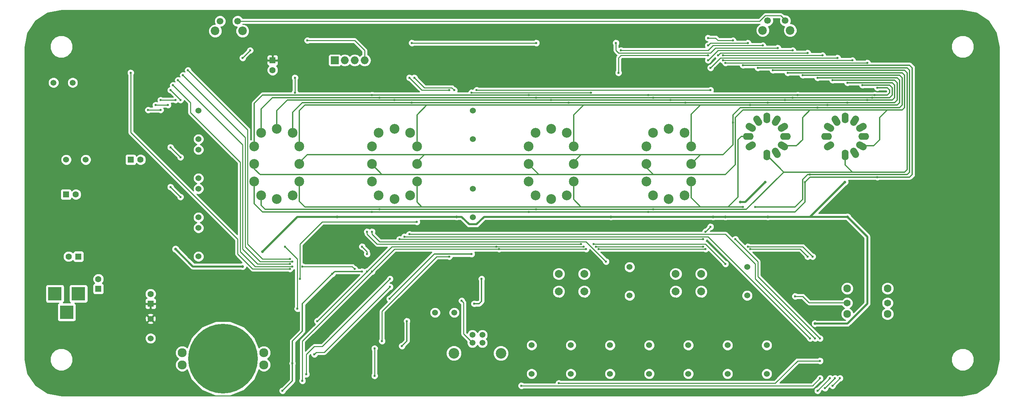
<source format=gtl>
G04 #@! TF.FileFunction,Copper,L1,Top,Signal*
%FSLAX46Y46*%
G04 Gerber Fmt 4.6, Leading zero omitted, Abs format (unit mm)*
G04 Created by KiCad (PCBNEW 4.0.5) date 04/20/17 21:33:19*
%MOMM*%
%LPD*%
G01*
G04 APERTURE LIST*
%ADD10C,0.100000*%
%ADD11C,1.500000*%
%ADD12C,2.300000*%
%ADD13C,17.800000*%
%ADD14C,2.500000*%
%ADD15C,2.200000*%
%ADD16C,1.700000*%
%ADD17C,2.000000*%
%ADD18C,1.524000*%
%ADD19R,3.500000X3.500000*%
%ADD20C,1.520000*%
%ADD21C,2.700000*%
%ADD22R,1.600000X1.600000*%
%ADD23C,1.600000*%
%ADD24O,1.750000X2.750000*%
%ADD25C,1.750000*%
%ADD26O,2.750000X1.750000*%
%ADD27O,1.998980X1.998980*%
%ADD28R,1.998980X1.998980*%
%ADD29C,1.962000*%
%ADD30C,1.762000*%
%ADD31C,0.600000*%
%ADD32C,0.700000*%
%ADD33C,0.250000*%
%ADD34C,0.350000*%
%ADD35C,0.500000*%
%ADD36C,0.254000*%
G04 APERTURE END LIST*
D10*
D11*
X33020000Y-69215000D03*
X37900000Y-69215000D03*
D12*
X65850800Y-138250800D03*
X65850800Y-141350800D03*
X86650800Y-138250800D03*
X86650800Y-141350800D03*
D13*
X76250800Y-139750800D03*
D14*
X164000000Y-82000000D03*
X165750000Y-85500000D03*
X165750000Y-90000000D03*
X165750000Y-94500000D03*
X164000000Y-98000000D03*
X160000000Y-99000000D03*
X156000000Y-98000000D03*
X154250000Y-94500000D03*
X154250000Y-90000000D03*
X154250000Y-85500000D03*
X156000000Y-82000000D03*
X160000000Y-81000000D03*
X124000000Y-82000000D03*
X125750000Y-85500000D03*
X125750000Y-90000000D03*
X125750000Y-94500000D03*
X124000000Y-98000000D03*
X120000000Y-99000000D03*
X116000000Y-98000000D03*
X114250000Y-94500000D03*
X114250000Y-90000000D03*
X114250000Y-85500000D03*
X116000000Y-82000000D03*
X120000000Y-81000000D03*
X94000000Y-82000000D03*
X95750000Y-85500000D03*
X95750000Y-90000000D03*
X95750000Y-94500000D03*
X94000000Y-98000000D03*
X90000000Y-99000000D03*
X86000000Y-98000000D03*
X84250000Y-94500000D03*
X84250000Y-90000000D03*
X84250000Y-85500000D03*
X86000000Y-82000000D03*
X90000000Y-81000000D03*
D15*
X81250000Y-56000000D03*
X74250000Y-56000000D03*
D16*
X80000000Y-53500000D03*
X75500000Y-53500000D03*
D17*
X161925000Y-122610000D03*
X161925000Y-118110000D03*
X168425000Y-122610000D03*
X168425000Y-118110000D03*
D18*
X140000000Y-96350000D03*
X140000000Y-103650000D03*
X140000000Y-76350000D03*
X140000000Y-83650000D03*
X210000000Y-116350000D03*
X210000000Y-123650000D03*
X180000000Y-116350000D03*
X180000000Y-123650000D03*
X70000000Y-106350000D03*
X70000000Y-113650000D03*
X70000000Y-96350000D03*
X70000000Y-103650000D03*
X70000000Y-86350000D03*
X70000000Y-93650000D03*
X70000000Y-76350000D03*
X70000000Y-83650000D03*
X215000000Y-136350000D03*
X215000000Y-143650000D03*
X205000000Y-136350000D03*
X205000000Y-143650000D03*
X195000000Y-136350000D03*
X195000000Y-143650000D03*
X185000000Y-136350000D03*
X185000000Y-143650000D03*
X175000000Y-136350000D03*
X175000000Y-143650000D03*
X165000000Y-136350000D03*
X165000000Y-143650000D03*
X155000000Y-136350000D03*
X155000000Y-143650000D03*
D19*
X39370000Y-123190000D03*
X33370000Y-123190000D03*
X36370000Y-127890000D03*
D20*
X139903200Y-133705600D03*
X142443200Y-133705600D03*
X142443200Y-135705600D03*
X139903200Y-135705600D03*
D21*
X135173200Y-138405600D03*
X147173200Y-138405600D03*
D22*
X57785000Y-125730000D03*
D23*
X57785000Y-123230000D03*
D22*
X44450000Y-121920000D03*
D23*
X44450000Y-119420000D03*
D22*
X39370000Y-113665000D03*
D23*
X36870000Y-113665000D03*
D22*
X36195000Y-97790000D03*
D23*
X38695000Y-97790000D03*
D22*
X52705000Y-88900000D03*
D23*
X55205000Y-88900000D03*
D11*
X135255000Y-128016000D03*
X130375000Y-128016000D03*
D24*
X235000000Y-87750000D03*
D25*
X237125000Y-86680587D02*
X237625000Y-87546613D01*
X238680587Y-85125000D02*
X239546613Y-85625000D01*
D26*
X239750000Y-83000000D03*
D25*
X238680587Y-80875000D02*
X239546613Y-80375000D01*
X237125000Y-79319413D02*
X237625000Y-78453387D01*
D24*
X235000000Y-78250000D03*
D25*
X232875000Y-79319413D02*
X232375000Y-78453387D01*
X231319413Y-80875000D02*
X230453387Y-80375000D01*
D26*
X230250000Y-83000000D03*
D25*
X231319413Y-85125000D02*
X230453387Y-85625000D01*
D24*
X215000000Y-87750000D03*
D25*
X217125000Y-86680587D02*
X217625000Y-87546613D01*
X218680587Y-85125000D02*
X219546613Y-85625000D01*
D26*
X219750000Y-83000000D03*
D25*
X218680587Y-80875000D02*
X219546613Y-80375000D01*
X217125000Y-79319413D02*
X217625000Y-78453387D01*
D24*
X215000000Y-78250000D03*
D25*
X212875000Y-79319413D02*
X212375000Y-78453387D01*
X211319413Y-80875000D02*
X210453387Y-80375000D01*
D26*
X210250000Y-83000000D03*
D25*
X211319413Y-85125000D02*
X210453387Y-85625000D01*
D14*
X194000000Y-82000000D03*
X195750000Y-85500000D03*
X195750000Y-90000000D03*
X195750000Y-94500000D03*
X194000000Y-98000000D03*
X190000000Y-99000000D03*
X186000000Y-98000000D03*
X184250000Y-94500000D03*
X184250000Y-90000000D03*
X184250000Y-85500000D03*
X186000000Y-82000000D03*
X190000000Y-81000000D03*
D22*
X88900000Y-63500000D03*
D23*
X88900000Y-66000000D03*
D27*
X112395000Y-63500000D03*
D28*
X104775000Y-63500000D03*
D27*
X107315000Y-63500000D03*
X109855000Y-63500000D03*
D18*
X57785000Y-134580000D03*
X57785000Y-129580000D03*
X41235000Y-88900000D03*
X36235000Y-88900000D03*
D29*
X235515000Y-121845000D03*
D30*
X235515000Y-125545000D03*
D29*
X235515000Y-128345000D03*
X245815000Y-128345000D03*
D30*
X245815000Y-125545000D03*
D29*
X245815000Y-121845000D03*
D17*
X191770000Y-122610000D03*
X191770000Y-118110000D03*
X198270000Y-122610000D03*
X198270000Y-118110000D03*
D15*
X220960000Y-55840000D03*
X213960000Y-55840000D03*
D16*
X219710000Y-53340000D03*
X215210000Y-53340000D03*
D31*
X65405000Y-98425000D03*
X62865000Y-95885000D03*
X65405000Y-88265000D03*
X62865000Y-85725000D03*
X65405000Y-73660000D03*
X62865000Y-71120000D03*
X76250800Y-139750800D03*
X91440000Y-147955000D03*
X93980000Y-140970000D03*
X118745000Y-124460000D03*
X139700000Y-113030000D03*
X111760000Y-117475000D03*
X104140000Y-118110000D03*
X121920000Y-136525000D03*
X123190000Y-130175000D03*
X140335000Y-125730000D03*
X142240000Y-119380000D03*
X97155000Y-111760000D03*
X105410000Y-108585000D03*
X52070000Y-84455000D03*
X57150000Y-72390000D03*
X124460000Y-138430000D03*
X142240000Y-64770000D03*
X97155000Y-71120000D03*
X111125000Y-112395000D03*
X89535000Y-55245000D03*
X42545000Y-69850000D03*
X96520000Y-70485000D03*
X58420000Y-72390000D03*
X42545000Y-65405000D03*
X42545000Y-67945000D03*
X41275000Y-82550000D03*
X81915000Y-66675000D03*
X226695000Y-128270000D03*
X227965000Y-114935000D03*
X233045000Y-132715000D03*
X250825000Y-119380000D03*
X252730000Y-124460000D03*
X242570000Y-130175000D03*
X156210000Y-114935000D03*
X186055000Y-114935000D03*
X224790000Y-144780000D03*
X231775000Y-138430000D03*
X47625000Y-146685000D03*
X182880000Y-56388000D03*
X122428000Y-63500000D03*
X136144000Y-65024000D03*
X34290000Y-78105000D03*
X58420000Y-62230000D03*
D32*
X215265000Y-103505000D03*
X64135000Y-111760000D03*
X86360000Y-112395000D03*
X81280000Y-116205000D03*
X227330000Y-130810000D03*
X201295000Y-103505000D03*
X175260000Y-103505000D03*
X105410000Y-103505000D03*
X135890000Y-103505000D03*
X204470000Y-103505000D03*
X208280000Y-99695000D03*
X214630000Y-94615000D03*
X234950000Y-94615000D03*
X235585000Y-103505000D03*
D31*
X137160000Y-124968000D03*
X210185000Y-59055000D03*
X200025000Y-59690000D03*
X212725000Y-65405000D03*
X226060000Y-92710000D03*
X208915000Y-100965000D03*
X212090000Y-100965000D03*
X177800000Y-60960000D03*
X213995000Y-59690000D03*
X216535000Y-66040000D03*
X186055000Y-101600000D03*
X156210000Y-101600000D03*
X116205000Y-101600000D03*
X206375000Y-58420000D03*
X200025000Y-57785000D03*
X154305000Y-102235000D03*
X184785000Y-102235000D03*
X243205000Y-93345000D03*
X224790000Y-94615000D03*
X208915000Y-64770000D03*
X114300000Y-102235000D03*
X217805000Y-60325000D03*
X176530000Y-59055000D03*
X220345000Y-66675000D03*
X170180000Y-71755000D03*
X139700000Y-71755000D03*
X204470000Y-64135000D03*
X240665000Y-64135000D03*
X242570000Y-72390000D03*
X184785000Y-72390000D03*
X154305000Y-72390000D03*
X114300000Y-72390000D03*
X243205000Y-70485000D03*
X222885000Y-72390000D03*
X203835000Y-63500000D03*
X236855000Y-63500000D03*
X186055000Y-73025000D03*
X156210000Y-73025000D03*
X116205000Y-73025000D03*
X239395000Y-69850000D03*
X241935000Y-73025000D03*
X221615000Y-73025000D03*
X200660000Y-71120000D03*
X140970000Y-71120000D03*
X233045000Y-62865000D03*
X200660000Y-65405000D03*
X190500000Y-73660000D03*
X160020000Y-73660000D03*
X120015000Y-73660000D03*
X235585000Y-69215000D03*
X240665000Y-73660000D03*
X219710000Y-73660000D03*
X199390000Y-107315000D03*
X200660000Y-106045000D03*
X203835000Y-62230000D03*
X229235000Y-62230000D03*
X194310000Y-74295000D03*
X164465000Y-74295000D03*
X124460000Y-74295000D03*
X231775000Y-68580000D03*
X235585000Y-74295000D03*
X215265000Y-74295000D03*
X202565000Y-62230000D03*
X200025000Y-62230000D03*
X225425000Y-61595000D03*
X177165000Y-66675000D03*
X210820000Y-74930000D03*
X230505000Y-74930000D03*
X227965000Y-67945000D03*
X221615000Y-60960000D03*
X200025000Y-63500000D03*
X224155000Y-67310000D03*
X227965000Y-75565000D03*
X206375000Y-79375000D03*
X222250000Y-123825000D03*
X114935000Y-137160000D03*
X94615000Y-67945000D03*
X94615000Y-71755000D03*
X92075000Y-111125000D03*
X95250000Y-127000000D03*
X114935000Y-144145000D03*
X146685000Y-111760000D03*
X125095000Y-67945000D03*
X135255000Y-71120000D03*
X93980000Y-114935000D03*
X66040000Y-67310000D03*
X225425000Y-113665000D03*
X210820000Y-111760000D03*
X199390000Y-111760000D03*
X172085000Y-111760000D03*
X168910000Y-111760000D03*
X114300000Y-117475000D03*
X96520000Y-145415000D03*
X146050000Y-111125000D03*
X123825000Y-67945000D03*
X133985000Y-71120000D03*
X113030000Y-113030000D03*
X111760000Y-111125000D03*
X93345000Y-114300000D03*
X67310000Y-66040000D03*
X226695000Y-113665000D03*
X210185000Y-111125000D03*
X198755000Y-111125000D03*
X171450000Y-111125000D03*
X168275000Y-111125000D03*
X113030000Y-117475000D03*
X100330000Y-130175000D03*
X97536000Y-143764000D03*
X118872000Y-119380000D03*
X99568000Y-138684000D03*
X118872000Y-121412000D03*
X113030000Y-107315000D03*
X167640000Y-110490000D03*
X170815000Y-110490000D03*
X204470000Y-115570000D03*
X114300000Y-107315000D03*
X173990000Y-114935000D03*
X152400000Y-146685000D03*
X228600000Y-144780000D03*
X228600000Y-140335000D03*
X161925000Y-146050000D03*
X231140000Y-144780000D03*
X227965000Y-147955000D03*
X229870000Y-147320000D03*
X232410000Y-144780000D03*
X233680000Y-144780000D03*
X231775000Y-146685000D03*
X93345000Y-116840000D03*
X52705000Y-66675000D03*
X93345000Y-115570000D03*
X64770000Y-68580000D03*
X63500000Y-69850000D03*
X93980000Y-116205000D03*
X96520000Y-116205000D03*
X109855000Y-116840000D03*
X60325000Y-73660000D03*
X64135000Y-73660000D03*
X59055000Y-74930000D03*
X62230000Y-74930000D03*
X57150000Y-76200000D03*
X60325000Y-76200000D03*
X156210000Y-59055000D03*
X124460000Y-59055000D03*
X122555000Y-108585000D03*
X226060000Y-134620000D03*
X123825000Y-107950000D03*
X227330000Y-134620000D03*
X121285000Y-109220000D03*
X198755000Y-109220000D03*
X207010000Y-109220000D03*
X228600000Y-134620000D03*
X83185000Y-60960000D03*
X81280000Y-62865000D03*
X97790000Y-58420000D03*
X95885000Y-119380000D03*
X125730000Y-104775000D03*
X116840000Y-135255000D03*
X133985000Y-113665000D03*
D33*
X65405000Y-98425000D02*
X62865000Y-95885000D01*
X65405000Y-88265000D02*
X62865000Y-85725000D01*
X62865000Y-71120000D02*
X65405000Y-73660000D01*
D34*
X93980000Y-140970000D02*
X93980000Y-145415000D01*
X93980000Y-145415000D02*
X91440000Y-147955000D01*
X104140000Y-118110000D02*
X96520000Y-125730000D01*
X93980000Y-135255000D02*
X93980000Y-140970000D01*
X96520000Y-132715000D02*
X93980000Y-135255000D01*
X96520000Y-125730000D02*
X96520000Y-132715000D01*
X130175000Y-113030000D02*
X118745000Y-124460000D01*
X139700000Y-113030000D02*
X130175000Y-113030000D01*
X104775000Y-117475000D02*
X111760000Y-117475000D01*
X104140000Y-118110000D02*
X104775000Y-117475000D01*
X121920000Y-136525000D02*
X123190000Y-135255000D01*
X123190000Y-135255000D02*
X123190000Y-130175000D01*
X141605000Y-125730000D02*
X140335000Y-125730000D01*
X142240000Y-125095000D02*
X141605000Y-125730000D01*
X142240000Y-119380000D02*
X142240000Y-125095000D01*
D35*
X86360000Y-112395000D02*
X95250000Y-103505000D01*
X105410000Y-103505000D02*
X95250000Y-103505000D01*
X68580000Y-116205000D02*
X81280000Y-116205000D01*
X64135000Y-111760000D02*
X68580000Y-116205000D01*
X235585000Y-103505000D02*
X240665000Y-108585000D01*
X235585000Y-130810000D02*
X227330000Y-130810000D01*
X240665000Y-125730000D02*
X235585000Y-130810000D01*
X240665000Y-108585000D02*
X240665000Y-125730000D01*
X209550000Y-99695000D02*
X208280000Y-99695000D01*
X214630000Y-94615000D02*
X209550000Y-99695000D01*
X234950000Y-94615000D02*
X226060000Y-103505000D01*
X105410000Y-103505000D02*
X135890000Y-103505000D01*
X142875000Y-103505000D02*
X175260000Y-103505000D01*
X140970000Y-105410000D02*
X142875000Y-103505000D01*
X139065000Y-105410000D02*
X140970000Y-105410000D01*
X137160000Y-103505000D02*
X139065000Y-105410000D01*
X135890000Y-103505000D02*
X137160000Y-103505000D01*
X175260000Y-103505000D02*
X201295000Y-103505000D01*
X201295000Y-103505000D02*
X204470000Y-103505000D01*
X204470000Y-103505000D02*
X215265000Y-103505000D01*
X215265000Y-103505000D02*
X226060000Y-103505000D01*
X226060000Y-103505000D02*
X235585000Y-103505000D01*
D33*
X137668000Y-133470400D02*
X139903200Y-135705600D01*
X137668000Y-125476000D02*
X137668000Y-133470400D01*
X137160000Y-124968000D02*
X137668000Y-125476000D01*
X203835000Y-59055000D02*
X200660000Y-59055000D01*
X210185000Y-59055000D02*
X203835000Y-59055000D01*
X200660000Y-59055000D02*
X200025000Y-59690000D01*
D34*
X251460000Y-71120000D02*
X251460000Y-66040000D01*
X250825000Y-92710000D02*
X251460000Y-92075000D01*
X251460000Y-92075000D02*
X251460000Y-71120000D01*
X226060000Y-92710000D02*
X243840000Y-92710000D01*
X243840000Y-92710000D02*
X250825000Y-92710000D01*
X250825000Y-65405000D02*
X212725000Y-65405000D01*
X251460000Y-66040000D02*
X250825000Y-65405000D01*
X205105000Y-100965000D02*
X208915000Y-100965000D01*
X225425000Y-92710000D02*
X226060000Y-92710000D01*
X224155000Y-93980000D02*
X225425000Y-92710000D01*
X224155000Y-99060000D02*
X224155000Y-93980000D01*
X222250000Y-100965000D02*
X224155000Y-99060000D01*
X212090000Y-100965000D02*
X222250000Y-100965000D01*
X210250000Y-83000000D02*
X208465000Y-83000000D01*
X207645000Y-98425000D02*
X205105000Y-100965000D01*
X207645000Y-83820000D02*
X207645000Y-98425000D01*
X208465000Y-83000000D02*
X207645000Y-83820000D01*
X195750000Y-94500000D02*
X195750000Y-98595000D01*
X195750000Y-98595000D02*
X198120000Y-100965000D01*
X165750000Y-94500000D02*
X165750000Y-99075000D01*
X165750000Y-99075000D02*
X167640000Y-100965000D01*
X125750000Y-94500000D02*
X125750000Y-99715000D01*
X125750000Y-99715000D02*
X127000000Y-100965000D01*
X95750000Y-94500000D02*
X95750000Y-99560000D01*
X97155000Y-100965000D02*
X127000000Y-100965000D01*
X127000000Y-100965000D02*
X167640000Y-100965000D01*
X167640000Y-100965000D02*
X198120000Y-100965000D01*
X198120000Y-100965000D02*
X205105000Y-100965000D01*
X95750000Y-99560000D02*
X97155000Y-100965000D01*
D33*
X201295000Y-59690000D02*
X200025000Y-60960000D01*
X200025000Y-60960000D02*
X177800000Y-60960000D01*
X213995000Y-59690000D02*
X203835000Y-59690000D01*
X203835000Y-59690000D02*
X201295000Y-59690000D01*
D34*
X250825000Y-71120000D02*
X250825000Y-66675000D01*
X250190000Y-92075000D02*
X250825000Y-91440000D01*
X250825000Y-91440000D02*
X250825000Y-71120000D01*
X236855000Y-92075000D02*
X243840000Y-92075000D01*
X243840000Y-92075000D02*
X250190000Y-92075000D01*
X250190000Y-66040000D02*
X216535000Y-66040000D01*
X250825000Y-66675000D02*
X250190000Y-66040000D01*
X157480000Y-101600000D02*
X186055000Y-101600000D01*
X186055000Y-101600000D02*
X187325000Y-101600000D01*
X187325000Y-101600000D02*
X209800000Y-101600000D01*
X209800000Y-101600000D02*
X219325000Y-92075000D01*
X236855000Y-92075000D02*
X219325000Y-92075000D01*
X219325000Y-92075000D02*
X215000000Y-87750000D01*
X235000000Y-87750000D02*
X235000000Y-90220000D01*
X235000000Y-90220000D02*
X236855000Y-92075000D01*
X86000000Y-98000000D02*
X86000000Y-100605000D01*
X86995000Y-101600000D02*
X116205000Y-101600000D01*
X116205000Y-101600000D02*
X117475000Y-101600000D01*
X86000000Y-100605000D02*
X86995000Y-101600000D01*
X117475000Y-101600000D02*
X156210000Y-101600000D01*
X156210000Y-101600000D02*
X157480000Y-101600000D01*
X235000000Y-87750000D02*
X235000000Y-88950000D01*
D33*
X203835000Y-58420000D02*
X202565000Y-58420000D01*
X206375000Y-58420000D02*
X203835000Y-58420000D01*
X201930000Y-57785000D02*
X200025000Y-57785000D01*
X202565000Y-58420000D02*
X201930000Y-57785000D01*
D34*
X252095000Y-71120000D02*
X252095000Y-65405000D01*
X251460000Y-93345000D02*
X252095000Y-92710000D01*
X252095000Y-92710000D02*
X252095000Y-71120000D01*
X226060000Y-93345000D02*
X243205000Y-93345000D01*
X243205000Y-93345000D02*
X243840000Y-93345000D01*
X224790000Y-94615000D02*
X226060000Y-93345000D01*
X243840000Y-93345000D02*
X251460000Y-93345000D01*
X251460000Y-64770000D02*
X208915000Y-64770000D01*
X252095000Y-65405000D02*
X251460000Y-64770000D01*
X209550000Y-102235000D02*
X222250000Y-102235000D01*
X184785000Y-102235000D02*
X209550000Y-102235000D01*
X224790000Y-99695000D02*
X224790000Y-94615000D01*
X222250000Y-102235000D02*
X224790000Y-99695000D01*
X84250000Y-94500000D02*
X84250000Y-100125000D01*
X86360000Y-102235000D02*
X114300000Y-102235000D01*
X114300000Y-102235000D02*
X154305000Y-102235000D01*
X154305000Y-102235000D02*
X184785000Y-102235000D01*
X84250000Y-100125000D02*
X86360000Y-102235000D01*
D33*
X177800000Y-61595000D02*
X177165000Y-61595000D01*
X201930000Y-60325000D02*
X200660000Y-61595000D01*
X200660000Y-61595000D02*
X177800000Y-61595000D01*
X217805000Y-60325000D02*
X203835000Y-60325000D01*
X203835000Y-60325000D02*
X201930000Y-60325000D01*
X176530000Y-60960000D02*
X176530000Y-59055000D01*
X177165000Y-61595000D02*
X176530000Y-60960000D01*
D34*
X250190000Y-71120000D02*
X250190000Y-67310000D01*
X249555000Y-76200000D02*
X250190000Y-75565000D01*
X250190000Y-75565000D02*
X250190000Y-71120000D01*
X245745000Y-76200000D02*
X249555000Y-76200000D01*
X249555000Y-66675000D02*
X220345000Y-66675000D01*
X250190000Y-67310000D02*
X249555000Y-66675000D01*
X219113600Y-85375000D02*
X222600000Y-85375000D01*
X224155000Y-78105000D02*
X226060000Y-76200000D01*
X224155000Y-83820000D02*
X224155000Y-78105000D01*
X222600000Y-85375000D02*
X224155000Y-83820000D01*
X239113600Y-85375000D02*
X242285000Y-85375000D01*
X242285000Y-85375000D02*
X243840000Y-83820000D01*
X243840000Y-83820000D02*
X243840000Y-78105000D01*
X243840000Y-78105000D02*
X245745000Y-76200000D01*
X245745000Y-76200000D02*
X226060000Y-76200000D01*
X202565000Y-92710000D02*
X204470000Y-92710000D01*
X226060000Y-76200000D02*
X208915000Y-76200000D01*
X204470000Y-92710000D02*
X207010000Y-90170000D01*
X207010000Y-90170000D02*
X207010000Y-78105000D01*
X207010000Y-78105000D02*
X208915000Y-76200000D01*
X202565000Y-92710000D02*
X186055000Y-92710000D01*
X184250000Y-90000000D02*
X184250000Y-90905000D01*
X184250000Y-90905000D02*
X186055000Y-92710000D01*
X154250000Y-90000000D02*
X154250000Y-90115000D01*
X154250000Y-90115000D02*
X156845000Y-92710000D01*
X114250000Y-90000000D02*
X114250000Y-90120000D01*
X114250000Y-90120000D02*
X116840000Y-92710000D01*
X84250000Y-90000000D02*
X84250000Y-91235000D01*
X84250000Y-91235000D02*
X85725000Y-92710000D01*
X85725000Y-92710000D02*
X116840000Y-92710000D01*
X116840000Y-92710000D02*
X156845000Y-92710000D01*
X156845000Y-92710000D02*
X186055000Y-92710000D01*
X219113600Y-85375000D02*
X219360000Y-85375000D01*
X239113600Y-85375000D02*
X239680000Y-85375000D01*
D33*
X139700000Y-71755000D02*
X170180000Y-71755000D01*
X240665000Y-64135000D02*
X204470000Y-64135000D01*
D34*
X245745000Y-70485000D02*
X243205000Y-70485000D01*
X245745000Y-72390000D02*
X246380000Y-71755000D01*
X222885000Y-72390000D02*
X242570000Y-72390000D01*
X242570000Y-72390000D02*
X245745000Y-72390000D01*
X246380000Y-71755000D02*
X246380000Y-71120000D01*
X246380000Y-71120000D02*
X245745000Y-70485000D01*
X222885000Y-72390000D02*
X200025000Y-72390000D01*
X184785000Y-72390000D02*
X200025000Y-72390000D01*
X84250000Y-74500000D02*
X86360000Y-72390000D01*
X86360000Y-72390000D02*
X114300000Y-72390000D01*
X114300000Y-72390000D02*
X154305000Y-72390000D01*
X154305000Y-72390000D02*
X184785000Y-72390000D01*
X84250000Y-74500000D02*
X84250000Y-85500000D01*
D33*
X236855000Y-63500000D02*
X203835000Y-63500000D01*
D34*
X243205000Y-69850000D02*
X239395000Y-69850000D01*
X247015000Y-70485000D02*
X246380000Y-69850000D01*
X246380000Y-69850000D02*
X243205000Y-69850000D01*
X245745000Y-73025000D02*
X246380000Y-73025000D01*
X241935000Y-73025000D02*
X245745000Y-73025000D01*
X247015000Y-72390000D02*
X247015000Y-71120000D01*
X246380000Y-73025000D02*
X247015000Y-72390000D01*
X247015000Y-71120000D02*
X247015000Y-70485000D01*
X241935000Y-73025000D02*
X221615000Y-73025000D01*
X221615000Y-73025000D02*
X200025000Y-73025000D01*
X86000000Y-75925000D02*
X88900000Y-73025000D01*
X88900000Y-73025000D02*
X116205000Y-73025000D01*
X116205000Y-73025000D02*
X156210000Y-73025000D01*
X156210000Y-73025000D02*
X186055000Y-73025000D01*
X186055000Y-73025000D02*
X200025000Y-73025000D01*
X86000000Y-75925000D02*
X86000000Y-82000000D01*
D33*
X140970000Y-71120000D02*
X200660000Y-71120000D01*
X203835000Y-62865000D02*
X203200000Y-62865000D01*
X233045000Y-62865000D02*
X203835000Y-62865000D01*
X203200000Y-62865000D02*
X200660000Y-65405000D01*
D34*
X247650000Y-71120000D02*
X247650000Y-69850000D01*
X247015000Y-73660000D02*
X247650000Y-73025000D01*
X247650000Y-73025000D02*
X247650000Y-71120000D01*
X240665000Y-73660000D02*
X245745000Y-73660000D01*
X245745000Y-73660000D02*
X247015000Y-73660000D01*
X247015000Y-69215000D02*
X235585000Y-69215000D01*
X247650000Y-69850000D02*
X247015000Y-69215000D01*
X240665000Y-73660000D02*
X219710000Y-73660000D01*
X219710000Y-73660000D02*
X200025000Y-73660000D01*
X90000000Y-76370000D02*
X92710000Y-73660000D01*
X92710000Y-73660000D02*
X120015000Y-73660000D01*
X120015000Y-73660000D02*
X160020000Y-73660000D01*
X160020000Y-73660000D02*
X190500000Y-73660000D01*
X190500000Y-73660000D02*
X200025000Y-73660000D01*
X90000000Y-76370000D02*
X90000000Y-81000000D01*
D33*
X200660000Y-106045000D02*
X199390000Y-107315000D01*
X229235000Y-62230000D02*
X203835000Y-62230000D01*
D34*
X248285000Y-71120000D02*
X248285000Y-69215000D01*
X247650000Y-74295000D02*
X248285000Y-73660000D01*
X248285000Y-73660000D02*
X248285000Y-71120000D01*
X235585000Y-74295000D02*
X245745000Y-74295000D01*
X245745000Y-74295000D02*
X247650000Y-74295000D01*
X247650000Y-68580000D02*
X231775000Y-68580000D01*
X248285000Y-69215000D02*
X247650000Y-68580000D01*
X235585000Y-74295000D02*
X215265000Y-74295000D01*
X215265000Y-74295000D02*
X200025000Y-74295000D01*
X94000000Y-76815000D02*
X96520000Y-74295000D01*
X96520000Y-74295000D02*
X124460000Y-74295000D01*
X124460000Y-74295000D02*
X164465000Y-74295000D01*
X164465000Y-74295000D02*
X194310000Y-74295000D01*
X194310000Y-74295000D02*
X200025000Y-74295000D01*
X94000000Y-76815000D02*
X94000000Y-82000000D01*
D33*
X177800000Y-62230000D02*
X177165000Y-62865000D01*
X203200000Y-61595000D02*
X202565000Y-62230000D01*
X200025000Y-62230000D02*
X177800000Y-62230000D01*
X225425000Y-61595000D02*
X203835000Y-61595000D01*
X203835000Y-61595000D02*
X203200000Y-61595000D01*
X177165000Y-62865000D02*
X177165000Y-66675000D01*
D34*
X195750000Y-85500000D02*
X195750000Y-77300000D01*
X195750000Y-77300000D02*
X198120000Y-74930000D01*
X165750000Y-85500000D02*
X165750000Y-77455000D01*
X165750000Y-77455000D02*
X168275000Y-74930000D01*
X125750000Y-85500000D02*
X125750000Y-77450000D01*
X125750000Y-77450000D02*
X128270000Y-74930000D01*
X248920000Y-71120000D02*
X248920000Y-68580000D01*
X248285000Y-74930000D02*
X248920000Y-74295000D01*
X248920000Y-74295000D02*
X248920000Y-71120000D01*
X245745000Y-74930000D02*
X230505000Y-74930000D01*
X230505000Y-74930000D02*
X210820000Y-74930000D01*
X210820000Y-74930000D02*
X200025000Y-74930000D01*
X95750000Y-76335000D02*
X97155000Y-74930000D01*
X97155000Y-74930000D02*
X128270000Y-74930000D01*
X128270000Y-74930000D02*
X168275000Y-74930000D01*
X168275000Y-74930000D02*
X198120000Y-74930000D01*
X198120000Y-74930000D02*
X200025000Y-74930000D01*
X95750000Y-85500000D02*
X95750000Y-76335000D01*
X245745000Y-74930000D02*
X248285000Y-74930000D01*
X248285000Y-67945000D02*
X227965000Y-67945000D01*
X248920000Y-68580000D02*
X248285000Y-67945000D01*
D33*
X203835000Y-60960000D02*
X202565000Y-60960000D01*
X221615000Y-60960000D02*
X203835000Y-60960000D01*
X202565000Y-60960000D02*
X200025000Y-63500000D01*
D34*
X249555000Y-71120000D02*
X249555000Y-67945000D01*
X248920000Y-75565000D02*
X249555000Y-74930000D01*
X249555000Y-74930000D02*
X249555000Y-71120000D01*
X227965000Y-75565000D02*
X245745000Y-75565000D01*
X245745000Y-75565000D02*
X248920000Y-75565000D01*
X248920000Y-67310000D02*
X224155000Y-67310000D01*
X249555000Y-67945000D02*
X248920000Y-67310000D01*
X227965000Y-75565000D02*
X208280000Y-75565000D01*
X206375000Y-77470000D02*
X208280000Y-75565000D01*
X206375000Y-79375000D02*
X206375000Y-77470000D01*
X203835000Y-87630000D02*
X206375000Y-85090000D01*
X202565000Y-87630000D02*
X203835000Y-87630000D01*
X202565000Y-87630000D02*
X198120000Y-87630000D01*
X206375000Y-85090000D02*
X206375000Y-79375000D01*
X195750000Y-90000000D02*
X198120000Y-87630000D01*
X165750000Y-90000000D02*
X165750000Y-89520000D01*
X165750000Y-89520000D02*
X167640000Y-87630000D01*
X125750000Y-90000000D02*
X125750000Y-89515000D01*
X125750000Y-89515000D02*
X127635000Y-87630000D01*
X95750000Y-90000000D02*
X95750000Y-89670000D01*
X95750000Y-89670000D02*
X97790000Y-87630000D01*
X97790000Y-87630000D02*
X127635000Y-87630000D01*
X127635000Y-87630000D02*
X167640000Y-87630000D01*
X167640000Y-87630000D02*
X198120000Y-87630000D01*
X210886400Y-80625000D02*
X210800000Y-80625000D01*
D33*
X210025000Y-53500000D02*
X213200000Y-53500000D01*
X80000000Y-53500000D02*
X210025000Y-53500000D01*
X218570000Y-52070000D02*
X220000000Y-53500000D01*
X214630000Y-52070000D02*
X218570000Y-52070000D01*
X213200000Y-53500000D02*
X214630000Y-52070000D01*
X234850000Y-125450000D02*
X225780000Y-125450000D01*
X224155000Y-123825000D02*
X222250000Y-123825000D01*
X225780000Y-125450000D02*
X224155000Y-123825000D01*
X94615000Y-67945000D02*
X94615000Y-71755000D01*
X92075000Y-111125000D02*
X95250000Y-114300000D01*
X95250000Y-114300000D02*
X95250000Y-127000000D01*
X114935000Y-137160000D02*
X114935000Y-144145000D01*
X127635000Y-70485000D02*
X125095000Y-67945000D01*
X134620000Y-70485000D02*
X127635000Y-70485000D01*
X135255000Y-71120000D02*
X134620000Y-70485000D01*
X85725000Y-114935000D02*
X93980000Y-114935000D01*
X81915000Y-111125000D02*
X85725000Y-114935000D01*
X81915000Y-83185000D02*
X81915000Y-111125000D01*
X66040000Y-67310000D02*
X81915000Y-83185000D01*
X114300000Y-117475000D02*
X120015000Y-111760000D01*
X223520000Y-111760000D02*
X225425000Y-113665000D01*
X210820000Y-111760000D02*
X223520000Y-111760000D01*
X172085000Y-111760000D02*
X199390000Y-111760000D01*
X120015000Y-111760000D02*
X146685000Y-111760000D01*
X146685000Y-111760000D02*
X168910000Y-111760000D01*
X96520000Y-135255000D02*
X114300000Y-117475000D01*
X96520000Y-145415000D02*
X96520000Y-135255000D01*
X127000000Y-71120000D02*
X123825000Y-67945000D01*
X133985000Y-71120000D02*
X127000000Y-71120000D01*
X113030000Y-112395000D02*
X113030000Y-113030000D01*
X111760000Y-111125000D02*
X113030000Y-112395000D01*
X86360000Y-114300000D02*
X93345000Y-114300000D01*
X82550000Y-110490000D02*
X86360000Y-114300000D01*
X82550000Y-81280000D02*
X82550000Y-110490000D01*
X67310000Y-66040000D02*
X82550000Y-81280000D01*
X113030000Y-117475000D02*
X119380000Y-111125000D01*
X224155000Y-111125000D02*
X226695000Y-113665000D01*
X210185000Y-111125000D02*
X224155000Y-111125000D01*
X171450000Y-111125000D02*
X198755000Y-111125000D01*
X119380000Y-111125000D02*
X146050000Y-111125000D01*
X146050000Y-111125000D02*
X168275000Y-111125000D01*
X100330000Y-130175000D02*
X113030000Y-117475000D01*
X97536000Y-138684000D02*
X97536000Y-143764000D01*
X99568000Y-136652000D02*
X97536000Y-138684000D01*
X101600000Y-136652000D02*
X99568000Y-136652000D01*
X118872000Y-119380000D02*
X101600000Y-136652000D01*
X100076000Y-138176000D02*
X99568000Y-138684000D01*
X102108000Y-138176000D02*
X100076000Y-138176000D01*
X118872000Y-121412000D02*
X102108000Y-138176000D01*
X113030000Y-107950000D02*
X113030000Y-107315000D01*
X115570000Y-110490000D02*
X113030000Y-107950000D01*
X167640000Y-110490000D02*
X115570000Y-110490000D01*
X199390000Y-110490000D02*
X170815000Y-110490000D01*
X204470000Y-115570000D02*
X199390000Y-110490000D01*
X114300000Y-107950000D02*
X114300000Y-107315000D01*
X116205000Y-109855000D02*
X114300000Y-107950000D01*
X168910000Y-109855000D02*
X116205000Y-109855000D01*
X173990000Y-114935000D02*
X168910000Y-109855000D01*
X226695000Y-146685000D02*
X152400000Y-146685000D01*
X228600000Y-144780000D02*
X226695000Y-146685000D01*
X222885000Y-140335000D02*
X228600000Y-140335000D01*
X217170000Y-146050000D02*
X222885000Y-140335000D01*
X161925000Y-146050000D02*
X217170000Y-146050000D01*
X227965000Y-147955000D02*
X231140000Y-144780000D01*
X232410000Y-144780000D02*
X229870000Y-147320000D01*
X231775000Y-146685000D02*
X233680000Y-144780000D01*
X52705000Y-81915000D02*
X52705000Y-66675000D01*
X83820000Y-116840000D02*
X93345000Y-116840000D01*
X80010000Y-113030000D02*
X83820000Y-116840000D01*
X80010000Y-109220000D02*
X80010000Y-113030000D01*
X52705000Y-81915000D02*
X80010000Y-109220000D01*
X85090000Y-115570000D02*
X93345000Y-115570000D01*
X81280000Y-111760000D02*
X85090000Y-115570000D01*
X81280000Y-85090000D02*
X81280000Y-111760000D01*
X64770000Y-68580000D02*
X81280000Y-85090000D01*
X63500000Y-69850000D02*
X67945000Y-74295000D01*
X67945000Y-74295000D02*
X67945000Y-76835000D01*
X67945000Y-76835000D02*
X80645000Y-89535000D01*
X80645000Y-89535000D02*
X80645000Y-112395000D01*
X80645000Y-112395000D02*
X84455000Y-116205000D01*
X84455000Y-116205000D02*
X93980000Y-116205000D01*
X96520000Y-116205000D02*
X107950000Y-116205000D01*
X107950000Y-116205000D02*
X109220000Y-116205000D01*
X109220000Y-116205000D02*
X109855000Y-116840000D01*
X64135000Y-73660000D02*
X60325000Y-73660000D01*
X62230000Y-74930000D02*
X59055000Y-74930000D01*
X60325000Y-76200000D02*
X57150000Y-76200000D01*
X124460000Y-59055000D02*
X156210000Y-59055000D01*
X200025000Y-108585000D02*
X122555000Y-108585000D01*
X226060000Y-134620000D02*
X200025000Y-108585000D01*
X204470000Y-107950000D02*
X123825000Y-107950000D01*
X212090000Y-115570000D02*
X204470000Y-107950000D01*
X212090000Y-119380000D02*
X212090000Y-115570000D01*
X227330000Y-134620000D02*
X212090000Y-119380000D01*
X198755000Y-109220000D02*
X121285000Y-109220000D01*
X212725000Y-114935000D02*
X207010000Y-109220000D01*
X212725000Y-118745000D02*
X212725000Y-114935000D01*
X228600000Y-134620000D02*
X212725000Y-118745000D01*
X81280000Y-62865000D02*
X83185000Y-60960000D01*
X112395000Y-60960000D02*
X112395000Y-63500000D01*
X109855000Y-58420000D02*
X112395000Y-60960000D01*
X97790000Y-58420000D02*
X109855000Y-58420000D01*
X95885000Y-110490000D02*
X95885000Y-119380000D01*
X101600000Y-104775000D02*
X95885000Y-110490000D01*
X125730000Y-104775000D02*
X101600000Y-104775000D01*
X116840000Y-127635000D02*
X116840000Y-135255000D01*
X130810000Y-113665000D02*
X116840000Y-127635000D01*
X133985000Y-113665000D02*
X130810000Y-113665000D01*
D36*
G36*
X268549805Y-51430010D02*
X271559187Y-53440814D01*
X273569989Y-56450193D01*
X274290000Y-60069931D01*
X274290000Y-139930069D01*
X273569989Y-143549807D01*
X271559187Y-146559186D01*
X268549805Y-148569990D01*
X264930069Y-149290000D01*
X35069931Y-149290000D01*
X31450193Y-148569989D01*
X28440814Y-146559187D01*
X26430010Y-143549805D01*
X25837558Y-140571344D01*
X32114501Y-140571344D01*
X32552790Y-141632086D01*
X33363645Y-142444357D01*
X34423620Y-142884498D01*
X35571344Y-142885499D01*
X36632086Y-142447210D01*
X37444357Y-141636355D01*
X37884498Y-140576380D01*
X37885499Y-139428656D01*
X37544883Y-138604301D01*
X64065491Y-138604301D01*
X64336668Y-139260600D01*
X64838359Y-139763167D01*
X64928400Y-139800555D01*
X64841000Y-139836668D01*
X64338433Y-140338359D01*
X64066111Y-140994184D01*
X64065491Y-141704301D01*
X64336668Y-142360600D01*
X64838359Y-142863167D01*
X65494184Y-143135489D01*
X66204301Y-143136109D01*
X66860600Y-142864932D01*
X67115507Y-142610470D01*
X68162707Y-145144888D01*
X70842604Y-147829466D01*
X74345850Y-149284142D01*
X78139108Y-149287452D01*
X81644888Y-147838893D01*
X84329466Y-145158996D01*
X85387236Y-142611605D01*
X85638359Y-142863167D01*
X86294184Y-143135489D01*
X87004301Y-143136109D01*
X87660600Y-142864932D01*
X88163167Y-142363241D01*
X88435489Y-141707416D01*
X88436109Y-140997299D01*
X88164932Y-140341000D01*
X87663241Y-139838433D01*
X87573200Y-139801045D01*
X87660600Y-139764932D01*
X88163167Y-139263241D01*
X88435489Y-138607416D01*
X88436109Y-137897299D01*
X88164932Y-137241000D01*
X87663241Y-136738433D01*
X87007416Y-136466111D01*
X86297299Y-136465491D01*
X85641000Y-136736668D01*
X85415347Y-136961928D01*
X84338893Y-134356712D01*
X81658996Y-131672134D01*
X78155750Y-130217458D01*
X74362492Y-130214148D01*
X70856712Y-131662707D01*
X68172134Y-134342604D01*
X67085039Y-136960618D01*
X66863241Y-136738433D01*
X66207416Y-136466111D01*
X65497299Y-136465491D01*
X64841000Y-136736668D01*
X64338433Y-137238359D01*
X64066111Y-137894184D01*
X64065491Y-138604301D01*
X37544883Y-138604301D01*
X37447210Y-138367914D01*
X36636355Y-137555643D01*
X35576380Y-137115502D01*
X34428656Y-137114501D01*
X33367914Y-137552790D01*
X32555643Y-138363645D01*
X32115502Y-139423620D01*
X32114501Y-140571344D01*
X25837558Y-140571344D01*
X25710000Y-139930069D01*
X25710000Y-134856661D01*
X56387758Y-134856661D01*
X56599990Y-135370303D01*
X56992630Y-135763629D01*
X57505900Y-135976757D01*
X58061661Y-135977242D01*
X58575303Y-135765010D01*
X58968629Y-135372370D01*
X59181757Y-134859100D01*
X59182242Y-134303339D01*
X58970010Y-133789697D01*
X58577370Y-133396371D01*
X58064100Y-133183243D01*
X57508339Y-133182758D01*
X56994697Y-133394990D01*
X56601371Y-133787630D01*
X56388243Y-134300900D01*
X56387758Y-134856661D01*
X25710000Y-134856661D01*
X25710000Y-130560213D01*
X56984392Y-130560213D01*
X57053857Y-130802397D01*
X57577302Y-130989144D01*
X58132368Y-130961362D01*
X58516143Y-130802397D01*
X58585608Y-130560213D01*
X57785000Y-129759605D01*
X56984392Y-130560213D01*
X25710000Y-130560213D01*
X25710000Y-121440000D01*
X30972560Y-121440000D01*
X30972560Y-124940000D01*
X31016838Y-125175317D01*
X31155910Y-125391441D01*
X31368110Y-125536431D01*
X31620000Y-125587440D01*
X34306045Y-125587440D01*
X34168559Y-125675910D01*
X34023569Y-125888110D01*
X33972560Y-126140000D01*
X33972560Y-129640000D01*
X34016838Y-129875317D01*
X34155910Y-130091441D01*
X34368110Y-130236431D01*
X34620000Y-130287440D01*
X38120000Y-130287440D01*
X38355317Y-130243162D01*
X38571441Y-130104090D01*
X38716431Y-129891890D01*
X38767440Y-129640000D01*
X38767440Y-129372302D01*
X56375856Y-129372302D01*
X56403638Y-129927368D01*
X56562603Y-130311143D01*
X56804787Y-130380608D01*
X57605395Y-129580000D01*
X57964605Y-129580000D01*
X58765213Y-130380608D01*
X59007397Y-130311143D01*
X59194144Y-129787698D01*
X59166362Y-129232632D01*
X59007397Y-128848857D01*
X58765213Y-128779392D01*
X57964605Y-129580000D01*
X57605395Y-129580000D01*
X56804787Y-128779392D01*
X56562603Y-128848857D01*
X56375856Y-129372302D01*
X38767440Y-129372302D01*
X38767440Y-128599787D01*
X56984392Y-128599787D01*
X57785000Y-129400395D01*
X58585608Y-128599787D01*
X58516143Y-128357603D01*
X57992698Y-128170856D01*
X57437632Y-128198638D01*
X57053857Y-128357603D01*
X56984392Y-128599787D01*
X38767440Y-128599787D01*
X38767440Y-126140000D01*
X38744061Y-126015750D01*
X56350000Y-126015750D01*
X56350000Y-126656309D01*
X56446673Y-126889698D01*
X56625301Y-127068327D01*
X56858690Y-127165000D01*
X57499250Y-127165000D01*
X57658000Y-127006250D01*
X57658000Y-125857000D01*
X57912000Y-125857000D01*
X57912000Y-127006250D01*
X58070750Y-127165000D01*
X58711310Y-127165000D01*
X58944699Y-127068327D01*
X59123327Y-126889698D01*
X59220000Y-126656309D01*
X59220000Y-126015750D01*
X59061250Y-125857000D01*
X57912000Y-125857000D01*
X57658000Y-125857000D01*
X56508750Y-125857000D01*
X56350000Y-126015750D01*
X38744061Y-126015750D01*
X38723162Y-125904683D01*
X38584090Y-125688559D01*
X38436097Y-125587440D01*
X41120000Y-125587440D01*
X41355317Y-125543162D01*
X41571441Y-125404090D01*
X41716431Y-125191890D01*
X41767440Y-124940000D01*
X41767440Y-123514187D01*
X56349752Y-123514187D01*
X56567757Y-124041800D01*
X56831683Y-124306187D01*
X56625301Y-124391673D01*
X56446673Y-124570302D01*
X56350000Y-124803691D01*
X56350000Y-125444250D01*
X56508750Y-125603000D01*
X57658000Y-125603000D01*
X57658000Y-125583000D01*
X57912000Y-125583000D01*
X57912000Y-125603000D01*
X59061250Y-125603000D01*
X59220000Y-125444250D01*
X59220000Y-124803691D01*
X59123327Y-124570302D01*
X58944699Y-124391673D01*
X58738165Y-124306124D01*
X59000824Y-124043923D01*
X59219750Y-123516691D01*
X59220248Y-122945813D01*
X59002243Y-122418200D01*
X58598923Y-122014176D01*
X58071691Y-121795250D01*
X57500813Y-121794752D01*
X56973200Y-122012757D01*
X56569176Y-122416077D01*
X56350250Y-122943309D01*
X56349752Y-123514187D01*
X41767440Y-123514187D01*
X41767440Y-121440000D01*
X41723162Y-121204683D01*
X41668670Y-121120000D01*
X43002560Y-121120000D01*
X43002560Y-122720000D01*
X43046838Y-122955317D01*
X43185910Y-123171441D01*
X43398110Y-123316431D01*
X43650000Y-123367440D01*
X45250000Y-123367440D01*
X45485317Y-123323162D01*
X45701441Y-123184090D01*
X45846431Y-122971890D01*
X45897440Y-122720000D01*
X45897440Y-121120000D01*
X45853162Y-120884683D01*
X45714090Y-120668559D01*
X45501890Y-120523569D01*
X45396959Y-120502320D01*
X45665824Y-120233923D01*
X45884750Y-119706691D01*
X45885248Y-119135813D01*
X45667243Y-118608200D01*
X45263923Y-118204176D01*
X44736691Y-117985250D01*
X44165813Y-117984752D01*
X43638200Y-118202757D01*
X43234176Y-118606077D01*
X43015250Y-119133309D01*
X43014752Y-119704187D01*
X43232757Y-120231800D01*
X43501072Y-120500583D01*
X43414683Y-120516838D01*
X43198559Y-120655910D01*
X43053569Y-120868110D01*
X43002560Y-121120000D01*
X41668670Y-121120000D01*
X41584090Y-120988559D01*
X41371890Y-120843569D01*
X41120000Y-120792560D01*
X37620000Y-120792560D01*
X37384683Y-120836838D01*
X37168559Y-120975910D01*
X37023569Y-121188110D01*
X36972560Y-121440000D01*
X36972560Y-124940000D01*
X37016838Y-125175317D01*
X37155910Y-125391441D01*
X37303903Y-125492560D01*
X35433955Y-125492560D01*
X35571441Y-125404090D01*
X35716431Y-125191890D01*
X35767440Y-124940000D01*
X35767440Y-121440000D01*
X35723162Y-121204683D01*
X35584090Y-120988559D01*
X35371890Y-120843569D01*
X35120000Y-120792560D01*
X31620000Y-120792560D01*
X31384683Y-120836838D01*
X31168559Y-120975910D01*
X31023569Y-121188110D01*
X30972560Y-121440000D01*
X25710000Y-121440000D01*
X25710000Y-113949187D01*
X35434752Y-113949187D01*
X35652757Y-114476800D01*
X36056077Y-114880824D01*
X36583309Y-115099750D01*
X37154187Y-115100248D01*
X37681800Y-114882243D01*
X37950583Y-114613928D01*
X37966838Y-114700317D01*
X38105910Y-114916441D01*
X38318110Y-115061431D01*
X38570000Y-115112440D01*
X40170000Y-115112440D01*
X40405317Y-115068162D01*
X40621441Y-114929090D01*
X40766431Y-114716890D01*
X40817440Y-114465000D01*
X40817440Y-112865000D01*
X40773162Y-112629683D01*
X40634090Y-112413559D01*
X40421890Y-112268569D01*
X40170000Y-112217560D01*
X38570000Y-112217560D01*
X38334683Y-112261838D01*
X38118559Y-112400910D01*
X37973569Y-112613110D01*
X37952320Y-112718041D01*
X37683923Y-112449176D01*
X37156691Y-112230250D01*
X36585813Y-112229752D01*
X36058200Y-112447757D01*
X35654176Y-112851077D01*
X35435250Y-113378309D01*
X35434752Y-113949187D01*
X25710000Y-113949187D01*
X25710000Y-103926661D01*
X68602758Y-103926661D01*
X68814990Y-104440303D01*
X69207630Y-104833629D01*
X69608650Y-105000147D01*
X69209697Y-105164990D01*
X68816371Y-105557630D01*
X68603243Y-106070900D01*
X68602758Y-106626661D01*
X68814990Y-107140303D01*
X69207630Y-107533629D01*
X69720900Y-107746757D01*
X70276661Y-107747242D01*
X70790303Y-107535010D01*
X71183629Y-107142370D01*
X71396757Y-106629100D01*
X71397242Y-106073339D01*
X71185010Y-105559697D01*
X70792370Y-105166371D01*
X70391350Y-104999853D01*
X70790303Y-104835010D01*
X71183629Y-104442370D01*
X71396757Y-103929100D01*
X71397242Y-103373339D01*
X71185010Y-102859697D01*
X70792370Y-102466371D01*
X70279100Y-102253243D01*
X69723339Y-102252758D01*
X69209697Y-102464990D01*
X68816371Y-102857630D01*
X68603243Y-103370900D01*
X68602758Y-103926661D01*
X25710000Y-103926661D01*
X25710000Y-96990000D01*
X34747560Y-96990000D01*
X34747560Y-98590000D01*
X34791838Y-98825317D01*
X34930910Y-99041441D01*
X35143110Y-99186431D01*
X35395000Y-99237440D01*
X36995000Y-99237440D01*
X37230317Y-99193162D01*
X37446441Y-99054090D01*
X37591431Y-98841890D01*
X37612680Y-98736959D01*
X37881077Y-99005824D01*
X38408309Y-99224750D01*
X38979187Y-99225248D01*
X39506800Y-99007243D01*
X39910824Y-98603923D01*
X40129750Y-98076691D01*
X40130248Y-97505813D01*
X39912243Y-96978200D01*
X39508923Y-96574176D01*
X38981691Y-96355250D01*
X38410813Y-96354752D01*
X37883200Y-96572757D01*
X37614417Y-96841072D01*
X37598162Y-96754683D01*
X37459090Y-96538559D01*
X37246890Y-96393569D01*
X36995000Y-96342560D01*
X35395000Y-96342560D01*
X35159683Y-96386838D01*
X34943559Y-96525910D01*
X34798569Y-96738110D01*
X34747560Y-96990000D01*
X25710000Y-96990000D01*
X25710000Y-96070167D01*
X61929838Y-96070167D01*
X62071883Y-96413943D01*
X62334673Y-96677192D01*
X62678201Y-96819838D01*
X62725077Y-96819879D01*
X64469878Y-98564680D01*
X64469838Y-98610167D01*
X64611883Y-98953943D01*
X64874673Y-99217192D01*
X65218201Y-99359838D01*
X65590167Y-99360162D01*
X65933943Y-99218117D01*
X66197192Y-98955327D01*
X66339838Y-98611799D01*
X66340162Y-98239833D01*
X66198117Y-97896057D01*
X65935327Y-97632808D01*
X65591799Y-97490162D01*
X65544923Y-97490121D01*
X63800122Y-95745320D01*
X63800162Y-95699833D01*
X63658117Y-95356057D01*
X63395327Y-95092808D01*
X63051799Y-94950162D01*
X62679833Y-94949838D01*
X62336057Y-95091883D01*
X62072808Y-95354673D01*
X61930162Y-95698201D01*
X61929838Y-96070167D01*
X25710000Y-96070167D01*
X25710000Y-89176661D01*
X34837758Y-89176661D01*
X35049990Y-89690303D01*
X35442630Y-90083629D01*
X35955900Y-90296757D01*
X36511661Y-90297242D01*
X37025303Y-90085010D01*
X37418629Y-89692370D01*
X37631757Y-89179100D01*
X37631759Y-89176661D01*
X39837758Y-89176661D01*
X40049990Y-89690303D01*
X40442630Y-90083629D01*
X40955900Y-90296757D01*
X41511661Y-90297242D01*
X42025303Y-90085010D01*
X42418629Y-89692370D01*
X42631757Y-89179100D01*
X42632242Y-88623339D01*
X42420010Y-88109697D01*
X42410330Y-88100000D01*
X51257560Y-88100000D01*
X51257560Y-89700000D01*
X51301838Y-89935317D01*
X51440910Y-90151441D01*
X51653110Y-90296431D01*
X51905000Y-90347440D01*
X53505000Y-90347440D01*
X53740317Y-90303162D01*
X53956441Y-90164090D01*
X54101431Y-89951890D01*
X54122680Y-89846959D01*
X54391077Y-90115824D01*
X54918309Y-90334750D01*
X55489187Y-90335248D01*
X56016800Y-90117243D01*
X56420824Y-89713923D01*
X56639750Y-89186691D01*
X56640248Y-88615813D01*
X56422243Y-88088200D01*
X56018923Y-87684176D01*
X55491691Y-87465250D01*
X54920813Y-87464752D01*
X54393200Y-87682757D01*
X54124417Y-87951072D01*
X54108162Y-87864683D01*
X53969090Y-87648559D01*
X53756890Y-87503569D01*
X53505000Y-87452560D01*
X51905000Y-87452560D01*
X51669683Y-87496838D01*
X51453559Y-87635910D01*
X51308569Y-87848110D01*
X51257560Y-88100000D01*
X42410330Y-88100000D01*
X42027370Y-87716371D01*
X41514100Y-87503243D01*
X40958339Y-87502758D01*
X40444697Y-87714990D01*
X40051371Y-88107630D01*
X39838243Y-88620900D01*
X39837758Y-89176661D01*
X37631759Y-89176661D01*
X37632242Y-88623339D01*
X37420010Y-88109697D01*
X37027370Y-87716371D01*
X36514100Y-87503243D01*
X35958339Y-87502758D01*
X35444697Y-87714990D01*
X35051371Y-88107630D01*
X34838243Y-88620900D01*
X34837758Y-89176661D01*
X25710000Y-89176661D01*
X25710000Y-69489285D01*
X31634760Y-69489285D01*
X31845169Y-69998515D01*
X32234436Y-70388461D01*
X32743298Y-70599759D01*
X33294285Y-70600240D01*
X33803515Y-70389831D01*
X34193461Y-70000564D01*
X34404759Y-69491702D01*
X34404761Y-69489285D01*
X36514760Y-69489285D01*
X36725169Y-69998515D01*
X37114436Y-70388461D01*
X37623298Y-70599759D01*
X38174285Y-70600240D01*
X38683515Y-70389831D01*
X39073461Y-70000564D01*
X39284759Y-69491702D01*
X39285240Y-68940715D01*
X39074831Y-68431485D01*
X38685564Y-68041539D01*
X38176702Y-67830241D01*
X37625715Y-67829760D01*
X37116485Y-68040169D01*
X36726539Y-68429436D01*
X36515241Y-68938298D01*
X36514760Y-69489285D01*
X34404761Y-69489285D01*
X34405240Y-68940715D01*
X34194831Y-68431485D01*
X33805564Y-68041539D01*
X33296702Y-67830241D01*
X32745715Y-67829760D01*
X32236485Y-68040169D01*
X31846539Y-68429436D01*
X31635241Y-68938298D01*
X31634760Y-69489285D01*
X25710000Y-69489285D01*
X25710000Y-66860167D01*
X51769838Y-66860167D01*
X51911883Y-67203943D01*
X51945000Y-67237118D01*
X51945000Y-81915000D01*
X52002852Y-82205839D01*
X52167599Y-82452401D01*
X79250000Y-109534802D01*
X79250000Y-113030000D01*
X79307852Y-113320839D01*
X79472599Y-113567401D01*
X81125063Y-115219865D01*
X81084931Y-115219830D01*
X80842500Y-115320000D01*
X68946579Y-115320000D01*
X67553241Y-113926661D01*
X68602758Y-113926661D01*
X68814990Y-114440303D01*
X69207630Y-114833629D01*
X69720900Y-115046757D01*
X70276661Y-115047242D01*
X70790303Y-114835010D01*
X71183629Y-114442370D01*
X71396757Y-113929100D01*
X71397242Y-113373339D01*
X71185010Y-112859697D01*
X70792370Y-112466371D01*
X70279100Y-112253243D01*
X69723339Y-112252758D01*
X69209697Y-112464990D01*
X68816371Y-112857630D01*
X68603243Y-113370900D01*
X68602758Y-113926661D01*
X67553241Y-113926661D01*
X65069937Y-111443357D01*
X64970529Y-111202771D01*
X64693686Y-110925445D01*
X64331788Y-110775172D01*
X63939931Y-110774830D01*
X63577771Y-110924471D01*
X63300445Y-111201314D01*
X63150172Y-111563212D01*
X63149830Y-111955069D01*
X63299471Y-112317229D01*
X63576314Y-112594555D01*
X63818567Y-112695147D01*
X67954208Y-116830787D01*
X67954210Y-116830790D01*
X68155071Y-116965000D01*
X68241325Y-117022633D01*
X68580000Y-117090001D01*
X68580005Y-117090000D01*
X80842799Y-117090000D01*
X81083212Y-117189828D01*
X81475069Y-117190170D01*
X81837229Y-117040529D01*
X82114555Y-116763686D01*
X82264828Y-116401788D01*
X82264865Y-116359667D01*
X83282599Y-117377401D01*
X83529161Y-117542148D01*
X83820000Y-117600000D01*
X92782537Y-117600000D01*
X92814673Y-117632192D01*
X93158201Y-117774838D01*
X93530167Y-117775162D01*
X93873943Y-117633117D01*
X94137192Y-117370327D01*
X94246765Y-117106446D01*
X94490000Y-117005944D01*
X94490000Y-126437537D01*
X94457808Y-126469673D01*
X94315162Y-126813201D01*
X94314838Y-127185167D01*
X94456883Y-127528943D01*
X94719673Y-127792192D01*
X95063201Y-127934838D01*
X95435167Y-127935162D01*
X95710000Y-127821604D01*
X95710000Y-132379487D01*
X93407244Y-134682244D01*
X93231658Y-134945026D01*
X93170000Y-135255000D01*
X93170000Y-140482559D01*
X93045162Y-140783201D01*
X93044838Y-141155167D01*
X93170000Y-141458083D01*
X93170000Y-145079487D01*
X91211918Y-147037570D01*
X90911057Y-147161883D01*
X90647808Y-147424673D01*
X90505162Y-147768201D01*
X90504838Y-148140167D01*
X90646883Y-148483943D01*
X90909673Y-148747192D01*
X91253201Y-148889838D01*
X91625167Y-148890162D01*
X91968943Y-148748117D01*
X92232192Y-148485327D01*
X92357884Y-148182628D01*
X92400345Y-148140167D01*
X227029838Y-148140167D01*
X227171883Y-148483943D01*
X227434673Y-148747192D01*
X227778201Y-148889838D01*
X228150167Y-148890162D01*
X228493943Y-148748117D01*
X228757192Y-148485327D01*
X228899838Y-148141799D01*
X228899879Y-148094923D01*
X229111341Y-147883461D01*
X229339673Y-148112192D01*
X229683201Y-148254838D01*
X230055167Y-148255162D01*
X230398943Y-148113117D01*
X230662192Y-147850327D01*
X230804838Y-147506799D01*
X230804879Y-147459923D01*
X231016341Y-147248461D01*
X231244673Y-147477192D01*
X231588201Y-147619838D01*
X231960167Y-147620162D01*
X232303943Y-147478117D01*
X232567192Y-147215327D01*
X232709838Y-146871799D01*
X232709879Y-146824923D01*
X233819680Y-145715122D01*
X233865167Y-145715162D01*
X234208943Y-145573117D01*
X234472192Y-145310327D01*
X234614838Y-144966799D01*
X234615162Y-144594833D01*
X234473117Y-144251057D01*
X234210327Y-143987808D01*
X233866799Y-143845162D01*
X233494833Y-143844838D01*
X233151057Y-143986883D01*
X233045046Y-144092710D01*
X232940327Y-143987808D01*
X232596799Y-143845162D01*
X232224833Y-143844838D01*
X231881057Y-143986883D01*
X231775046Y-144092710D01*
X231670327Y-143987808D01*
X231326799Y-143845162D01*
X230954833Y-143844838D01*
X230611057Y-143986883D01*
X230347808Y-144249673D01*
X230205162Y-144593201D01*
X230205121Y-144640077D01*
X227825320Y-147019878D01*
X227779833Y-147019838D01*
X227436057Y-147161883D01*
X227172808Y-147424673D01*
X227030162Y-147768201D01*
X227029838Y-148140167D01*
X92400345Y-148140167D01*
X93670345Y-146870167D01*
X151464838Y-146870167D01*
X151606883Y-147213943D01*
X151869673Y-147477192D01*
X152213201Y-147619838D01*
X152585167Y-147620162D01*
X152928943Y-147478117D01*
X152962118Y-147445000D01*
X226695000Y-147445000D01*
X226985839Y-147387148D01*
X227232401Y-147222401D01*
X228739680Y-145715122D01*
X228785167Y-145715162D01*
X229128943Y-145573117D01*
X229392192Y-145310327D01*
X229534838Y-144966799D01*
X229535162Y-144594833D01*
X229393117Y-144251057D01*
X229130327Y-143987808D01*
X228786799Y-143845162D01*
X228414833Y-143844838D01*
X228071057Y-143986883D01*
X227807808Y-144249673D01*
X227665162Y-144593201D01*
X227665121Y-144640077D01*
X226380198Y-145925000D01*
X218369802Y-145925000D01*
X223199803Y-141095000D01*
X228037537Y-141095000D01*
X228069673Y-141127192D01*
X228413201Y-141269838D01*
X228785167Y-141270162D01*
X229128943Y-141128117D01*
X229392192Y-140865327D01*
X229514265Y-140571344D01*
X262114501Y-140571344D01*
X262552790Y-141632086D01*
X263363645Y-142444357D01*
X264423620Y-142884498D01*
X265571344Y-142885499D01*
X266632086Y-142447210D01*
X267444357Y-141636355D01*
X267884498Y-140576380D01*
X267885499Y-139428656D01*
X267447210Y-138367914D01*
X266636355Y-137555643D01*
X265576380Y-137115502D01*
X264428656Y-137114501D01*
X263367914Y-137552790D01*
X262555643Y-138363645D01*
X262115502Y-139423620D01*
X262114501Y-140571344D01*
X229514265Y-140571344D01*
X229534838Y-140521799D01*
X229535162Y-140149833D01*
X229393117Y-139806057D01*
X229130327Y-139542808D01*
X228786799Y-139400162D01*
X228414833Y-139399838D01*
X228071057Y-139541883D01*
X228037882Y-139575000D01*
X222885000Y-139575000D01*
X222594161Y-139632852D01*
X222347599Y-139797598D01*
X216855198Y-145290000D01*
X162487463Y-145290000D01*
X162455327Y-145257808D01*
X162111799Y-145115162D01*
X161739833Y-145114838D01*
X161396057Y-145256883D01*
X161132808Y-145519673D01*
X160990162Y-145863201D01*
X160990108Y-145925000D01*
X152962463Y-145925000D01*
X152930327Y-145892808D01*
X152586799Y-145750162D01*
X152214833Y-145749838D01*
X151871057Y-145891883D01*
X151607808Y-146154673D01*
X151465162Y-146498201D01*
X151464838Y-146870167D01*
X93670345Y-146870167D01*
X94552756Y-145987757D01*
X94640549Y-145856365D01*
X94728342Y-145724974D01*
X94790000Y-145415000D01*
X94790000Y-141457441D01*
X94914838Y-141156799D01*
X94915162Y-140784833D01*
X94790000Y-140481917D01*
X94790000Y-135590512D01*
X97092756Y-133287757D01*
X97180549Y-133156365D01*
X97268342Y-133024974D01*
X97330000Y-132715000D01*
X97330000Y-126065512D01*
X104368084Y-119027429D01*
X104668943Y-118903117D01*
X104932192Y-118640327D01*
X105057884Y-118337629D01*
X105110513Y-118285000D01*
X111145198Y-118285000D01*
X100190320Y-129239878D01*
X100144833Y-129239838D01*
X99801057Y-129381883D01*
X99537808Y-129644673D01*
X99395162Y-129988201D01*
X99394838Y-130360167D01*
X99536883Y-130703943D01*
X99766369Y-130933829D01*
X95982599Y-134717599D01*
X95817852Y-134964161D01*
X95760000Y-135255000D01*
X95760000Y-144852537D01*
X95727808Y-144884673D01*
X95585162Y-145228201D01*
X95584838Y-145600167D01*
X95726883Y-145943943D01*
X95989673Y-146207192D01*
X96333201Y-146349838D01*
X96705167Y-146350162D01*
X97048943Y-146208117D01*
X97312192Y-145945327D01*
X97454838Y-145601799D01*
X97455162Y-145229833D01*
X97313117Y-144886057D01*
X97280000Y-144852882D01*
X97280000Y-144670103D01*
X97349201Y-144698838D01*
X97721167Y-144699162D01*
X98064943Y-144557117D01*
X98328192Y-144294327D01*
X98470838Y-143950799D01*
X98471162Y-143578833D01*
X98329117Y-143235057D01*
X98296000Y-143201882D01*
X98296000Y-138998802D01*
X98633019Y-138661783D01*
X98632838Y-138869167D01*
X98774883Y-139212943D01*
X99037673Y-139476192D01*
X99381201Y-139618838D01*
X99753167Y-139619162D01*
X100096943Y-139477117D01*
X100360192Y-139214327D01*
X100475764Y-138936000D01*
X102108000Y-138936000D01*
X102398839Y-138878148D01*
X102645401Y-138713401D01*
X104013635Y-137345167D01*
X113999838Y-137345167D01*
X114141883Y-137688943D01*
X114175000Y-137722118D01*
X114175000Y-143582537D01*
X114142808Y-143614673D01*
X114000162Y-143958201D01*
X113999838Y-144330167D01*
X114141883Y-144673943D01*
X114404673Y-144937192D01*
X114748201Y-145079838D01*
X115120167Y-145080162D01*
X115463943Y-144938117D01*
X115727192Y-144675327D01*
X115869838Y-144331799D01*
X115870162Y-143959833D01*
X115856456Y-143926661D01*
X153602758Y-143926661D01*
X153814990Y-144440303D01*
X154207630Y-144833629D01*
X154720900Y-145046757D01*
X155276661Y-145047242D01*
X155790303Y-144835010D01*
X156183629Y-144442370D01*
X156396757Y-143929100D01*
X156396759Y-143926661D01*
X163602758Y-143926661D01*
X163814990Y-144440303D01*
X164207630Y-144833629D01*
X164720900Y-145046757D01*
X165276661Y-145047242D01*
X165790303Y-144835010D01*
X166183629Y-144442370D01*
X166396757Y-143929100D01*
X166396759Y-143926661D01*
X173602758Y-143926661D01*
X173814990Y-144440303D01*
X174207630Y-144833629D01*
X174720900Y-145046757D01*
X175276661Y-145047242D01*
X175790303Y-144835010D01*
X176183629Y-144442370D01*
X176396757Y-143929100D01*
X176396759Y-143926661D01*
X183602758Y-143926661D01*
X183814990Y-144440303D01*
X184207630Y-144833629D01*
X184720900Y-145046757D01*
X185276661Y-145047242D01*
X185790303Y-144835010D01*
X186183629Y-144442370D01*
X186396757Y-143929100D01*
X186396759Y-143926661D01*
X193602758Y-143926661D01*
X193814990Y-144440303D01*
X194207630Y-144833629D01*
X194720900Y-145046757D01*
X195276661Y-145047242D01*
X195790303Y-144835010D01*
X196183629Y-144442370D01*
X196396757Y-143929100D01*
X196396759Y-143926661D01*
X203602758Y-143926661D01*
X203814990Y-144440303D01*
X204207630Y-144833629D01*
X204720900Y-145046757D01*
X205276661Y-145047242D01*
X205790303Y-144835010D01*
X206183629Y-144442370D01*
X206396757Y-143929100D01*
X206396759Y-143926661D01*
X213602758Y-143926661D01*
X213814990Y-144440303D01*
X214207630Y-144833629D01*
X214720900Y-145046757D01*
X215276661Y-145047242D01*
X215790303Y-144835010D01*
X216183629Y-144442370D01*
X216396757Y-143929100D01*
X216397242Y-143373339D01*
X216185010Y-142859697D01*
X215792370Y-142466371D01*
X215279100Y-142253243D01*
X214723339Y-142252758D01*
X214209697Y-142464990D01*
X213816371Y-142857630D01*
X213603243Y-143370900D01*
X213602758Y-143926661D01*
X206396759Y-143926661D01*
X206397242Y-143373339D01*
X206185010Y-142859697D01*
X205792370Y-142466371D01*
X205279100Y-142253243D01*
X204723339Y-142252758D01*
X204209697Y-142464990D01*
X203816371Y-142857630D01*
X203603243Y-143370900D01*
X203602758Y-143926661D01*
X196396759Y-143926661D01*
X196397242Y-143373339D01*
X196185010Y-142859697D01*
X195792370Y-142466371D01*
X195279100Y-142253243D01*
X194723339Y-142252758D01*
X194209697Y-142464990D01*
X193816371Y-142857630D01*
X193603243Y-143370900D01*
X193602758Y-143926661D01*
X186396759Y-143926661D01*
X186397242Y-143373339D01*
X186185010Y-142859697D01*
X185792370Y-142466371D01*
X185279100Y-142253243D01*
X184723339Y-142252758D01*
X184209697Y-142464990D01*
X183816371Y-142857630D01*
X183603243Y-143370900D01*
X183602758Y-143926661D01*
X176396759Y-143926661D01*
X176397242Y-143373339D01*
X176185010Y-142859697D01*
X175792370Y-142466371D01*
X175279100Y-142253243D01*
X174723339Y-142252758D01*
X174209697Y-142464990D01*
X173816371Y-142857630D01*
X173603243Y-143370900D01*
X173602758Y-143926661D01*
X166396759Y-143926661D01*
X166397242Y-143373339D01*
X166185010Y-142859697D01*
X165792370Y-142466371D01*
X165279100Y-142253243D01*
X164723339Y-142252758D01*
X164209697Y-142464990D01*
X163816371Y-142857630D01*
X163603243Y-143370900D01*
X163602758Y-143926661D01*
X156396759Y-143926661D01*
X156397242Y-143373339D01*
X156185010Y-142859697D01*
X155792370Y-142466371D01*
X155279100Y-142253243D01*
X154723339Y-142252758D01*
X154209697Y-142464990D01*
X153816371Y-142857630D01*
X153603243Y-143370900D01*
X153602758Y-143926661D01*
X115856456Y-143926661D01*
X115728117Y-143616057D01*
X115695000Y-143582882D01*
X115695000Y-138798709D01*
X133187857Y-138798709D01*
X133489418Y-139528543D01*
X134047320Y-140087419D01*
X134776627Y-140390254D01*
X135566309Y-140390943D01*
X136296143Y-140089382D01*
X136855019Y-139531480D01*
X137157854Y-138802173D01*
X137157857Y-138798709D01*
X145187857Y-138798709D01*
X145489418Y-139528543D01*
X146047320Y-140087419D01*
X146776627Y-140390254D01*
X147566309Y-140390943D01*
X148296143Y-140089382D01*
X148855019Y-139531480D01*
X149157854Y-138802173D01*
X149158543Y-138012491D01*
X148856982Y-137282657D01*
X148299080Y-136723781D01*
X148065190Y-136626661D01*
X153602758Y-136626661D01*
X153814990Y-137140303D01*
X154207630Y-137533629D01*
X154720900Y-137746757D01*
X155276661Y-137747242D01*
X155790303Y-137535010D01*
X156183629Y-137142370D01*
X156396757Y-136629100D01*
X156396759Y-136626661D01*
X163602758Y-136626661D01*
X163814990Y-137140303D01*
X164207630Y-137533629D01*
X164720900Y-137746757D01*
X165276661Y-137747242D01*
X165790303Y-137535010D01*
X166183629Y-137142370D01*
X166396757Y-136629100D01*
X166396759Y-136626661D01*
X173602758Y-136626661D01*
X173814990Y-137140303D01*
X174207630Y-137533629D01*
X174720900Y-137746757D01*
X175276661Y-137747242D01*
X175790303Y-137535010D01*
X176183629Y-137142370D01*
X176396757Y-136629100D01*
X176396759Y-136626661D01*
X183602758Y-136626661D01*
X183814990Y-137140303D01*
X184207630Y-137533629D01*
X184720900Y-137746757D01*
X185276661Y-137747242D01*
X185790303Y-137535010D01*
X186183629Y-137142370D01*
X186396757Y-136629100D01*
X186396759Y-136626661D01*
X193602758Y-136626661D01*
X193814990Y-137140303D01*
X194207630Y-137533629D01*
X194720900Y-137746757D01*
X195276661Y-137747242D01*
X195790303Y-137535010D01*
X196183629Y-137142370D01*
X196396757Y-136629100D01*
X196396759Y-136626661D01*
X203602758Y-136626661D01*
X203814990Y-137140303D01*
X204207630Y-137533629D01*
X204720900Y-137746757D01*
X205276661Y-137747242D01*
X205790303Y-137535010D01*
X206183629Y-137142370D01*
X206396757Y-136629100D01*
X206396759Y-136626661D01*
X213602758Y-136626661D01*
X213814990Y-137140303D01*
X214207630Y-137533629D01*
X214720900Y-137746757D01*
X215276661Y-137747242D01*
X215790303Y-137535010D01*
X216183629Y-137142370D01*
X216396757Y-136629100D01*
X216397242Y-136073339D01*
X216185010Y-135559697D01*
X215792370Y-135166371D01*
X215279100Y-134953243D01*
X214723339Y-134952758D01*
X214209697Y-135164990D01*
X213816371Y-135557630D01*
X213603243Y-136070900D01*
X213602758Y-136626661D01*
X206396759Y-136626661D01*
X206397242Y-136073339D01*
X206185010Y-135559697D01*
X205792370Y-135166371D01*
X205279100Y-134953243D01*
X204723339Y-134952758D01*
X204209697Y-135164990D01*
X203816371Y-135557630D01*
X203603243Y-136070900D01*
X203602758Y-136626661D01*
X196396759Y-136626661D01*
X196397242Y-136073339D01*
X196185010Y-135559697D01*
X195792370Y-135166371D01*
X195279100Y-134953243D01*
X194723339Y-134952758D01*
X194209697Y-135164990D01*
X193816371Y-135557630D01*
X193603243Y-136070900D01*
X193602758Y-136626661D01*
X186396759Y-136626661D01*
X186397242Y-136073339D01*
X186185010Y-135559697D01*
X185792370Y-135166371D01*
X185279100Y-134953243D01*
X184723339Y-134952758D01*
X184209697Y-135164990D01*
X183816371Y-135557630D01*
X183603243Y-136070900D01*
X183602758Y-136626661D01*
X176396759Y-136626661D01*
X176397242Y-136073339D01*
X176185010Y-135559697D01*
X175792370Y-135166371D01*
X175279100Y-134953243D01*
X174723339Y-134952758D01*
X174209697Y-135164990D01*
X173816371Y-135557630D01*
X173603243Y-136070900D01*
X173602758Y-136626661D01*
X166396759Y-136626661D01*
X166397242Y-136073339D01*
X166185010Y-135559697D01*
X165792370Y-135166371D01*
X165279100Y-134953243D01*
X164723339Y-134952758D01*
X164209697Y-135164990D01*
X163816371Y-135557630D01*
X163603243Y-136070900D01*
X163602758Y-136626661D01*
X156396759Y-136626661D01*
X156397242Y-136073339D01*
X156185010Y-135559697D01*
X155792370Y-135166371D01*
X155279100Y-134953243D01*
X154723339Y-134952758D01*
X154209697Y-135164990D01*
X153816371Y-135557630D01*
X153603243Y-136070900D01*
X153602758Y-136626661D01*
X148065190Y-136626661D01*
X147569773Y-136420946D01*
X146780091Y-136420257D01*
X146050257Y-136721818D01*
X145491381Y-137279720D01*
X145188546Y-138009027D01*
X145187857Y-138798709D01*
X137157857Y-138798709D01*
X137158543Y-138012491D01*
X136856982Y-137282657D01*
X136299080Y-136723781D01*
X135569773Y-136420946D01*
X134780091Y-136420257D01*
X134050257Y-136721818D01*
X133491381Y-137279720D01*
X133188546Y-138009027D01*
X133187857Y-138798709D01*
X115695000Y-138798709D01*
X115695000Y-137722463D01*
X115727192Y-137690327D01*
X115869838Y-137346799D01*
X115870162Y-136974833D01*
X115760805Y-136710167D01*
X120984838Y-136710167D01*
X121126883Y-137053943D01*
X121389673Y-137317192D01*
X121733201Y-137459838D01*
X122105167Y-137460162D01*
X122448943Y-137318117D01*
X122712192Y-137055327D01*
X122837884Y-136752628D01*
X123762756Y-135827757D01*
X123850549Y-135696365D01*
X123938342Y-135564974D01*
X124000000Y-135255000D01*
X124000000Y-130662441D01*
X124124838Y-130361799D01*
X124125162Y-129989833D01*
X123983117Y-129646057D01*
X123720327Y-129382808D01*
X123376799Y-129240162D01*
X123004833Y-129239838D01*
X122661057Y-129381883D01*
X122397808Y-129644673D01*
X122255162Y-129988201D01*
X122254838Y-130360167D01*
X122380000Y-130663083D01*
X122380000Y-134919487D01*
X121691917Y-135607570D01*
X121391057Y-135731883D01*
X121127808Y-135994673D01*
X120985162Y-136338201D01*
X120984838Y-136710167D01*
X115760805Y-136710167D01*
X115728117Y-136631057D01*
X115465327Y-136367808D01*
X115121799Y-136225162D01*
X114749833Y-136224838D01*
X114406057Y-136366883D01*
X114142808Y-136629673D01*
X114000162Y-136973201D01*
X113999838Y-137345167D01*
X104013635Y-137345167D01*
X119011680Y-122347122D01*
X119057167Y-122347162D01*
X119400943Y-122205117D01*
X119664192Y-121942327D01*
X119806838Y-121598799D01*
X119807162Y-121226833D01*
X119665117Y-120883057D01*
X119402327Y-120619808D01*
X119058799Y-120477162D01*
X118849822Y-120476980D01*
X119011680Y-120315122D01*
X119057167Y-120315162D01*
X119400943Y-120173117D01*
X119664192Y-119910327D01*
X119806838Y-119566799D01*
X119807162Y-119194833D01*
X119665117Y-118851057D01*
X119402327Y-118587808D01*
X119058799Y-118445162D01*
X118686833Y-118444838D01*
X118343057Y-118586883D01*
X118079808Y-118849673D01*
X117937162Y-119193201D01*
X117937121Y-119240077D01*
X101285198Y-135892000D01*
X99568000Y-135892000D01*
X99277161Y-135949852D01*
X99030599Y-136114599D01*
X97280000Y-137865198D01*
X97280000Y-135569802D01*
X114439680Y-118410122D01*
X114485167Y-118410162D01*
X114828943Y-118268117D01*
X115092192Y-118005327D01*
X115234838Y-117661799D01*
X115234879Y-117614923D01*
X120329803Y-112520000D01*
X129539487Y-112520000D01*
X118516918Y-123542570D01*
X118216057Y-123666883D01*
X117952808Y-123929673D01*
X117810162Y-124273201D01*
X117809838Y-124645167D01*
X117951883Y-124988943D01*
X118181369Y-125218829D01*
X116302599Y-127097599D01*
X116137852Y-127344161D01*
X116080000Y-127635000D01*
X116080000Y-134692537D01*
X116047808Y-134724673D01*
X115905162Y-135068201D01*
X115904838Y-135440167D01*
X116046883Y-135783943D01*
X116309673Y-136047192D01*
X116653201Y-136189838D01*
X117025167Y-136190162D01*
X117368943Y-136048117D01*
X117632192Y-135785327D01*
X117774838Y-135441799D01*
X117775162Y-135069833D01*
X117633117Y-134726057D01*
X117600000Y-134692882D01*
X117600000Y-128290285D01*
X128989760Y-128290285D01*
X129200169Y-128799515D01*
X129589436Y-129189461D01*
X130098298Y-129400759D01*
X130649285Y-129401240D01*
X131158515Y-129190831D01*
X131548461Y-128801564D01*
X131759759Y-128292702D01*
X131759761Y-128290285D01*
X133869760Y-128290285D01*
X134080169Y-128799515D01*
X134469436Y-129189461D01*
X134978298Y-129400759D01*
X135529285Y-129401240D01*
X136038515Y-129190831D01*
X136428461Y-128801564D01*
X136639759Y-128292702D01*
X136640240Y-127741715D01*
X136429831Y-127232485D01*
X136040564Y-126842539D01*
X135531702Y-126631241D01*
X134980715Y-126630760D01*
X134471485Y-126841169D01*
X134081539Y-127230436D01*
X133870241Y-127739298D01*
X133869760Y-128290285D01*
X131759761Y-128290285D01*
X131760240Y-127741715D01*
X131549831Y-127232485D01*
X131160564Y-126842539D01*
X130651702Y-126631241D01*
X130100715Y-126630760D01*
X129591485Y-126841169D01*
X129201539Y-127230436D01*
X128990241Y-127739298D01*
X128989760Y-128290285D01*
X117600000Y-128290285D01*
X117600000Y-127949802D01*
X120396635Y-125153167D01*
X136224838Y-125153167D01*
X136366883Y-125496943D01*
X136629673Y-125760192D01*
X136908000Y-125875764D01*
X136908000Y-133470400D01*
X136965852Y-133761239D01*
X137130599Y-134007801D01*
X138520547Y-135397749D01*
X138508442Y-135426900D01*
X138507958Y-135981865D01*
X138719887Y-136494772D01*
X139111964Y-136887534D01*
X139624500Y-137100358D01*
X140179465Y-137100842D01*
X140692372Y-136888913D01*
X141085134Y-136496836D01*
X141173154Y-136284862D01*
X141259887Y-136494772D01*
X141651964Y-136887534D01*
X142164500Y-137100358D01*
X142719465Y-137100842D01*
X143232372Y-136888913D01*
X143625134Y-136496836D01*
X143837958Y-135984300D01*
X143838442Y-135429335D01*
X143626513Y-134916428D01*
X143416029Y-134705576D01*
X143625134Y-134496836D01*
X143837958Y-133984300D01*
X143838442Y-133429335D01*
X143626513Y-132916428D01*
X143234436Y-132523666D01*
X142721900Y-132310842D01*
X142166935Y-132310358D01*
X141654028Y-132522287D01*
X141261266Y-132914364D01*
X141173246Y-133126338D01*
X141086513Y-132916428D01*
X140694436Y-132523666D01*
X140181900Y-132310842D01*
X139626935Y-132310358D01*
X139114028Y-132522287D01*
X138721266Y-132914364D01*
X138564441Y-133292039D01*
X138428000Y-133155598D01*
X138428000Y-125915167D01*
X139399838Y-125915167D01*
X139541883Y-126258943D01*
X139804673Y-126522192D01*
X140148201Y-126664838D01*
X140520167Y-126665162D01*
X140823083Y-126540000D01*
X141605000Y-126540000D01*
X141914974Y-126478342D01*
X142177756Y-126302756D01*
X142812757Y-125667756D01*
X142988343Y-125404973D01*
X143050000Y-125095000D01*
X143050000Y-122933795D01*
X160289716Y-122933795D01*
X160538106Y-123534943D01*
X160997637Y-123995278D01*
X161598352Y-124244716D01*
X162248795Y-124245284D01*
X162849943Y-123996894D01*
X163310278Y-123537363D01*
X163559716Y-122936648D01*
X163559718Y-122933795D01*
X166789716Y-122933795D01*
X167038106Y-123534943D01*
X167497637Y-123995278D01*
X168098352Y-124244716D01*
X168748795Y-124245284D01*
X169349943Y-123996894D01*
X169420298Y-123926661D01*
X178602758Y-123926661D01*
X178814990Y-124440303D01*
X179207630Y-124833629D01*
X179720900Y-125046757D01*
X180276661Y-125047242D01*
X180790303Y-124835010D01*
X181183629Y-124442370D01*
X181396757Y-123929100D01*
X181397242Y-123373339D01*
X181215627Y-122933795D01*
X190134716Y-122933795D01*
X190383106Y-123534943D01*
X190842637Y-123995278D01*
X191443352Y-124244716D01*
X192093795Y-124245284D01*
X192694943Y-123996894D01*
X193155278Y-123537363D01*
X193404716Y-122936648D01*
X193404718Y-122933795D01*
X196634716Y-122933795D01*
X196883106Y-123534943D01*
X197342637Y-123995278D01*
X197943352Y-124244716D01*
X198593795Y-124245284D01*
X199194943Y-123996894D01*
X199265298Y-123926661D01*
X208602758Y-123926661D01*
X208814990Y-124440303D01*
X209207630Y-124833629D01*
X209720900Y-125046757D01*
X210276661Y-125047242D01*
X210790303Y-124835010D01*
X211183629Y-124442370D01*
X211396757Y-123929100D01*
X211397242Y-123373339D01*
X211185010Y-122859697D01*
X210792370Y-122466371D01*
X210279100Y-122253243D01*
X209723339Y-122252758D01*
X209209697Y-122464990D01*
X208816371Y-122857630D01*
X208603243Y-123370900D01*
X208602758Y-123926661D01*
X199265298Y-123926661D01*
X199655278Y-123537363D01*
X199904716Y-122936648D01*
X199905284Y-122286205D01*
X199656894Y-121685057D01*
X199197363Y-121224722D01*
X198596648Y-120975284D01*
X197946205Y-120974716D01*
X197345057Y-121223106D01*
X196884722Y-121682637D01*
X196635284Y-122283352D01*
X196634716Y-122933795D01*
X193404718Y-122933795D01*
X193405284Y-122286205D01*
X193156894Y-121685057D01*
X192697363Y-121224722D01*
X192096648Y-120975284D01*
X191446205Y-120974716D01*
X190845057Y-121223106D01*
X190384722Y-121682637D01*
X190135284Y-122283352D01*
X190134716Y-122933795D01*
X181215627Y-122933795D01*
X181185010Y-122859697D01*
X180792370Y-122466371D01*
X180279100Y-122253243D01*
X179723339Y-122252758D01*
X179209697Y-122464990D01*
X178816371Y-122857630D01*
X178603243Y-123370900D01*
X178602758Y-123926661D01*
X169420298Y-123926661D01*
X169810278Y-123537363D01*
X170059716Y-122936648D01*
X170060284Y-122286205D01*
X169811894Y-121685057D01*
X169352363Y-121224722D01*
X168751648Y-120975284D01*
X168101205Y-120974716D01*
X167500057Y-121223106D01*
X167039722Y-121682637D01*
X166790284Y-122283352D01*
X166789716Y-122933795D01*
X163559718Y-122933795D01*
X163560284Y-122286205D01*
X163311894Y-121685057D01*
X162852363Y-121224722D01*
X162251648Y-120975284D01*
X161601205Y-120974716D01*
X161000057Y-121223106D01*
X160539722Y-121682637D01*
X160290284Y-122283352D01*
X160289716Y-122933795D01*
X143050000Y-122933795D01*
X143050000Y-119867441D01*
X143174838Y-119566799D01*
X143175162Y-119194833D01*
X143033117Y-118851057D01*
X142770327Y-118587808D01*
X142426799Y-118445162D01*
X142054833Y-118444838D01*
X141711057Y-118586883D01*
X141447808Y-118849673D01*
X141305162Y-119193201D01*
X141304838Y-119565167D01*
X141430000Y-119868083D01*
X141430000Y-124759487D01*
X141269488Y-124920000D01*
X140822441Y-124920000D01*
X140521799Y-124795162D01*
X140149833Y-124794838D01*
X139806057Y-124936883D01*
X139542808Y-125199673D01*
X139400162Y-125543201D01*
X139399838Y-125915167D01*
X138428000Y-125915167D01*
X138428000Y-125476000D01*
X138370148Y-125185161D01*
X138205401Y-124938599D01*
X138095122Y-124828320D01*
X138095162Y-124782833D01*
X137953117Y-124439057D01*
X137690327Y-124175808D01*
X137346799Y-124033162D01*
X136974833Y-124032838D01*
X136631057Y-124174883D01*
X136367808Y-124437673D01*
X136225162Y-124781201D01*
X136224838Y-125153167D01*
X120396635Y-125153167D01*
X127116007Y-118433795D01*
X160289716Y-118433795D01*
X160538106Y-119034943D01*
X160997637Y-119495278D01*
X161598352Y-119744716D01*
X162248795Y-119745284D01*
X162849943Y-119496894D01*
X163310278Y-119037363D01*
X163559716Y-118436648D01*
X163559718Y-118433795D01*
X166789716Y-118433795D01*
X167038106Y-119034943D01*
X167497637Y-119495278D01*
X168098352Y-119744716D01*
X168748795Y-119745284D01*
X169349943Y-119496894D01*
X169810278Y-119037363D01*
X170059716Y-118436648D01*
X170059718Y-118433795D01*
X190134716Y-118433795D01*
X190383106Y-119034943D01*
X190842637Y-119495278D01*
X191443352Y-119744716D01*
X192093795Y-119745284D01*
X192694943Y-119496894D01*
X193155278Y-119037363D01*
X193404716Y-118436648D01*
X193404718Y-118433795D01*
X196634716Y-118433795D01*
X196883106Y-119034943D01*
X197342637Y-119495278D01*
X197943352Y-119744716D01*
X198593795Y-119745284D01*
X199194943Y-119496894D01*
X199655278Y-119037363D01*
X199904716Y-118436648D01*
X199905284Y-117786205D01*
X199656894Y-117185057D01*
X199197363Y-116724722D01*
X198596648Y-116475284D01*
X197946205Y-116474716D01*
X197345057Y-116723106D01*
X196884722Y-117182637D01*
X196635284Y-117783352D01*
X196634716Y-118433795D01*
X193404718Y-118433795D01*
X193405284Y-117786205D01*
X193156894Y-117185057D01*
X192697363Y-116724722D01*
X192096648Y-116475284D01*
X191446205Y-116474716D01*
X190845057Y-116723106D01*
X190384722Y-117182637D01*
X190135284Y-117783352D01*
X190134716Y-118433795D01*
X170059718Y-118433795D01*
X170060284Y-117786205D01*
X169811894Y-117185057D01*
X169352363Y-116724722D01*
X169116206Y-116626661D01*
X178602758Y-116626661D01*
X178814990Y-117140303D01*
X179207630Y-117533629D01*
X179720900Y-117746757D01*
X180276661Y-117747242D01*
X180790303Y-117535010D01*
X181183629Y-117142370D01*
X181396757Y-116629100D01*
X181397242Y-116073339D01*
X181185010Y-115559697D01*
X180792370Y-115166371D01*
X180279100Y-114953243D01*
X179723339Y-114952758D01*
X179209697Y-115164990D01*
X178816371Y-115557630D01*
X178603243Y-116070900D01*
X178602758Y-116626661D01*
X169116206Y-116626661D01*
X168751648Y-116475284D01*
X168101205Y-116474716D01*
X167500057Y-116723106D01*
X167039722Y-117182637D01*
X166790284Y-117783352D01*
X166789716Y-118433795D01*
X163559718Y-118433795D01*
X163560284Y-117786205D01*
X163311894Y-117185057D01*
X162852363Y-116724722D01*
X162251648Y-116475284D01*
X161601205Y-116474716D01*
X161000057Y-116723106D01*
X160539722Y-117182637D01*
X160290284Y-117783352D01*
X160289716Y-118433795D01*
X127116007Y-118433795D01*
X131124802Y-114425000D01*
X133422537Y-114425000D01*
X133454673Y-114457192D01*
X133798201Y-114599838D01*
X134170167Y-114600162D01*
X134513943Y-114458117D01*
X134777192Y-114195327D01*
X134919838Y-113851799D01*
X134919848Y-113840000D01*
X139212559Y-113840000D01*
X139513201Y-113964838D01*
X139885167Y-113965162D01*
X140228943Y-113823117D01*
X140492192Y-113560327D01*
X140634838Y-113216799D01*
X140635162Y-112844833D01*
X140500944Y-112520000D01*
X146122537Y-112520000D01*
X146154673Y-112552192D01*
X146498201Y-112694838D01*
X146870167Y-112695162D01*
X147213943Y-112553117D01*
X147247118Y-112520000D01*
X168347537Y-112520000D01*
X168379673Y-112552192D01*
X168723201Y-112694838D01*
X169095167Y-112695162D01*
X169438943Y-112553117D01*
X169702192Y-112290327D01*
X169844838Y-111946799D01*
X169844910Y-111864712D01*
X173054878Y-115074680D01*
X173054838Y-115120167D01*
X173196883Y-115463943D01*
X173459673Y-115727192D01*
X173803201Y-115869838D01*
X174175167Y-115870162D01*
X174518943Y-115728117D01*
X174782192Y-115465327D01*
X174924838Y-115121799D01*
X174925162Y-114749833D01*
X174783117Y-114406057D01*
X174520327Y-114142808D01*
X174176799Y-114000162D01*
X174129923Y-114000121D01*
X172649802Y-112520000D01*
X198827537Y-112520000D01*
X198859673Y-112552192D01*
X199203201Y-112694838D01*
X199575167Y-112695162D01*
X199918943Y-112553117D01*
X200148829Y-112323631D01*
X203534878Y-115709680D01*
X203534838Y-115755167D01*
X203676883Y-116098943D01*
X203939673Y-116362192D01*
X204283201Y-116504838D01*
X204655167Y-116505162D01*
X204998943Y-116363117D01*
X205262192Y-116100327D01*
X205404838Y-115756799D01*
X205405162Y-115384833D01*
X205263117Y-115041057D01*
X205000327Y-114777808D01*
X204656799Y-114635162D01*
X204609923Y-114635121D01*
X199927401Y-109952599D01*
X199680839Y-109787852D01*
X199538053Y-109759450D01*
X199547192Y-109750327D01*
X199689838Y-109406799D01*
X199689892Y-109345000D01*
X199710198Y-109345000D01*
X225124878Y-134759680D01*
X225124838Y-134805167D01*
X225266883Y-135148943D01*
X225529673Y-135412192D01*
X225873201Y-135554838D01*
X226245167Y-135555162D01*
X226588943Y-135413117D01*
X226694954Y-135307290D01*
X226799673Y-135412192D01*
X227143201Y-135554838D01*
X227515167Y-135555162D01*
X227858943Y-135413117D01*
X227964954Y-135307290D01*
X228069673Y-135412192D01*
X228413201Y-135554838D01*
X228785167Y-135555162D01*
X229128943Y-135413117D01*
X229392192Y-135150327D01*
X229534838Y-134806799D01*
X229535162Y-134434833D01*
X229393117Y-134091057D01*
X229130327Y-133827808D01*
X228786799Y-133685162D01*
X228739923Y-133685121D01*
X217219834Y-122165032D01*
X233898720Y-122165032D01*
X234144223Y-122759194D01*
X234598415Y-123214179D01*
X235192148Y-123460719D01*
X235835032Y-123461280D01*
X236429194Y-123215777D01*
X236884179Y-122761585D01*
X237130719Y-122167852D01*
X237131280Y-121524968D01*
X236885777Y-120930806D01*
X236431585Y-120475821D01*
X235837852Y-120229281D01*
X235194968Y-120228720D01*
X234600806Y-120474223D01*
X234145821Y-120928415D01*
X233899281Y-121522148D01*
X233898720Y-122165032D01*
X217219834Y-122165032D01*
X213485000Y-118430198D01*
X213485000Y-114935000D01*
X213427148Y-114644161D01*
X213397749Y-114600162D01*
X213262402Y-114397599D01*
X211384803Y-112520000D01*
X223205198Y-112520000D01*
X224489878Y-113804680D01*
X224489838Y-113850167D01*
X224631883Y-114193943D01*
X224894673Y-114457192D01*
X225238201Y-114599838D01*
X225610167Y-114600162D01*
X225953943Y-114458117D01*
X226059954Y-114352290D01*
X226164673Y-114457192D01*
X226508201Y-114599838D01*
X226880167Y-114600162D01*
X227223943Y-114458117D01*
X227487192Y-114195327D01*
X227629838Y-113851799D01*
X227630162Y-113479833D01*
X227488117Y-113136057D01*
X227225327Y-112872808D01*
X226881799Y-112730162D01*
X226834923Y-112730121D01*
X224692401Y-110587599D01*
X224445839Y-110422852D01*
X224155000Y-110365000D01*
X210747463Y-110365000D01*
X210715327Y-110332808D01*
X210371799Y-110190162D01*
X209999833Y-110189838D01*
X209656057Y-110331883D01*
X209426171Y-110561368D01*
X207945122Y-109080320D01*
X207945162Y-109034833D01*
X207803117Y-108691057D01*
X207540327Y-108427808D01*
X207196799Y-108285162D01*
X206824833Y-108284838D01*
X206481057Y-108426883D01*
X206251171Y-108656369D01*
X205007401Y-107412599D01*
X204760839Y-107247852D01*
X204470000Y-107190000D01*
X200589802Y-107190000D01*
X200799680Y-106980122D01*
X200845167Y-106980162D01*
X201188943Y-106838117D01*
X201452192Y-106575327D01*
X201594838Y-106231799D01*
X201595162Y-105859833D01*
X201453117Y-105516057D01*
X201190327Y-105252808D01*
X200846799Y-105110162D01*
X200474833Y-105109838D01*
X200131057Y-105251883D01*
X199867808Y-105514673D01*
X199725162Y-105858201D01*
X199725121Y-105905077D01*
X199250320Y-106379878D01*
X199204833Y-106379838D01*
X198861057Y-106521883D01*
X198597808Y-106784673D01*
X198455162Y-107128201D01*
X198455108Y-107190000D01*
X124387463Y-107190000D01*
X124355327Y-107157808D01*
X124011799Y-107015162D01*
X123639833Y-107014838D01*
X123296057Y-107156883D01*
X123032808Y-107419673D01*
X122908378Y-107719332D01*
X122741799Y-107650162D01*
X122369833Y-107649838D01*
X122026057Y-107791883D01*
X121762808Y-108054673D01*
X121638378Y-108354332D01*
X121471799Y-108285162D01*
X121099833Y-108284838D01*
X120756057Y-108426883D01*
X120492808Y-108689673D01*
X120350162Y-109033201D01*
X120350108Y-109095000D01*
X116519802Y-109095000D01*
X115144400Y-107719598D01*
X115234838Y-107501799D01*
X115235162Y-107129833D01*
X115093117Y-106786057D01*
X114830327Y-106522808D01*
X114486799Y-106380162D01*
X114114833Y-106379838D01*
X113771057Y-106521883D01*
X113665046Y-106627710D01*
X113560327Y-106522808D01*
X113216799Y-106380162D01*
X112844833Y-106379838D01*
X112501057Y-106521883D01*
X112237808Y-106784673D01*
X112095162Y-107128201D01*
X112094838Y-107500167D01*
X112236883Y-107843943D01*
X112270000Y-107877118D01*
X112270000Y-107950000D01*
X112327852Y-108240839D01*
X112492599Y-108487401D01*
X115032599Y-111027401D01*
X115279160Y-111192148D01*
X115325241Y-111201314D01*
X115570000Y-111250000D01*
X118180198Y-111250000D01*
X112890320Y-116539878D01*
X112844833Y-116539838D01*
X112501057Y-116681883D01*
X112395046Y-116787710D01*
X112290327Y-116682808D01*
X111946799Y-116540162D01*
X111574833Y-116539838D01*
X111271917Y-116665000D01*
X110790153Y-116665000D01*
X110790162Y-116654833D01*
X110648117Y-116311057D01*
X110385327Y-116047808D01*
X110041799Y-115905162D01*
X109994923Y-115905121D01*
X109757401Y-115667599D01*
X109510839Y-115502852D01*
X109220000Y-115445000D01*
X97082463Y-115445000D01*
X97050327Y-115412808D01*
X96706799Y-115270162D01*
X96645000Y-115270108D01*
X96645000Y-111310167D01*
X110824838Y-111310167D01*
X110966883Y-111653943D01*
X111229673Y-111917192D01*
X111573201Y-112059838D01*
X111620077Y-112059879D01*
X112185600Y-112625402D01*
X112095162Y-112843201D01*
X112094838Y-113215167D01*
X112236883Y-113558943D01*
X112499673Y-113822192D01*
X112843201Y-113964838D01*
X113215167Y-113965162D01*
X113558943Y-113823117D01*
X113822192Y-113560327D01*
X113964838Y-113216799D01*
X113965162Y-112844833D01*
X113823117Y-112501057D01*
X113790000Y-112467882D01*
X113790000Y-112395000D01*
X113732148Y-112104161D01*
X113732148Y-112104160D01*
X113567401Y-111857599D01*
X112695122Y-110985320D01*
X112695162Y-110939833D01*
X112553117Y-110596057D01*
X112290327Y-110332808D01*
X111946799Y-110190162D01*
X111574833Y-110189838D01*
X111231057Y-110331883D01*
X110967808Y-110594673D01*
X110825162Y-110938201D01*
X110824838Y-111310167D01*
X96645000Y-111310167D01*
X96645000Y-110804802D01*
X101914803Y-105535000D01*
X125167537Y-105535000D01*
X125199673Y-105567192D01*
X125543201Y-105709838D01*
X125915167Y-105710162D01*
X126258943Y-105568117D01*
X126522192Y-105305327D01*
X126664838Y-104961799D01*
X126665162Y-104589833D01*
X126582593Y-104390000D01*
X135452799Y-104390000D01*
X135693212Y-104489828D01*
X136085069Y-104490170D01*
X136327500Y-104390000D01*
X136793420Y-104390000D01*
X138439208Y-106035787D01*
X138439210Y-106035790D01*
X138726325Y-106227633D01*
X138747269Y-106231799D01*
X139065000Y-106295001D01*
X139065005Y-106295000D01*
X140969995Y-106295000D01*
X140970000Y-106295001D01*
X141287731Y-106231799D01*
X141308675Y-106227633D01*
X141595790Y-106035790D01*
X143241579Y-104390000D01*
X174822799Y-104390000D01*
X175063212Y-104489828D01*
X175455069Y-104490170D01*
X175697500Y-104390000D01*
X200857799Y-104390000D01*
X201098212Y-104489828D01*
X201490069Y-104490170D01*
X201732500Y-104390000D01*
X204032799Y-104390000D01*
X204273212Y-104489828D01*
X204665069Y-104490170D01*
X204907500Y-104390000D01*
X214827799Y-104390000D01*
X215068212Y-104489828D01*
X215460069Y-104490170D01*
X215702500Y-104390000D01*
X226059995Y-104390000D01*
X226060000Y-104390001D01*
X226060005Y-104390000D01*
X235147799Y-104390000D01*
X235268567Y-104440147D01*
X239780000Y-108951579D01*
X239780000Y-125363421D01*
X237127529Y-128015891D01*
X236885777Y-127430806D01*
X236431585Y-126975821D01*
X236227304Y-126890996D01*
X236372623Y-126830951D01*
X236799453Y-126404866D01*
X237030736Y-125847874D01*
X237031262Y-125244772D01*
X236800951Y-124687377D01*
X236374866Y-124260547D01*
X235817874Y-124029264D01*
X235214772Y-124028738D01*
X234657377Y-124259049D01*
X234230547Y-124685134D01*
X234228526Y-124690000D01*
X226094802Y-124690000D01*
X224692401Y-123287599D01*
X224445839Y-123122852D01*
X224155000Y-123065000D01*
X222812463Y-123065000D01*
X222780327Y-123032808D01*
X222436799Y-122890162D01*
X222064833Y-122889838D01*
X221721057Y-123031883D01*
X221457808Y-123294673D01*
X221315162Y-123638201D01*
X221314838Y-124010167D01*
X221456883Y-124353943D01*
X221719673Y-124617192D01*
X222063201Y-124759838D01*
X222435167Y-124760162D01*
X222778943Y-124618117D01*
X222812118Y-124585000D01*
X223840198Y-124585000D01*
X225242599Y-125987401D01*
X225489161Y-126152148D01*
X225780000Y-126210000D01*
X234149459Y-126210000D01*
X234229049Y-126402623D01*
X234655134Y-126829453D01*
X234802790Y-126890765D01*
X234600806Y-126974223D01*
X234145821Y-127428415D01*
X233899281Y-128022148D01*
X233898720Y-128665032D01*
X234144223Y-129259194D01*
X234598415Y-129714179D01*
X235106127Y-129925000D01*
X227767201Y-129925000D01*
X227526788Y-129825172D01*
X227134931Y-129824830D01*
X226772771Y-129974471D01*
X226495445Y-130251314D01*
X226345172Y-130613212D01*
X226344830Y-131005069D01*
X226494471Y-131367229D01*
X226771314Y-131644555D01*
X227133212Y-131794828D01*
X227525069Y-131795170D01*
X227767500Y-131695000D01*
X235584995Y-131695000D01*
X235585000Y-131695001D01*
X235867484Y-131638810D01*
X235923675Y-131627633D01*
X236210790Y-131435790D01*
X238981547Y-128665032D01*
X244198720Y-128665032D01*
X244444223Y-129259194D01*
X244898415Y-129714179D01*
X245492148Y-129960719D01*
X246135032Y-129961280D01*
X246729194Y-129715777D01*
X247184179Y-129261585D01*
X247430719Y-128667852D01*
X247431280Y-128024968D01*
X247185777Y-127430806D01*
X246731585Y-126975821D01*
X246527304Y-126890996D01*
X246672623Y-126830951D01*
X247099453Y-126404866D01*
X247330736Y-125847874D01*
X247331262Y-125244772D01*
X247100951Y-124687377D01*
X246674866Y-124260547D01*
X246117874Y-124029264D01*
X245514772Y-124028738D01*
X244957377Y-124259049D01*
X244530547Y-124685134D01*
X244299264Y-125242126D01*
X244298738Y-125845228D01*
X244529049Y-126402623D01*
X244955134Y-126829453D01*
X245102790Y-126890765D01*
X244900806Y-126974223D01*
X244445821Y-127428415D01*
X244199281Y-128022148D01*
X244198720Y-128665032D01*
X238981547Y-128665032D01*
X241290787Y-126355792D01*
X241290790Y-126355790D01*
X241482633Y-126068675D01*
X241493810Y-126012484D01*
X241550001Y-125730000D01*
X241550000Y-125729995D01*
X241550000Y-122165032D01*
X244198720Y-122165032D01*
X244444223Y-122759194D01*
X244898415Y-123214179D01*
X245492148Y-123460719D01*
X246135032Y-123461280D01*
X246729194Y-123215777D01*
X247184179Y-122761585D01*
X247430719Y-122167852D01*
X247431280Y-121524968D01*
X247185777Y-120930806D01*
X246731585Y-120475821D01*
X246137852Y-120229281D01*
X245494968Y-120228720D01*
X244900806Y-120474223D01*
X244445821Y-120928415D01*
X244199281Y-121522148D01*
X244198720Y-122165032D01*
X241550000Y-122165032D01*
X241550000Y-108585005D01*
X241550001Y-108585000D01*
X241482633Y-108246326D01*
X241482633Y-108246325D01*
X241290790Y-107959210D01*
X241290787Y-107959208D01*
X236519937Y-103188357D01*
X236420529Y-102947771D01*
X236143686Y-102670445D01*
X235781788Y-102520172D01*
X235389931Y-102519830D01*
X235147500Y-102620000D01*
X228196580Y-102620000D01*
X235266642Y-95549937D01*
X235507229Y-95450529D01*
X235784555Y-95173686D01*
X235934828Y-94811788D01*
X235935170Y-94419931D01*
X235825703Y-94155000D01*
X242717559Y-94155000D01*
X243018201Y-94279838D01*
X243390167Y-94280162D01*
X243693083Y-94155000D01*
X251460000Y-94155000D01*
X251769974Y-94093342D01*
X252032756Y-93917756D01*
X252667757Y-93282756D01*
X252843343Y-93019973D01*
X252905000Y-92710000D01*
X252905000Y-65405000D01*
X252892619Y-65342756D01*
X252843343Y-65095027D01*
X252667757Y-64832244D01*
X252032756Y-64197244D01*
X251769974Y-64021658D01*
X251460000Y-63960000D01*
X241600153Y-63960000D01*
X241600162Y-63949833D01*
X241458117Y-63606057D01*
X241195327Y-63342808D01*
X240851799Y-63200162D01*
X240479833Y-63199838D01*
X240136057Y-63341883D01*
X240102882Y-63375000D01*
X237790110Y-63375000D01*
X237790162Y-63314833D01*
X237648117Y-62971057D01*
X237385327Y-62707808D01*
X237041799Y-62565162D01*
X236669833Y-62564838D01*
X236326057Y-62706883D01*
X236292882Y-62740000D01*
X233980110Y-62740000D01*
X233980162Y-62679833D01*
X233838117Y-62336057D01*
X233575327Y-62072808D01*
X233231799Y-61930162D01*
X232859833Y-61929838D01*
X232516057Y-62071883D01*
X232482882Y-62105000D01*
X230170110Y-62105000D01*
X230170162Y-62044833D01*
X230028117Y-61701057D01*
X229765327Y-61437808D01*
X229421799Y-61295162D01*
X229049833Y-61294838D01*
X228706057Y-61436883D01*
X228672882Y-61470000D01*
X226360110Y-61470000D01*
X226360162Y-61409833D01*
X226218117Y-61066057D01*
X225955327Y-60802808D01*
X225611799Y-60660162D01*
X225239833Y-60659838D01*
X224896057Y-60801883D01*
X224862882Y-60835000D01*
X222550110Y-60835000D01*
X222550162Y-60774833D01*
X222466083Y-60571344D01*
X262114501Y-60571344D01*
X262552790Y-61632086D01*
X263363645Y-62444357D01*
X264423620Y-62884498D01*
X265571344Y-62885499D01*
X266632086Y-62447210D01*
X267444357Y-61636355D01*
X267884498Y-60576380D01*
X267885499Y-59428656D01*
X267447210Y-58367914D01*
X266636355Y-57555643D01*
X265576380Y-57115502D01*
X264428656Y-57114501D01*
X263367914Y-57552790D01*
X262555643Y-58363645D01*
X262115502Y-59423620D01*
X262114501Y-60571344D01*
X222466083Y-60571344D01*
X222408117Y-60431057D01*
X222145327Y-60167808D01*
X221801799Y-60025162D01*
X221429833Y-60024838D01*
X221086057Y-60166883D01*
X221052882Y-60200000D01*
X218740110Y-60200000D01*
X218740162Y-60139833D01*
X218598117Y-59796057D01*
X218335327Y-59532808D01*
X217991799Y-59390162D01*
X217619833Y-59389838D01*
X217276057Y-59531883D01*
X217242882Y-59565000D01*
X214930110Y-59565000D01*
X214930162Y-59504833D01*
X214788117Y-59161057D01*
X214525327Y-58897808D01*
X214181799Y-58755162D01*
X213809833Y-58754838D01*
X213466057Y-58896883D01*
X213432882Y-58930000D01*
X211120110Y-58930000D01*
X211120162Y-58869833D01*
X210978117Y-58526057D01*
X210715327Y-58262808D01*
X210371799Y-58120162D01*
X209999833Y-58119838D01*
X209656057Y-58261883D01*
X209622882Y-58295000D01*
X207310110Y-58295000D01*
X207310162Y-58234833D01*
X207168117Y-57891057D01*
X206905327Y-57627808D01*
X206561799Y-57485162D01*
X206189833Y-57484838D01*
X205846057Y-57626883D01*
X205812882Y-57660000D01*
X202879802Y-57660000D01*
X202467401Y-57247599D01*
X202220839Y-57082852D01*
X201930000Y-57025000D01*
X200587463Y-57025000D01*
X200555327Y-56992808D01*
X200211799Y-56850162D01*
X199839833Y-56849838D01*
X199496057Y-56991883D01*
X199232808Y-57254673D01*
X199090162Y-57598201D01*
X199089838Y-57970167D01*
X199231883Y-58313943D01*
X199494673Y-58577192D01*
X199838201Y-58719838D01*
X199920288Y-58719910D01*
X199885320Y-58754878D01*
X199839833Y-58754838D01*
X199496057Y-58896883D01*
X199232808Y-59159673D01*
X199090162Y-59503201D01*
X199089838Y-59875167D01*
X199224056Y-60200000D01*
X178362463Y-60200000D01*
X178330327Y-60167808D01*
X177986799Y-60025162D01*
X177614833Y-60024838D01*
X177290000Y-60159056D01*
X177290000Y-59617463D01*
X177322192Y-59585327D01*
X177464838Y-59241799D01*
X177465162Y-58869833D01*
X177323117Y-58526057D01*
X177060327Y-58262808D01*
X176716799Y-58120162D01*
X176344833Y-58119838D01*
X176001057Y-58261883D01*
X175737808Y-58524673D01*
X175595162Y-58868201D01*
X175594838Y-59240167D01*
X175736883Y-59583943D01*
X175770000Y-59617118D01*
X175770000Y-60960000D01*
X175827852Y-61250839D01*
X175992599Y-61497401D01*
X176627599Y-62132401D01*
X176744612Y-62210586D01*
X176627599Y-62327599D01*
X176462852Y-62574161D01*
X176405000Y-62865000D01*
X176405000Y-66112537D01*
X176372808Y-66144673D01*
X176230162Y-66488201D01*
X176229838Y-66860167D01*
X176371883Y-67203943D01*
X176634673Y-67467192D01*
X176978201Y-67609838D01*
X177350167Y-67610162D01*
X177693943Y-67468117D01*
X177957192Y-67205327D01*
X178099838Y-66861799D01*
X178100162Y-66489833D01*
X177958117Y-66146057D01*
X177925000Y-66112882D01*
X177925000Y-63179802D01*
X178114802Y-62990000D01*
X199224367Y-62990000D01*
X199090162Y-63313201D01*
X199089838Y-63685167D01*
X199231883Y-64028943D01*
X199494673Y-64292192D01*
X199838201Y-64434838D01*
X200210167Y-64435162D01*
X200553943Y-64293117D01*
X200817192Y-64030327D01*
X200959838Y-63686799D01*
X200959879Y-63639923D01*
X201806341Y-62793461D01*
X202001369Y-62988829D01*
X200520320Y-64469878D01*
X200474833Y-64469838D01*
X200131057Y-64611883D01*
X199867808Y-64874673D01*
X199725162Y-65218201D01*
X199724838Y-65590167D01*
X199866883Y-65933943D01*
X200129673Y-66197192D01*
X200473201Y-66339838D01*
X200845167Y-66340162D01*
X201188943Y-66198117D01*
X201452192Y-65935327D01*
X201594838Y-65591799D01*
X201594879Y-65544923D01*
X203076341Y-64063461D01*
X203304673Y-64292192D01*
X203568554Y-64401765D01*
X203676883Y-64663943D01*
X203939673Y-64927192D01*
X204283201Y-65069838D01*
X204655167Y-65070162D01*
X204998943Y-64928117D01*
X205032118Y-64895000D01*
X207979890Y-64895000D01*
X207979838Y-64955167D01*
X208121883Y-65298943D01*
X208384673Y-65562192D01*
X208728201Y-65704838D01*
X209100167Y-65705162D01*
X209403083Y-65580000D01*
X211789847Y-65580000D01*
X211789838Y-65590167D01*
X211931883Y-65933943D01*
X212194673Y-66197192D01*
X212538201Y-66339838D01*
X212910167Y-66340162D01*
X213213083Y-66215000D01*
X215599847Y-66215000D01*
X215599838Y-66225167D01*
X215741883Y-66568943D01*
X216004673Y-66832192D01*
X216348201Y-66974838D01*
X216720167Y-66975162D01*
X217023083Y-66850000D01*
X219409847Y-66850000D01*
X219409838Y-66860167D01*
X219551883Y-67203943D01*
X219814673Y-67467192D01*
X220158201Y-67609838D01*
X220530167Y-67610162D01*
X220833083Y-67485000D01*
X223219847Y-67485000D01*
X223219838Y-67495167D01*
X223361883Y-67838943D01*
X223624673Y-68102192D01*
X223968201Y-68244838D01*
X224340167Y-68245162D01*
X224643083Y-68120000D01*
X227029847Y-68120000D01*
X227029838Y-68130167D01*
X227171883Y-68473943D01*
X227434673Y-68737192D01*
X227778201Y-68879838D01*
X228150167Y-68880162D01*
X228453083Y-68755000D01*
X230839847Y-68755000D01*
X230839838Y-68765167D01*
X230981883Y-69108943D01*
X231244673Y-69372192D01*
X231588201Y-69514838D01*
X231960167Y-69515162D01*
X232263083Y-69390000D01*
X234649847Y-69390000D01*
X234649838Y-69400167D01*
X234791883Y-69743943D01*
X235054673Y-70007192D01*
X235398201Y-70149838D01*
X235770167Y-70150162D01*
X236073083Y-70025000D01*
X238459847Y-70025000D01*
X238459838Y-70035167D01*
X238601883Y-70378943D01*
X238864673Y-70642192D01*
X239208201Y-70784838D01*
X239580167Y-70785162D01*
X239883083Y-70660000D01*
X242269847Y-70660000D01*
X242269838Y-70670167D01*
X242411883Y-71013943D01*
X242674673Y-71277192D01*
X243018201Y-71419838D01*
X243390167Y-71420162D01*
X243693083Y-71295000D01*
X245409488Y-71295000D01*
X245551987Y-71437500D01*
X245409488Y-71580000D01*
X243057441Y-71580000D01*
X242756799Y-71455162D01*
X242384833Y-71454838D01*
X242081917Y-71580000D01*
X223372441Y-71580000D01*
X223071799Y-71455162D01*
X222699833Y-71454838D01*
X222396917Y-71580000D01*
X201481394Y-71580000D01*
X201594838Y-71306799D01*
X201595162Y-70934833D01*
X201453117Y-70591057D01*
X201190327Y-70327808D01*
X200846799Y-70185162D01*
X200474833Y-70184838D01*
X200131057Y-70326883D01*
X200097882Y-70360000D01*
X141532463Y-70360000D01*
X141500327Y-70327808D01*
X141156799Y-70185162D01*
X140784833Y-70184838D01*
X140441057Y-70326883D01*
X140177808Y-70589673D01*
X140053378Y-70889332D01*
X139886799Y-70820162D01*
X139514833Y-70819838D01*
X139171057Y-70961883D01*
X138907808Y-71224673D01*
X138765162Y-71568201D01*
X138765152Y-71580000D01*
X136076394Y-71580000D01*
X136189838Y-71306799D01*
X136190162Y-70934833D01*
X136048117Y-70591057D01*
X135785327Y-70327808D01*
X135441799Y-70185162D01*
X135394923Y-70185121D01*
X135157401Y-69947599D01*
X134910839Y-69782852D01*
X134620000Y-69725000D01*
X127949802Y-69725000D01*
X126030122Y-67805320D01*
X126030162Y-67759833D01*
X125888117Y-67416057D01*
X125625327Y-67152808D01*
X125281799Y-67010162D01*
X124909833Y-67009838D01*
X124566057Y-67151883D01*
X124460046Y-67257710D01*
X124355327Y-67152808D01*
X124011799Y-67010162D01*
X123639833Y-67009838D01*
X123296057Y-67151883D01*
X123032808Y-67414673D01*
X122890162Y-67758201D01*
X122889838Y-68130167D01*
X123031883Y-68473943D01*
X123294673Y-68737192D01*
X123638201Y-68879838D01*
X123685077Y-68879879D01*
X126385198Y-71580000D01*
X114787441Y-71580000D01*
X114486799Y-71455162D01*
X114114833Y-71454838D01*
X113811917Y-71580000D01*
X95550153Y-71580000D01*
X95550162Y-71569833D01*
X95408117Y-71226057D01*
X95375000Y-71192882D01*
X95375000Y-68507463D01*
X95407192Y-68475327D01*
X95549838Y-68131799D01*
X95550162Y-67759833D01*
X95408117Y-67416057D01*
X95145327Y-67152808D01*
X94801799Y-67010162D01*
X94429833Y-67009838D01*
X94086057Y-67151883D01*
X93822808Y-67414673D01*
X93680162Y-67758201D01*
X93679838Y-68130167D01*
X93821883Y-68473943D01*
X93855000Y-68507118D01*
X93855000Y-71192537D01*
X93822808Y-71224673D01*
X93680162Y-71568201D01*
X93680152Y-71580000D01*
X86360000Y-71580000D01*
X86050027Y-71641657D01*
X85787244Y-71817243D01*
X83677244Y-73927244D01*
X83501658Y-74190026D01*
X83440000Y-74500000D01*
X83440000Y-83795112D01*
X83310000Y-83848827D01*
X83310000Y-81280000D01*
X83252148Y-80989161D01*
X83087401Y-80742599D01*
X68628989Y-66284187D01*
X87464752Y-66284187D01*
X87682757Y-66811800D01*
X88086077Y-67215824D01*
X88613309Y-67434750D01*
X89184187Y-67435248D01*
X89711800Y-67217243D01*
X90115824Y-66813923D01*
X90334750Y-66286691D01*
X90335248Y-65715813D01*
X90117243Y-65188200D01*
X89853317Y-64923813D01*
X90059699Y-64838327D01*
X90238327Y-64659698D01*
X90335000Y-64426309D01*
X90335000Y-63785750D01*
X90176250Y-63627000D01*
X89027000Y-63627000D01*
X89027000Y-63647000D01*
X88773000Y-63647000D01*
X88773000Y-63627000D01*
X87623750Y-63627000D01*
X87465000Y-63785750D01*
X87465000Y-64426309D01*
X87561673Y-64659698D01*
X87740301Y-64838327D01*
X87946835Y-64923876D01*
X87684176Y-65186077D01*
X87465250Y-65713309D01*
X87464752Y-66284187D01*
X68628989Y-66284187D01*
X68245122Y-65900320D01*
X68245162Y-65854833D01*
X68103117Y-65511057D01*
X67840327Y-65247808D01*
X67496799Y-65105162D01*
X67124833Y-65104838D01*
X66781057Y-65246883D01*
X66517808Y-65509673D01*
X66375162Y-65853201D01*
X66374838Y-66225167D01*
X66480310Y-66480430D01*
X66226799Y-66375162D01*
X65854833Y-66374838D01*
X65511057Y-66516883D01*
X65247808Y-66779673D01*
X65105162Y-67123201D01*
X65104838Y-67495167D01*
X65210310Y-67750430D01*
X64956799Y-67645162D01*
X64584833Y-67644838D01*
X64241057Y-67786883D01*
X63977808Y-68049673D01*
X63835162Y-68393201D01*
X63834838Y-68765167D01*
X63940310Y-69020430D01*
X63686799Y-68915162D01*
X63314833Y-68914838D01*
X62971057Y-69056883D01*
X62707808Y-69319673D01*
X62565162Y-69663201D01*
X62564838Y-70035167D01*
X62634432Y-70203597D01*
X62336057Y-70326883D01*
X62072808Y-70589673D01*
X61930162Y-70933201D01*
X61929838Y-71305167D01*
X62071883Y-71648943D01*
X62334673Y-71912192D01*
X62678201Y-72054838D01*
X62725077Y-72054879D01*
X63570198Y-72900000D01*
X60887463Y-72900000D01*
X60855327Y-72867808D01*
X60511799Y-72725162D01*
X60139833Y-72724838D01*
X59796057Y-72866883D01*
X59532808Y-73129673D01*
X59390162Y-73473201D01*
X59389838Y-73845167D01*
X59495310Y-74100430D01*
X59241799Y-73995162D01*
X58869833Y-73994838D01*
X58526057Y-74136883D01*
X58262808Y-74399673D01*
X58120162Y-74743201D01*
X58119838Y-75115167D01*
X58254056Y-75440000D01*
X57712463Y-75440000D01*
X57680327Y-75407808D01*
X57336799Y-75265162D01*
X56964833Y-75264838D01*
X56621057Y-75406883D01*
X56357808Y-75669673D01*
X56215162Y-76013201D01*
X56214838Y-76385167D01*
X56356883Y-76728943D01*
X56619673Y-76992192D01*
X56963201Y-77134838D01*
X57335167Y-77135162D01*
X57678943Y-76993117D01*
X57712118Y-76960000D01*
X59762537Y-76960000D01*
X59794673Y-76992192D01*
X60138201Y-77134838D01*
X60510167Y-77135162D01*
X60853943Y-76993117D01*
X61117192Y-76730327D01*
X61259838Y-76386799D01*
X61260162Y-76014833D01*
X61125944Y-75690000D01*
X61667537Y-75690000D01*
X61699673Y-75722192D01*
X62043201Y-75864838D01*
X62415167Y-75865162D01*
X62758943Y-75723117D01*
X63022192Y-75460327D01*
X63164838Y-75116799D01*
X63165162Y-74744833D01*
X63030944Y-74420000D01*
X63572537Y-74420000D01*
X63604673Y-74452192D01*
X63948201Y-74594838D01*
X64320167Y-74595162D01*
X64663943Y-74453117D01*
X64769954Y-74347290D01*
X64874673Y-74452192D01*
X65218201Y-74594838D01*
X65590167Y-74595162D01*
X65933943Y-74453117D01*
X66197192Y-74190327D01*
X66339838Y-73846799D01*
X66339910Y-73764712D01*
X67185000Y-74609802D01*
X67185000Y-76835000D01*
X67242852Y-77125839D01*
X67407599Y-77372401D01*
X79885000Y-89849802D01*
X79885000Y-108020198D01*
X69533917Y-97669115D01*
X69720900Y-97746757D01*
X70276661Y-97747242D01*
X70790303Y-97535010D01*
X71183629Y-97142370D01*
X71396757Y-96629100D01*
X71397242Y-96073339D01*
X71185010Y-95559697D01*
X70792370Y-95166371D01*
X70391350Y-94999853D01*
X70790303Y-94835010D01*
X71183629Y-94442370D01*
X71396757Y-93929100D01*
X71397242Y-93373339D01*
X71185010Y-92859697D01*
X70792370Y-92466371D01*
X70279100Y-92253243D01*
X69723339Y-92252758D01*
X69209697Y-92464990D01*
X68816371Y-92857630D01*
X68603243Y-93370900D01*
X68602758Y-93926661D01*
X68814990Y-94440303D01*
X69207630Y-94833629D01*
X69608650Y-95000147D01*
X69209697Y-95164990D01*
X68816371Y-95557630D01*
X68603243Y-96070900D01*
X68602758Y-96626661D01*
X68681124Y-96816322D01*
X57774969Y-85910167D01*
X61929838Y-85910167D01*
X62071883Y-86253943D01*
X62334673Y-86517192D01*
X62678201Y-86659838D01*
X62725077Y-86659879D01*
X64469878Y-88404680D01*
X64469838Y-88450167D01*
X64611883Y-88793943D01*
X64874673Y-89057192D01*
X65218201Y-89199838D01*
X65590167Y-89200162D01*
X65933943Y-89058117D01*
X66197192Y-88795327D01*
X66339838Y-88451799D01*
X66340162Y-88079833D01*
X66198117Y-87736057D01*
X65935327Y-87472808D01*
X65591799Y-87330162D01*
X65544923Y-87330121D01*
X63800122Y-85585320D01*
X63800162Y-85539833D01*
X63658117Y-85196057D01*
X63395327Y-84932808D01*
X63051799Y-84790162D01*
X62679833Y-84789838D01*
X62336057Y-84931883D01*
X62072808Y-85194673D01*
X61930162Y-85538201D01*
X61929838Y-85910167D01*
X57774969Y-85910167D01*
X55791463Y-83926661D01*
X68602758Y-83926661D01*
X68814990Y-84440303D01*
X69207630Y-84833629D01*
X69608650Y-85000147D01*
X69209697Y-85164990D01*
X68816371Y-85557630D01*
X68603243Y-86070900D01*
X68602758Y-86626661D01*
X68814990Y-87140303D01*
X69207630Y-87533629D01*
X69720900Y-87746757D01*
X70276661Y-87747242D01*
X70790303Y-87535010D01*
X71183629Y-87142370D01*
X71396757Y-86629100D01*
X71397242Y-86073339D01*
X71185010Y-85559697D01*
X70792370Y-85166371D01*
X70391350Y-84999853D01*
X70790303Y-84835010D01*
X71183629Y-84442370D01*
X71396757Y-83929100D01*
X71397242Y-83373339D01*
X71185010Y-82859697D01*
X70792370Y-82466371D01*
X70279100Y-82253243D01*
X69723339Y-82252758D01*
X69209697Y-82464990D01*
X68816371Y-82857630D01*
X68603243Y-83370900D01*
X68602758Y-83926661D01*
X55791463Y-83926661D01*
X53465000Y-81600198D01*
X53465000Y-67237463D01*
X53497192Y-67205327D01*
X53639838Y-66861799D01*
X53640162Y-66489833D01*
X53498117Y-66146057D01*
X53235327Y-65882808D01*
X52891799Y-65740162D01*
X52519833Y-65739838D01*
X52176057Y-65881883D01*
X51912808Y-66144673D01*
X51770162Y-66488201D01*
X51769838Y-66860167D01*
X25710000Y-66860167D01*
X25710000Y-63050167D01*
X80344838Y-63050167D01*
X80486883Y-63393943D01*
X80749673Y-63657192D01*
X81093201Y-63799838D01*
X81465167Y-63800162D01*
X81808943Y-63658117D01*
X82072192Y-63395327D01*
X82214838Y-63051799D01*
X82214879Y-63004923D01*
X82646111Y-62573691D01*
X87465000Y-62573691D01*
X87465000Y-63214250D01*
X87623750Y-63373000D01*
X88773000Y-63373000D01*
X88773000Y-62223750D01*
X89027000Y-62223750D01*
X89027000Y-63373000D01*
X90176250Y-63373000D01*
X90335000Y-63214250D01*
X90335000Y-62573691D01*
X90238327Y-62340302D01*
X90059699Y-62161673D01*
X89826310Y-62065000D01*
X89185750Y-62065000D01*
X89027000Y-62223750D01*
X88773000Y-62223750D01*
X88614250Y-62065000D01*
X87973690Y-62065000D01*
X87740301Y-62161673D01*
X87561673Y-62340302D01*
X87465000Y-62573691D01*
X82646111Y-62573691D01*
X83324680Y-61895122D01*
X83370167Y-61895162D01*
X83713943Y-61753117D01*
X83977192Y-61490327D01*
X84119838Y-61146799D01*
X84120162Y-60774833D01*
X83978117Y-60431057D01*
X83715327Y-60167808D01*
X83371799Y-60025162D01*
X82999833Y-60024838D01*
X82656057Y-60166883D01*
X82392808Y-60429673D01*
X82250162Y-60773201D01*
X82250121Y-60820077D01*
X81140320Y-61929878D01*
X81094833Y-61929838D01*
X80751057Y-62071883D01*
X80487808Y-62334673D01*
X80345162Y-62678201D01*
X80344838Y-63050167D01*
X25710000Y-63050167D01*
X25710000Y-60571344D01*
X32114501Y-60571344D01*
X32552790Y-61632086D01*
X33363645Y-62444357D01*
X34423620Y-62884498D01*
X35571344Y-62885499D01*
X36632086Y-62447210D01*
X37444357Y-61636355D01*
X37884498Y-60576380D01*
X37885499Y-59428656D01*
X37545241Y-58605167D01*
X96854838Y-58605167D01*
X96996883Y-58948943D01*
X97259673Y-59212192D01*
X97603201Y-59354838D01*
X97975167Y-59355162D01*
X98318943Y-59213117D01*
X98352118Y-59180000D01*
X109540198Y-59180000D01*
X111635000Y-61274802D01*
X111635000Y-62058407D01*
X111207219Y-62344241D01*
X111125000Y-62467290D01*
X111042781Y-62344241D01*
X110512514Y-61989928D01*
X109887022Y-61865510D01*
X109822978Y-61865510D01*
X109197486Y-61989928D01*
X108667219Y-62344241D01*
X108585000Y-62467290D01*
X108502781Y-62344241D01*
X107972514Y-61989928D01*
X107347022Y-61865510D01*
X107282978Y-61865510D01*
X106657486Y-61989928D01*
X106337923Y-62203453D01*
X106238580Y-62049069D01*
X106026380Y-61904079D01*
X105774490Y-61853070D01*
X103775510Y-61853070D01*
X103540193Y-61897348D01*
X103324069Y-62036420D01*
X103179079Y-62248620D01*
X103128070Y-62500510D01*
X103128070Y-64499490D01*
X103172348Y-64734807D01*
X103311420Y-64950931D01*
X103523620Y-65095921D01*
X103775510Y-65146930D01*
X105774490Y-65146930D01*
X106009807Y-65102652D01*
X106225931Y-64963580D01*
X106339390Y-64797527D01*
X106657486Y-65010072D01*
X107282978Y-65134490D01*
X107347022Y-65134490D01*
X107972514Y-65010072D01*
X108502781Y-64655759D01*
X108585000Y-64532710D01*
X108667219Y-64655759D01*
X109197486Y-65010072D01*
X109822978Y-65134490D01*
X109887022Y-65134490D01*
X110512514Y-65010072D01*
X111042781Y-64655759D01*
X111125000Y-64532710D01*
X111207219Y-64655759D01*
X111737486Y-65010072D01*
X112362978Y-65134490D01*
X112427022Y-65134490D01*
X113052514Y-65010072D01*
X113582781Y-64655759D01*
X113937094Y-64125492D01*
X114061512Y-63500000D01*
X113937094Y-62874508D01*
X113582781Y-62344241D01*
X113155000Y-62058407D01*
X113155000Y-60960000D01*
X113097148Y-60669161D01*
X113097148Y-60669160D01*
X112932401Y-60422599D01*
X111749969Y-59240167D01*
X123524838Y-59240167D01*
X123666883Y-59583943D01*
X123929673Y-59847192D01*
X124273201Y-59989838D01*
X124645167Y-59990162D01*
X124988943Y-59848117D01*
X125022118Y-59815000D01*
X155647537Y-59815000D01*
X155679673Y-59847192D01*
X156023201Y-59989838D01*
X156395167Y-59990162D01*
X156738943Y-59848117D01*
X157002192Y-59585327D01*
X157144838Y-59241799D01*
X157145162Y-58869833D01*
X157003117Y-58526057D01*
X156740327Y-58262808D01*
X156396799Y-58120162D01*
X156024833Y-58119838D01*
X155681057Y-58261883D01*
X155647882Y-58295000D01*
X125022463Y-58295000D01*
X124990327Y-58262808D01*
X124646799Y-58120162D01*
X124274833Y-58119838D01*
X123931057Y-58261883D01*
X123667808Y-58524673D01*
X123525162Y-58868201D01*
X123524838Y-59240167D01*
X111749969Y-59240167D01*
X110392401Y-57882599D01*
X110145839Y-57717852D01*
X109855000Y-57660000D01*
X98352463Y-57660000D01*
X98320327Y-57627808D01*
X97976799Y-57485162D01*
X97604833Y-57484838D01*
X97261057Y-57626883D01*
X96997808Y-57889673D01*
X96855162Y-58233201D01*
X96854838Y-58605167D01*
X37545241Y-58605167D01*
X37447210Y-58367914D01*
X36636355Y-57555643D01*
X35576380Y-57115502D01*
X34428656Y-57114501D01*
X33367914Y-57552790D01*
X32555643Y-58363645D01*
X32115502Y-59423620D01*
X32114501Y-60571344D01*
X25710000Y-60571344D01*
X25710000Y-60069931D01*
X26430010Y-56450195D01*
X26501235Y-56343599D01*
X72514699Y-56343599D01*
X72778281Y-56981515D01*
X73265918Y-57470004D01*
X73903373Y-57734699D01*
X74593599Y-57735301D01*
X75231515Y-57471719D01*
X75720004Y-56984082D01*
X75984699Y-56346627D01*
X75985301Y-55656401D01*
X75721719Y-55018485D01*
X75688457Y-54985165D01*
X75794089Y-54985257D01*
X76340086Y-54759656D01*
X76758188Y-54342283D01*
X76984742Y-53796681D01*
X76984744Y-53794089D01*
X78514743Y-53794089D01*
X78740344Y-54340086D01*
X79157717Y-54758188D01*
X79703319Y-54984742D01*
X79811132Y-54984836D01*
X79779996Y-55015918D01*
X79515301Y-55653373D01*
X79514699Y-56343599D01*
X79778281Y-56981515D01*
X80265918Y-57470004D01*
X80903373Y-57734699D01*
X81593599Y-57735301D01*
X82231515Y-57471719D01*
X82720004Y-56984082D01*
X82984699Y-56346627D01*
X82985301Y-55656401D01*
X82721719Y-55018485D01*
X82234082Y-54529996D01*
X81596627Y-54265301D01*
X81290265Y-54265034D01*
X81292355Y-54260000D01*
X213200000Y-54260000D01*
X213278182Y-54244448D01*
X212978485Y-54368281D01*
X212489996Y-54855918D01*
X212225301Y-55493373D01*
X212224699Y-56183599D01*
X212488281Y-56821515D01*
X212975918Y-57310004D01*
X213613373Y-57574699D01*
X214303599Y-57575301D01*
X214941515Y-57311719D01*
X215430004Y-56824082D01*
X215694699Y-56186627D01*
X215695301Y-55496401D01*
X215431719Y-54858485D01*
X215398457Y-54825165D01*
X215504089Y-54825257D01*
X216050086Y-54599656D01*
X216468188Y-54182283D01*
X216694742Y-53636681D01*
X216695257Y-53045911D01*
X216606045Y-52830000D01*
X218255198Y-52830000D01*
X218296631Y-52871433D01*
X218225258Y-53043319D01*
X218224743Y-53634089D01*
X218450344Y-54180086D01*
X218867717Y-54598188D01*
X219413319Y-54824742D01*
X219521132Y-54824836D01*
X219489996Y-54855918D01*
X219225301Y-55493373D01*
X219224699Y-56183599D01*
X219488281Y-56821515D01*
X219975918Y-57310004D01*
X220613373Y-57574699D01*
X221303599Y-57575301D01*
X221941515Y-57311719D01*
X222430004Y-56824082D01*
X222694699Y-56186627D01*
X222695301Y-55496401D01*
X222431719Y-54858485D01*
X221944082Y-54369996D01*
X221306627Y-54105301D01*
X221000265Y-54105034D01*
X221194742Y-53636681D01*
X221195257Y-53045911D01*
X220969656Y-52499914D01*
X220552283Y-52081812D01*
X220006681Y-51855258D01*
X219429557Y-51854755D01*
X219107401Y-51532599D01*
X218860839Y-51367852D01*
X218570000Y-51310000D01*
X214630000Y-51310000D01*
X214339160Y-51367852D01*
X214092599Y-51532599D01*
X212885198Y-52740000D01*
X81292747Y-52740000D01*
X81259656Y-52659914D01*
X80842283Y-52241812D01*
X80296681Y-52015258D01*
X79705911Y-52014743D01*
X79159914Y-52240344D01*
X78741812Y-52657717D01*
X78515258Y-53203319D01*
X78514743Y-53794089D01*
X76984744Y-53794089D01*
X76985257Y-53205911D01*
X76759656Y-52659914D01*
X76342283Y-52241812D01*
X75796681Y-52015258D01*
X75205911Y-52014743D01*
X74659914Y-52240344D01*
X74241812Y-52657717D01*
X74015258Y-53203319D01*
X74014743Y-53794089D01*
X74209304Y-54264963D01*
X73906401Y-54264699D01*
X73268485Y-54528281D01*
X72779996Y-55015918D01*
X72515301Y-55653373D01*
X72514699Y-56343599D01*
X26501235Y-56343599D01*
X28440814Y-53440813D01*
X31450193Y-51430011D01*
X35069931Y-50710000D01*
X264930069Y-50710000D01*
X268549805Y-51430010D01*
X268549805Y-51430010D01*
G37*
X268549805Y-51430010D02*
X271559187Y-53440814D01*
X273569989Y-56450193D01*
X274290000Y-60069931D01*
X274290000Y-139930069D01*
X273569989Y-143549807D01*
X271559187Y-146559186D01*
X268549805Y-148569990D01*
X264930069Y-149290000D01*
X35069931Y-149290000D01*
X31450193Y-148569989D01*
X28440814Y-146559187D01*
X26430010Y-143549805D01*
X25837558Y-140571344D01*
X32114501Y-140571344D01*
X32552790Y-141632086D01*
X33363645Y-142444357D01*
X34423620Y-142884498D01*
X35571344Y-142885499D01*
X36632086Y-142447210D01*
X37444357Y-141636355D01*
X37884498Y-140576380D01*
X37885499Y-139428656D01*
X37544883Y-138604301D01*
X64065491Y-138604301D01*
X64336668Y-139260600D01*
X64838359Y-139763167D01*
X64928400Y-139800555D01*
X64841000Y-139836668D01*
X64338433Y-140338359D01*
X64066111Y-140994184D01*
X64065491Y-141704301D01*
X64336668Y-142360600D01*
X64838359Y-142863167D01*
X65494184Y-143135489D01*
X66204301Y-143136109D01*
X66860600Y-142864932D01*
X67115507Y-142610470D01*
X68162707Y-145144888D01*
X70842604Y-147829466D01*
X74345850Y-149284142D01*
X78139108Y-149287452D01*
X81644888Y-147838893D01*
X84329466Y-145158996D01*
X85387236Y-142611605D01*
X85638359Y-142863167D01*
X86294184Y-143135489D01*
X87004301Y-143136109D01*
X87660600Y-142864932D01*
X88163167Y-142363241D01*
X88435489Y-141707416D01*
X88436109Y-140997299D01*
X88164932Y-140341000D01*
X87663241Y-139838433D01*
X87573200Y-139801045D01*
X87660600Y-139764932D01*
X88163167Y-139263241D01*
X88435489Y-138607416D01*
X88436109Y-137897299D01*
X88164932Y-137241000D01*
X87663241Y-136738433D01*
X87007416Y-136466111D01*
X86297299Y-136465491D01*
X85641000Y-136736668D01*
X85415347Y-136961928D01*
X84338893Y-134356712D01*
X81658996Y-131672134D01*
X78155750Y-130217458D01*
X74362492Y-130214148D01*
X70856712Y-131662707D01*
X68172134Y-134342604D01*
X67085039Y-136960618D01*
X66863241Y-136738433D01*
X66207416Y-136466111D01*
X65497299Y-136465491D01*
X64841000Y-136736668D01*
X64338433Y-137238359D01*
X64066111Y-137894184D01*
X64065491Y-138604301D01*
X37544883Y-138604301D01*
X37447210Y-138367914D01*
X36636355Y-137555643D01*
X35576380Y-137115502D01*
X34428656Y-137114501D01*
X33367914Y-137552790D01*
X32555643Y-138363645D01*
X32115502Y-139423620D01*
X32114501Y-140571344D01*
X25837558Y-140571344D01*
X25710000Y-139930069D01*
X25710000Y-134856661D01*
X56387758Y-134856661D01*
X56599990Y-135370303D01*
X56992630Y-135763629D01*
X57505900Y-135976757D01*
X58061661Y-135977242D01*
X58575303Y-135765010D01*
X58968629Y-135372370D01*
X59181757Y-134859100D01*
X59182242Y-134303339D01*
X58970010Y-133789697D01*
X58577370Y-133396371D01*
X58064100Y-133183243D01*
X57508339Y-133182758D01*
X56994697Y-133394990D01*
X56601371Y-133787630D01*
X56388243Y-134300900D01*
X56387758Y-134856661D01*
X25710000Y-134856661D01*
X25710000Y-130560213D01*
X56984392Y-130560213D01*
X57053857Y-130802397D01*
X57577302Y-130989144D01*
X58132368Y-130961362D01*
X58516143Y-130802397D01*
X58585608Y-130560213D01*
X57785000Y-129759605D01*
X56984392Y-130560213D01*
X25710000Y-130560213D01*
X25710000Y-121440000D01*
X30972560Y-121440000D01*
X30972560Y-124940000D01*
X31016838Y-125175317D01*
X31155910Y-125391441D01*
X31368110Y-125536431D01*
X31620000Y-125587440D01*
X34306045Y-125587440D01*
X34168559Y-125675910D01*
X34023569Y-125888110D01*
X33972560Y-126140000D01*
X33972560Y-129640000D01*
X34016838Y-129875317D01*
X34155910Y-130091441D01*
X34368110Y-130236431D01*
X34620000Y-130287440D01*
X38120000Y-130287440D01*
X38355317Y-130243162D01*
X38571441Y-130104090D01*
X38716431Y-129891890D01*
X38767440Y-129640000D01*
X38767440Y-129372302D01*
X56375856Y-129372302D01*
X56403638Y-129927368D01*
X56562603Y-130311143D01*
X56804787Y-130380608D01*
X57605395Y-129580000D01*
X57964605Y-129580000D01*
X58765213Y-130380608D01*
X59007397Y-130311143D01*
X59194144Y-129787698D01*
X59166362Y-129232632D01*
X59007397Y-128848857D01*
X58765213Y-128779392D01*
X57964605Y-129580000D01*
X57605395Y-129580000D01*
X56804787Y-128779392D01*
X56562603Y-128848857D01*
X56375856Y-129372302D01*
X38767440Y-129372302D01*
X38767440Y-128599787D01*
X56984392Y-128599787D01*
X57785000Y-129400395D01*
X58585608Y-128599787D01*
X58516143Y-128357603D01*
X57992698Y-128170856D01*
X57437632Y-128198638D01*
X57053857Y-128357603D01*
X56984392Y-128599787D01*
X38767440Y-128599787D01*
X38767440Y-126140000D01*
X38744061Y-126015750D01*
X56350000Y-126015750D01*
X56350000Y-126656309D01*
X56446673Y-126889698D01*
X56625301Y-127068327D01*
X56858690Y-127165000D01*
X57499250Y-127165000D01*
X57658000Y-127006250D01*
X57658000Y-125857000D01*
X57912000Y-125857000D01*
X57912000Y-127006250D01*
X58070750Y-127165000D01*
X58711310Y-127165000D01*
X58944699Y-127068327D01*
X59123327Y-126889698D01*
X59220000Y-126656309D01*
X59220000Y-126015750D01*
X59061250Y-125857000D01*
X57912000Y-125857000D01*
X57658000Y-125857000D01*
X56508750Y-125857000D01*
X56350000Y-126015750D01*
X38744061Y-126015750D01*
X38723162Y-125904683D01*
X38584090Y-125688559D01*
X38436097Y-125587440D01*
X41120000Y-125587440D01*
X41355317Y-125543162D01*
X41571441Y-125404090D01*
X41716431Y-125191890D01*
X41767440Y-124940000D01*
X41767440Y-123514187D01*
X56349752Y-123514187D01*
X56567757Y-124041800D01*
X56831683Y-124306187D01*
X56625301Y-124391673D01*
X56446673Y-124570302D01*
X56350000Y-124803691D01*
X56350000Y-125444250D01*
X56508750Y-125603000D01*
X57658000Y-125603000D01*
X57658000Y-125583000D01*
X57912000Y-125583000D01*
X57912000Y-125603000D01*
X59061250Y-125603000D01*
X59220000Y-125444250D01*
X59220000Y-124803691D01*
X59123327Y-124570302D01*
X58944699Y-124391673D01*
X58738165Y-124306124D01*
X59000824Y-124043923D01*
X59219750Y-123516691D01*
X59220248Y-122945813D01*
X59002243Y-122418200D01*
X58598923Y-122014176D01*
X58071691Y-121795250D01*
X57500813Y-121794752D01*
X56973200Y-122012757D01*
X56569176Y-122416077D01*
X56350250Y-122943309D01*
X56349752Y-123514187D01*
X41767440Y-123514187D01*
X41767440Y-121440000D01*
X41723162Y-121204683D01*
X41668670Y-121120000D01*
X43002560Y-121120000D01*
X43002560Y-122720000D01*
X43046838Y-122955317D01*
X43185910Y-123171441D01*
X43398110Y-123316431D01*
X43650000Y-123367440D01*
X45250000Y-123367440D01*
X45485317Y-123323162D01*
X45701441Y-123184090D01*
X45846431Y-122971890D01*
X45897440Y-122720000D01*
X45897440Y-121120000D01*
X45853162Y-120884683D01*
X45714090Y-120668559D01*
X45501890Y-120523569D01*
X45396959Y-120502320D01*
X45665824Y-120233923D01*
X45884750Y-119706691D01*
X45885248Y-119135813D01*
X45667243Y-118608200D01*
X45263923Y-118204176D01*
X44736691Y-117985250D01*
X44165813Y-117984752D01*
X43638200Y-118202757D01*
X43234176Y-118606077D01*
X43015250Y-119133309D01*
X43014752Y-119704187D01*
X43232757Y-120231800D01*
X43501072Y-120500583D01*
X43414683Y-120516838D01*
X43198559Y-120655910D01*
X43053569Y-120868110D01*
X43002560Y-121120000D01*
X41668670Y-121120000D01*
X41584090Y-120988559D01*
X41371890Y-120843569D01*
X41120000Y-120792560D01*
X37620000Y-120792560D01*
X37384683Y-120836838D01*
X37168559Y-120975910D01*
X37023569Y-121188110D01*
X36972560Y-121440000D01*
X36972560Y-124940000D01*
X37016838Y-125175317D01*
X37155910Y-125391441D01*
X37303903Y-125492560D01*
X35433955Y-125492560D01*
X35571441Y-125404090D01*
X35716431Y-125191890D01*
X35767440Y-124940000D01*
X35767440Y-121440000D01*
X35723162Y-121204683D01*
X35584090Y-120988559D01*
X35371890Y-120843569D01*
X35120000Y-120792560D01*
X31620000Y-120792560D01*
X31384683Y-120836838D01*
X31168559Y-120975910D01*
X31023569Y-121188110D01*
X30972560Y-121440000D01*
X25710000Y-121440000D01*
X25710000Y-113949187D01*
X35434752Y-113949187D01*
X35652757Y-114476800D01*
X36056077Y-114880824D01*
X36583309Y-115099750D01*
X37154187Y-115100248D01*
X37681800Y-114882243D01*
X37950583Y-114613928D01*
X37966838Y-114700317D01*
X38105910Y-114916441D01*
X38318110Y-115061431D01*
X38570000Y-115112440D01*
X40170000Y-115112440D01*
X40405317Y-115068162D01*
X40621441Y-114929090D01*
X40766431Y-114716890D01*
X40817440Y-114465000D01*
X40817440Y-112865000D01*
X40773162Y-112629683D01*
X40634090Y-112413559D01*
X40421890Y-112268569D01*
X40170000Y-112217560D01*
X38570000Y-112217560D01*
X38334683Y-112261838D01*
X38118559Y-112400910D01*
X37973569Y-112613110D01*
X37952320Y-112718041D01*
X37683923Y-112449176D01*
X37156691Y-112230250D01*
X36585813Y-112229752D01*
X36058200Y-112447757D01*
X35654176Y-112851077D01*
X35435250Y-113378309D01*
X35434752Y-113949187D01*
X25710000Y-113949187D01*
X25710000Y-103926661D01*
X68602758Y-103926661D01*
X68814990Y-104440303D01*
X69207630Y-104833629D01*
X69608650Y-105000147D01*
X69209697Y-105164990D01*
X68816371Y-105557630D01*
X68603243Y-106070900D01*
X68602758Y-106626661D01*
X68814990Y-107140303D01*
X69207630Y-107533629D01*
X69720900Y-107746757D01*
X70276661Y-107747242D01*
X70790303Y-107535010D01*
X71183629Y-107142370D01*
X71396757Y-106629100D01*
X71397242Y-106073339D01*
X71185010Y-105559697D01*
X70792370Y-105166371D01*
X70391350Y-104999853D01*
X70790303Y-104835010D01*
X71183629Y-104442370D01*
X71396757Y-103929100D01*
X71397242Y-103373339D01*
X71185010Y-102859697D01*
X70792370Y-102466371D01*
X70279100Y-102253243D01*
X69723339Y-102252758D01*
X69209697Y-102464990D01*
X68816371Y-102857630D01*
X68603243Y-103370900D01*
X68602758Y-103926661D01*
X25710000Y-103926661D01*
X25710000Y-96990000D01*
X34747560Y-96990000D01*
X34747560Y-98590000D01*
X34791838Y-98825317D01*
X34930910Y-99041441D01*
X35143110Y-99186431D01*
X35395000Y-99237440D01*
X36995000Y-99237440D01*
X37230317Y-99193162D01*
X37446441Y-99054090D01*
X37591431Y-98841890D01*
X37612680Y-98736959D01*
X37881077Y-99005824D01*
X38408309Y-99224750D01*
X38979187Y-99225248D01*
X39506800Y-99007243D01*
X39910824Y-98603923D01*
X40129750Y-98076691D01*
X40130248Y-97505813D01*
X39912243Y-96978200D01*
X39508923Y-96574176D01*
X38981691Y-96355250D01*
X38410813Y-96354752D01*
X37883200Y-96572757D01*
X37614417Y-96841072D01*
X37598162Y-96754683D01*
X37459090Y-96538559D01*
X37246890Y-96393569D01*
X36995000Y-96342560D01*
X35395000Y-96342560D01*
X35159683Y-96386838D01*
X34943559Y-96525910D01*
X34798569Y-96738110D01*
X34747560Y-96990000D01*
X25710000Y-96990000D01*
X25710000Y-96070167D01*
X61929838Y-96070167D01*
X62071883Y-96413943D01*
X62334673Y-96677192D01*
X62678201Y-96819838D01*
X62725077Y-96819879D01*
X64469878Y-98564680D01*
X64469838Y-98610167D01*
X64611883Y-98953943D01*
X64874673Y-99217192D01*
X65218201Y-99359838D01*
X65590167Y-99360162D01*
X65933943Y-99218117D01*
X66197192Y-98955327D01*
X66339838Y-98611799D01*
X66340162Y-98239833D01*
X66198117Y-97896057D01*
X65935327Y-97632808D01*
X65591799Y-97490162D01*
X65544923Y-97490121D01*
X63800122Y-95745320D01*
X63800162Y-95699833D01*
X63658117Y-95356057D01*
X63395327Y-95092808D01*
X63051799Y-94950162D01*
X62679833Y-94949838D01*
X62336057Y-95091883D01*
X62072808Y-95354673D01*
X61930162Y-95698201D01*
X61929838Y-96070167D01*
X25710000Y-96070167D01*
X25710000Y-89176661D01*
X34837758Y-89176661D01*
X35049990Y-89690303D01*
X35442630Y-90083629D01*
X35955900Y-90296757D01*
X36511661Y-90297242D01*
X37025303Y-90085010D01*
X37418629Y-89692370D01*
X37631757Y-89179100D01*
X37631759Y-89176661D01*
X39837758Y-89176661D01*
X40049990Y-89690303D01*
X40442630Y-90083629D01*
X40955900Y-90296757D01*
X41511661Y-90297242D01*
X42025303Y-90085010D01*
X42418629Y-89692370D01*
X42631757Y-89179100D01*
X42632242Y-88623339D01*
X42420010Y-88109697D01*
X42410330Y-88100000D01*
X51257560Y-88100000D01*
X51257560Y-89700000D01*
X51301838Y-89935317D01*
X51440910Y-90151441D01*
X51653110Y-90296431D01*
X51905000Y-90347440D01*
X53505000Y-90347440D01*
X53740317Y-90303162D01*
X53956441Y-90164090D01*
X54101431Y-89951890D01*
X54122680Y-89846959D01*
X54391077Y-90115824D01*
X54918309Y-90334750D01*
X55489187Y-90335248D01*
X56016800Y-90117243D01*
X56420824Y-89713923D01*
X56639750Y-89186691D01*
X56640248Y-88615813D01*
X56422243Y-88088200D01*
X56018923Y-87684176D01*
X55491691Y-87465250D01*
X54920813Y-87464752D01*
X54393200Y-87682757D01*
X54124417Y-87951072D01*
X54108162Y-87864683D01*
X53969090Y-87648559D01*
X53756890Y-87503569D01*
X53505000Y-87452560D01*
X51905000Y-87452560D01*
X51669683Y-87496838D01*
X51453559Y-87635910D01*
X51308569Y-87848110D01*
X51257560Y-88100000D01*
X42410330Y-88100000D01*
X42027370Y-87716371D01*
X41514100Y-87503243D01*
X40958339Y-87502758D01*
X40444697Y-87714990D01*
X40051371Y-88107630D01*
X39838243Y-88620900D01*
X39837758Y-89176661D01*
X37631759Y-89176661D01*
X37632242Y-88623339D01*
X37420010Y-88109697D01*
X37027370Y-87716371D01*
X36514100Y-87503243D01*
X35958339Y-87502758D01*
X35444697Y-87714990D01*
X35051371Y-88107630D01*
X34838243Y-88620900D01*
X34837758Y-89176661D01*
X25710000Y-89176661D01*
X25710000Y-69489285D01*
X31634760Y-69489285D01*
X31845169Y-69998515D01*
X32234436Y-70388461D01*
X32743298Y-70599759D01*
X33294285Y-70600240D01*
X33803515Y-70389831D01*
X34193461Y-70000564D01*
X34404759Y-69491702D01*
X34404761Y-69489285D01*
X36514760Y-69489285D01*
X36725169Y-69998515D01*
X37114436Y-70388461D01*
X37623298Y-70599759D01*
X38174285Y-70600240D01*
X38683515Y-70389831D01*
X39073461Y-70000564D01*
X39284759Y-69491702D01*
X39285240Y-68940715D01*
X39074831Y-68431485D01*
X38685564Y-68041539D01*
X38176702Y-67830241D01*
X37625715Y-67829760D01*
X37116485Y-68040169D01*
X36726539Y-68429436D01*
X36515241Y-68938298D01*
X36514760Y-69489285D01*
X34404761Y-69489285D01*
X34405240Y-68940715D01*
X34194831Y-68431485D01*
X33805564Y-68041539D01*
X33296702Y-67830241D01*
X32745715Y-67829760D01*
X32236485Y-68040169D01*
X31846539Y-68429436D01*
X31635241Y-68938298D01*
X31634760Y-69489285D01*
X25710000Y-69489285D01*
X25710000Y-66860167D01*
X51769838Y-66860167D01*
X51911883Y-67203943D01*
X51945000Y-67237118D01*
X51945000Y-81915000D01*
X52002852Y-82205839D01*
X52167599Y-82452401D01*
X79250000Y-109534802D01*
X79250000Y-113030000D01*
X79307852Y-113320839D01*
X79472599Y-113567401D01*
X81125063Y-115219865D01*
X81084931Y-115219830D01*
X80842500Y-115320000D01*
X68946579Y-115320000D01*
X67553241Y-113926661D01*
X68602758Y-113926661D01*
X68814990Y-114440303D01*
X69207630Y-114833629D01*
X69720900Y-115046757D01*
X70276661Y-115047242D01*
X70790303Y-114835010D01*
X71183629Y-114442370D01*
X71396757Y-113929100D01*
X71397242Y-113373339D01*
X71185010Y-112859697D01*
X70792370Y-112466371D01*
X70279100Y-112253243D01*
X69723339Y-112252758D01*
X69209697Y-112464990D01*
X68816371Y-112857630D01*
X68603243Y-113370900D01*
X68602758Y-113926661D01*
X67553241Y-113926661D01*
X65069937Y-111443357D01*
X64970529Y-111202771D01*
X64693686Y-110925445D01*
X64331788Y-110775172D01*
X63939931Y-110774830D01*
X63577771Y-110924471D01*
X63300445Y-111201314D01*
X63150172Y-111563212D01*
X63149830Y-111955069D01*
X63299471Y-112317229D01*
X63576314Y-112594555D01*
X63818567Y-112695147D01*
X67954208Y-116830787D01*
X67954210Y-116830790D01*
X68155071Y-116965000D01*
X68241325Y-117022633D01*
X68580000Y-117090001D01*
X68580005Y-117090000D01*
X80842799Y-117090000D01*
X81083212Y-117189828D01*
X81475069Y-117190170D01*
X81837229Y-117040529D01*
X82114555Y-116763686D01*
X82264828Y-116401788D01*
X82264865Y-116359667D01*
X83282599Y-117377401D01*
X83529161Y-117542148D01*
X83820000Y-117600000D01*
X92782537Y-117600000D01*
X92814673Y-117632192D01*
X93158201Y-117774838D01*
X93530167Y-117775162D01*
X93873943Y-117633117D01*
X94137192Y-117370327D01*
X94246765Y-117106446D01*
X94490000Y-117005944D01*
X94490000Y-126437537D01*
X94457808Y-126469673D01*
X94315162Y-126813201D01*
X94314838Y-127185167D01*
X94456883Y-127528943D01*
X94719673Y-127792192D01*
X95063201Y-127934838D01*
X95435167Y-127935162D01*
X95710000Y-127821604D01*
X95710000Y-132379487D01*
X93407244Y-134682244D01*
X93231658Y-134945026D01*
X93170000Y-135255000D01*
X93170000Y-140482559D01*
X93045162Y-140783201D01*
X93044838Y-141155167D01*
X93170000Y-141458083D01*
X93170000Y-145079487D01*
X91211918Y-147037570D01*
X90911057Y-147161883D01*
X90647808Y-147424673D01*
X90505162Y-147768201D01*
X90504838Y-148140167D01*
X90646883Y-148483943D01*
X90909673Y-148747192D01*
X91253201Y-148889838D01*
X91625167Y-148890162D01*
X91968943Y-148748117D01*
X92232192Y-148485327D01*
X92357884Y-148182628D01*
X92400345Y-148140167D01*
X227029838Y-148140167D01*
X227171883Y-148483943D01*
X227434673Y-148747192D01*
X227778201Y-148889838D01*
X228150167Y-148890162D01*
X228493943Y-148748117D01*
X228757192Y-148485327D01*
X228899838Y-148141799D01*
X228899879Y-148094923D01*
X229111341Y-147883461D01*
X229339673Y-148112192D01*
X229683201Y-148254838D01*
X230055167Y-148255162D01*
X230398943Y-148113117D01*
X230662192Y-147850327D01*
X230804838Y-147506799D01*
X230804879Y-147459923D01*
X231016341Y-147248461D01*
X231244673Y-147477192D01*
X231588201Y-147619838D01*
X231960167Y-147620162D01*
X232303943Y-147478117D01*
X232567192Y-147215327D01*
X232709838Y-146871799D01*
X232709879Y-146824923D01*
X233819680Y-145715122D01*
X233865167Y-145715162D01*
X234208943Y-145573117D01*
X234472192Y-145310327D01*
X234614838Y-144966799D01*
X234615162Y-144594833D01*
X234473117Y-144251057D01*
X234210327Y-143987808D01*
X233866799Y-143845162D01*
X233494833Y-143844838D01*
X233151057Y-143986883D01*
X233045046Y-144092710D01*
X232940327Y-143987808D01*
X232596799Y-143845162D01*
X232224833Y-143844838D01*
X231881057Y-143986883D01*
X231775046Y-144092710D01*
X231670327Y-143987808D01*
X231326799Y-143845162D01*
X230954833Y-143844838D01*
X230611057Y-143986883D01*
X230347808Y-144249673D01*
X230205162Y-144593201D01*
X230205121Y-144640077D01*
X227825320Y-147019878D01*
X227779833Y-147019838D01*
X227436057Y-147161883D01*
X227172808Y-147424673D01*
X227030162Y-147768201D01*
X227029838Y-148140167D01*
X92400345Y-148140167D01*
X93670345Y-146870167D01*
X151464838Y-146870167D01*
X151606883Y-147213943D01*
X151869673Y-147477192D01*
X152213201Y-147619838D01*
X152585167Y-147620162D01*
X152928943Y-147478117D01*
X152962118Y-147445000D01*
X226695000Y-147445000D01*
X226985839Y-147387148D01*
X227232401Y-147222401D01*
X228739680Y-145715122D01*
X228785167Y-145715162D01*
X229128943Y-145573117D01*
X229392192Y-145310327D01*
X229534838Y-144966799D01*
X229535162Y-144594833D01*
X229393117Y-144251057D01*
X229130327Y-143987808D01*
X228786799Y-143845162D01*
X228414833Y-143844838D01*
X228071057Y-143986883D01*
X227807808Y-144249673D01*
X227665162Y-144593201D01*
X227665121Y-144640077D01*
X226380198Y-145925000D01*
X218369802Y-145925000D01*
X223199803Y-141095000D01*
X228037537Y-141095000D01*
X228069673Y-141127192D01*
X228413201Y-141269838D01*
X228785167Y-141270162D01*
X229128943Y-141128117D01*
X229392192Y-140865327D01*
X229514265Y-140571344D01*
X262114501Y-140571344D01*
X262552790Y-141632086D01*
X263363645Y-142444357D01*
X264423620Y-142884498D01*
X265571344Y-142885499D01*
X266632086Y-142447210D01*
X267444357Y-141636355D01*
X267884498Y-140576380D01*
X267885499Y-139428656D01*
X267447210Y-138367914D01*
X266636355Y-137555643D01*
X265576380Y-137115502D01*
X264428656Y-137114501D01*
X263367914Y-137552790D01*
X262555643Y-138363645D01*
X262115502Y-139423620D01*
X262114501Y-140571344D01*
X229514265Y-140571344D01*
X229534838Y-140521799D01*
X229535162Y-140149833D01*
X229393117Y-139806057D01*
X229130327Y-139542808D01*
X228786799Y-139400162D01*
X228414833Y-139399838D01*
X228071057Y-139541883D01*
X228037882Y-139575000D01*
X222885000Y-139575000D01*
X222594161Y-139632852D01*
X222347599Y-139797598D01*
X216855198Y-145290000D01*
X162487463Y-145290000D01*
X162455327Y-145257808D01*
X162111799Y-145115162D01*
X161739833Y-145114838D01*
X161396057Y-145256883D01*
X161132808Y-145519673D01*
X160990162Y-145863201D01*
X160990108Y-145925000D01*
X152962463Y-145925000D01*
X152930327Y-145892808D01*
X152586799Y-145750162D01*
X152214833Y-145749838D01*
X151871057Y-145891883D01*
X151607808Y-146154673D01*
X151465162Y-146498201D01*
X151464838Y-146870167D01*
X93670345Y-146870167D01*
X94552756Y-145987757D01*
X94640549Y-145856365D01*
X94728342Y-145724974D01*
X94790000Y-145415000D01*
X94790000Y-141457441D01*
X94914838Y-141156799D01*
X94915162Y-140784833D01*
X94790000Y-140481917D01*
X94790000Y-135590512D01*
X97092756Y-133287757D01*
X97180549Y-133156365D01*
X97268342Y-133024974D01*
X97330000Y-132715000D01*
X97330000Y-126065512D01*
X104368084Y-119027429D01*
X104668943Y-118903117D01*
X104932192Y-118640327D01*
X105057884Y-118337629D01*
X105110513Y-118285000D01*
X111145198Y-118285000D01*
X100190320Y-129239878D01*
X100144833Y-129239838D01*
X99801057Y-129381883D01*
X99537808Y-129644673D01*
X99395162Y-129988201D01*
X99394838Y-130360167D01*
X99536883Y-130703943D01*
X99766369Y-130933829D01*
X95982599Y-134717599D01*
X95817852Y-134964161D01*
X95760000Y-135255000D01*
X95760000Y-144852537D01*
X95727808Y-144884673D01*
X95585162Y-145228201D01*
X95584838Y-145600167D01*
X95726883Y-145943943D01*
X95989673Y-146207192D01*
X96333201Y-146349838D01*
X96705167Y-146350162D01*
X97048943Y-146208117D01*
X97312192Y-145945327D01*
X97454838Y-145601799D01*
X97455162Y-145229833D01*
X97313117Y-144886057D01*
X97280000Y-144852882D01*
X97280000Y-144670103D01*
X97349201Y-144698838D01*
X97721167Y-144699162D01*
X98064943Y-144557117D01*
X98328192Y-144294327D01*
X98470838Y-143950799D01*
X98471162Y-143578833D01*
X98329117Y-143235057D01*
X98296000Y-143201882D01*
X98296000Y-138998802D01*
X98633019Y-138661783D01*
X98632838Y-138869167D01*
X98774883Y-139212943D01*
X99037673Y-139476192D01*
X99381201Y-139618838D01*
X99753167Y-139619162D01*
X100096943Y-139477117D01*
X100360192Y-139214327D01*
X100475764Y-138936000D01*
X102108000Y-138936000D01*
X102398839Y-138878148D01*
X102645401Y-138713401D01*
X104013635Y-137345167D01*
X113999838Y-137345167D01*
X114141883Y-137688943D01*
X114175000Y-137722118D01*
X114175000Y-143582537D01*
X114142808Y-143614673D01*
X114000162Y-143958201D01*
X113999838Y-144330167D01*
X114141883Y-144673943D01*
X114404673Y-144937192D01*
X114748201Y-145079838D01*
X115120167Y-145080162D01*
X115463943Y-144938117D01*
X115727192Y-144675327D01*
X115869838Y-144331799D01*
X115870162Y-143959833D01*
X115856456Y-143926661D01*
X153602758Y-143926661D01*
X153814990Y-144440303D01*
X154207630Y-144833629D01*
X154720900Y-145046757D01*
X155276661Y-145047242D01*
X155790303Y-144835010D01*
X156183629Y-144442370D01*
X156396757Y-143929100D01*
X156396759Y-143926661D01*
X163602758Y-143926661D01*
X163814990Y-144440303D01*
X164207630Y-144833629D01*
X164720900Y-145046757D01*
X165276661Y-145047242D01*
X165790303Y-144835010D01*
X166183629Y-144442370D01*
X166396757Y-143929100D01*
X166396759Y-143926661D01*
X173602758Y-143926661D01*
X173814990Y-144440303D01*
X174207630Y-144833629D01*
X174720900Y-145046757D01*
X175276661Y-145047242D01*
X175790303Y-144835010D01*
X176183629Y-144442370D01*
X176396757Y-143929100D01*
X176396759Y-143926661D01*
X183602758Y-143926661D01*
X183814990Y-144440303D01*
X184207630Y-144833629D01*
X184720900Y-145046757D01*
X185276661Y-145047242D01*
X185790303Y-144835010D01*
X186183629Y-144442370D01*
X186396757Y-143929100D01*
X186396759Y-143926661D01*
X193602758Y-143926661D01*
X193814990Y-144440303D01*
X194207630Y-144833629D01*
X194720900Y-145046757D01*
X195276661Y-145047242D01*
X195790303Y-144835010D01*
X196183629Y-144442370D01*
X196396757Y-143929100D01*
X196396759Y-143926661D01*
X203602758Y-143926661D01*
X203814990Y-144440303D01*
X204207630Y-144833629D01*
X204720900Y-145046757D01*
X205276661Y-145047242D01*
X205790303Y-144835010D01*
X206183629Y-144442370D01*
X206396757Y-143929100D01*
X206396759Y-143926661D01*
X213602758Y-143926661D01*
X213814990Y-144440303D01*
X214207630Y-144833629D01*
X214720900Y-145046757D01*
X215276661Y-145047242D01*
X215790303Y-144835010D01*
X216183629Y-144442370D01*
X216396757Y-143929100D01*
X216397242Y-143373339D01*
X216185010Y-142859697D01*
X215792370Y-142466371D01*
X215279100Y-142253243D01*
X214723339Y-142252758D01*
X214209697Y-142464990D01*
X213816371Y-142857630D01*
X213603243Y-143370900D01*
X213602758Y-143926661D01*
X206396759Y-143926661D01*
X206397242Y-143373339D01*
X206185010Y-142859697D01*
X205792370Y-142466371D01*
X205279100Y-142253243D01*
X204723339Y-142252758D01*
X204209697Y-142464990D01*
X203816371Y-142857630D01*
X203603243Y-143370900D01*
X203602758Y-143926661D01*
X196396759Y-143926661D01*
X196397242Y-143373339D01*
X196185010Y-142859697D01*
X195792370Y-142466371D01*
X195279100Y-142253243D01*
X194723339Y-142252758D01*
X194209697Y-142464990D01*
X193816371Y-142857630D01*
X193603243Y-143370900D01*
X193602758Y-143926661D01*
X186396759Y-143926661D01*
X186397242Y-143373339D01*
X186185010Y-142859697D01*
X185792370Y-142466371D01*
X185279100Y-142253243D01*
X184723339Y-142252758D01*
X184209697Y-142464990D01*
X183816371Y-142857630D01*
X183603243Y-143370900D01*
X183602758Y-143926661D01*
X176396759Y-143926661D01*
X176397242Y-143373339D01*
X176185010Y-142859697D01*
X175792370Y-142466371D01*
X175279100Y-142253243D01*
X174723339Y-142252758D01*
X174209697Y-142464990D01*
X173816371Y-142857630D01*
X173603243Y-143370900D01*
X173602758Y-143926661D01*
X166396759Y-143926661D01*
X166397242Y-143373339D01*
X166185010Y-142859697D01*
X165792370Y-142466371D01*
X165279100Y-142253243D01*
X164723339Y-142252758D01*
X164209697Y-142464990D01*
X163816371Y-142857630D01*
X163603243Y-143370900D01*
X163602758Y-143926661D01*
X156396759Y-143926661D01*
X156397242Y-143373339D01*
X156185010Y-142859697D01*
X155792370Y-142466371D01*
X155279100Y-142253243D01*
X154723339Y-142252758D01*
X154209697Y-142464990D01*
X153816371Y-142857630D01*
X153603243Y-143370900D01*
X153602758Y-143926661D01*
X115856456Y-143926661D01*
X115728117Y-143616057D01*
X115695000Y-143582882D01*
X115695000Y-138798709D01*
X133187857Y-138798709D01*
X133489418Y-139528543D01*
X134047320Y-140087419D01*
X134776627Y-140390254D01*
X135566309Y-140390943D01*
X136296143Y-140089382D01*
X136855019Y-139531480D01*
X137157854Y-138802173D01*
X137157857Y-138798709D01*
X145187857Y-138798709D01*
X145489418Y-139528543D01*
X146047320Y-140087419D01*
X146776627Y-140390254D01*
X147566309Y-140390943D01*
X148296143Y-140089382D01*
X148855019Y-139531480D01*
X149157854Y-138802173D01*
X149158543Y-138012491D01*
X148856982Y-137282657D01*
X148299080Y-136723781D01*
X148065190Y-136626661D01*
X153602758Y-136626661D01*
X153814990Y-137140303D01*
X154207630Y-137533629D01*
X154720900Y-137746757D01*
X155276661Y-137747242D01*
X155790303Y-137535010D01*
X156183629Y-137142370D01*
X156396757Y-136629100D01*
X156396759Y-136626661D01*
X163602758Y-136626661D01*
X163814990Y-137140303D01*
X164207630Y-137533629D01*
X164720900Y-137746757D01*
X165276661Y-137747242D01*
X165790303Y-137535010D01*
X166183629Y-137142370D01*
X166396757Y-136629100D01*
X166396759Y-136626661D01*
X173602758Y-136626661D01*
X173814990Y-137140303D01*
X174207630Y-137533629D01*
X174720900Y-137746757D01*
X175276661Y-137747242D01*
X175790303Y-137535010D01*
X176183629Y-137142370D01*
X176396757Y-136629100D01*
X176396759Y-136626661D01*
X183602758Y-136626661D01*
X183814990Y-137140303D01*
X184207630Y-137533629D01*
X184720900Y-137746757D01*
X185276661Y-137747242D01*
X185790303Y-137535010D01*
X186183629Y-137142370D01*
X186396757Y-136629100D01*
X186396759Y-136626661D01*
X193602758Y-136626661D01*
X193814990Y-137140303D01*
X194207630Y-137533629D01*
X194720900Y-137746757D01*
X195276661Y-137747242D01*
X195790303Y-137535010D01*
X196183629Y-137142370D01*
X196396757Y-136629100D01*
X196396759Y-136626661D01*
X203602758Y-136626661D01*
X203814990Y-137140303D01*
X204207630Y-137533629D01*
X204720900Y-137746757D01*
X205276661Y-137747242D01*
X205790303Y-137535010D01*
X206183629Y-137142370D01*
X206396757Y-136629100D01*
X206396759Y-136626661D01*
X213602758Y-136626661D01*
X213814990Y-137140303D01*
X214207630Y-137533629D01*
X214720900Y-137746757D01*
X215276661Y-137747242D01*
X215790303Y-137535010D01*
X216183629Y-137142370D01*
X216396757Y-136629100D01*
X216397242Y-136073339D01*
X216185010Y-135559697D01*
X215792370Y-135166371D01*
X215279100Y-134953243D01*
X214723339Y-134952758D01*
X214209697Y-135164990D01*
X213816371Y-135557630D01*
X213603243Y-136070900D01*
X213602758Y-136626661D01*
X206396759Y-136626661D01*
X206397242Y-136073339D01*
X206185010Y-135559697D01*
X205792370Y-135166371D01*
X205279100Y-134953243D01*
X204723339Y-134952758D01*
X204209697Y-135164990D01*
X203816371Y-135557630D01*
X203603243Y-136070900D01*
X203602758Y-136626661D01*
X196396759Y-136626661D01*
X196397242Y-136073339D01*
X196185010Y-135559697D01*
X195792370Y-135166371D01*
X195279100Y-134953243D01*
X194723339Y-134952758D01*
X194209697Y-135164990D01*
X193816371Y-135557630D01*
X193603243Y-136070900D01*
X193602758Y-136626661D01*
X186396759Y-136626661D01*
X186397242Y-136073339D01*
X186185010Y-135559697D01*
X185792370Y-135166371D01*
X185279100Y-134953243D01*
X184723339Y-134952758D01*
X184209697Y-135164990D01*
X183816371Y-135557630D01*
X183603243Y-136070900D01*
X183602758Y-136626661D01*
X176396759Y-136626661D01*
X176397242Y-136073339D01*
X176185010Y-135559697D01*
X175792370Y-135166371D01*
X175279100Y-134953243D01*
X174723339Y-134952758D01*
X174209697Y-135164990D01*
X173816371Y-135557630D01*
X173603243Y-136070900D01*
X173602758Y-136626661D01*
X166396759Y-136626661D01*
X166397242Y-136073339D01*
X166185010Y-135559697D01*
X165792370Y-135166371D01*
X165279100Y-134953243D01*
X164723339Y-134952758D01*
X164209697Y-135164990D01*
X163816371Y-135557630D01*
X163603243Y-136070900D01*
X163602758Y-136626661D01*
X156396759Y-136626661D01*
X156397242Y-136073339D01*
X156185010Y-135559697D01*
X155792370Y-135166371D01*
X155279100Y-134953243D01*
X154723339Y-134952758D01*
X154209697Y-135164990D01*
X153816371Y-135557630D01*
X153603243Y-136070900D01*
X153602758Y-136626661D01*
X148065190Y-136626661D01*
X147569773Y-136420946D01*
X146780091Y-136420257D01*
X146050257Y-136721818D01*
X145491381Y-137279720D01*
X145188546Y-138009027D01*
X145187857Y-138798709D01*
X137157857Y-138798709D01*
X137158543Y-138012491D01*
X136856982Y-137282657D01*
X136299080Y-136723781D01*
X135569773Y-136420946D01*
X134780091Y-136420257D01*
X134050257Y-136721818D01*
X133491381Y-137279720D01*
X133188546Y-138009027D01*
X133187857Y-138798709D01*
X115695000Y-138798709D01*
X115695000Y-137722463D01*
X115727192Y-137690327D01*
X115869838Y-137346799D01*
X115870162Y-136974833D01*
X115760805Y-136710167D01*
X120984838Y-136710167D01*
X121126883Y-137053943D01*
X121389673Y-137317192D01*
X121733201Y-137459838D01*
X122105167Y-137460162D01*
X122448943Y-137318117D01*
X122712192Y-137055327D01*
X122837884Y-136752628D01*
X123762756Y-135827757D01*
X123850549Y-135696365D01*
X123938342Y-135564974D01*
X124000000Y-135255000D01*
X124000000Y-130662441D01*
X124124838Y-130361799D01*
X124125162Y-129989833D01*
X123983117Y-129646057D01*
X123720327Y-129382808D01*
X123376799Y-129240162D01*
X123004833Y-129239838D01*
X122661057Y-129381883D01*
X122397808Y-129644673D01*
X122255162Y-129988201D01*
X122254838Y-130360167D01*
X122380000Y-130663083D01*
X122380000Y-134919487D01*
X121691917Y-135607570D01*
X121391057Y-135731883D01*
X121127808Y-135994673D01*
X120985162Y-136338201D01*
X120984838Y-136710167D01*
X115760805Y-136710167D01*
X115728117Y-136631057D01*
X115465327Y-136367808D01*
X115121799Y-136225162D01*
X114749833Y-136224838D01*
X114406057Y-136366883D01*
X114142808Y-136629673D01*
X114000162Y-136973201D01*
X113999838Y-137345167D01*
X104013635Y-137345167D01*
X119011680Y-122347122D01*
X119057167Y-122347162D01*
X119400943Y-122205117D01*
X119664192Y-121942327D01*
X119806838Y-121598799D01*
X119807162Y-121226833D01*
X119665117Y-120883057D01*
X119402327Y-120619808D01*
X119058799Y-120477162D01*
X118849822Y-120476980D01*
X119011680Y-120315122D01*
X119057167Y-120315162D01*
X119400943Y-120173117D01*
X119664192Y-119910327D01*
X119806838Y-119566799D01*
X119807162Y-119194833D01*
X119665117Y-118851057D01*
X119402327Y-118587808D01*
X119058799Y-118445162D01*
X118686833Y-118444838D01*
X118343057Y-118586883D01*
X118079808Y-118849673D01*
X117937162Y-119193201D01*
X117937121Y-119240077D01*
X101285198Y-135892000D01*
X99568000Y-135892000D01*
X99277161Y-135949852D01*
X99030599Y-136114599D01*
X97280000Y-137865198D01*
X97280000Y-135569802D01*
X114439680Y-118410122D01*
X114485167Y-118410162D01*
X114828943Y-118268117D01*
X115092192Y-118005327D01*
X115234838Y-117661799D01*
X115234879Y-117614923D01*
X120329803Y-112520000D01*
X129539487Y-112520000D01*
X118516918Y-123542570D01*
X118216057Y-123666883D01*
X117952808Y-123929673D01*
X117810162Y-124273201D01*
X117809838Y-124645167D01*
X117951883Y-124988943D01*
X118181369Y-125218829D01*
X116302599Y-127097599D01*
X116137852Y-127344161D01*
X116080000Y-127635000D01*
X116080000Y-134692537D01*
X116047808Y-134724673D01*
X115905162Y-135068201D01*
X115904838Y-135440167D01*
X116046883Y-135783943D01*
X116309673Y-136047192D01*
X116653201Y-136189838D01*
X117025167Y-136190162D01*
X117368943Y-136048117D01*
X117632192Y-135785327D01*
X117774838Y-135441799D01*
X117775162Y-135069833D01*
X117633117Y-134726057D01*
X117600000Y-134692882D01*
X117600000Y-128290285D01*
X128989760Y-128290285D01*
X129200169Y-128799515D01*
X129589436Y-129189461D01*
X130098298Y-129400759D01*
X130649285Y-129401240D01*
X131158515Y-129190831D01*
X131548461Y-128801564D01*
X131759759Y-128292702D01*
X131759761Y-128290285D01*
X133869760Y-128290285D01*
X134080169Y-128799515D01*
X134469436Y-129189461D01*
X134978298Y-129400759D01*
X135529285Y-129401240D01*
X136038515Y-129190831D01*
X136428461Y-128801564D01*
X136639759Y-128292702D01*
X136640240Y-127741715D01*
X136429831Y-127232485D01*
X136040564Y-126842539D01*
X135531702Y-126631241D01*
X134980715Y-126630760D01*
X134471485Y-126841169D01*
X134081539Y-127230436D01*
X133870241Y-127739298D01*
X133869760Y-128290285D01*
X131759761Y-128290285D01*
X131760240Y-127741715D01*
X131549831Y-127232485D01*
X131160564Y-126842539D01*
X130651702Y-126631241D01*
X130100715Y-126630760D01*
X129591485Y-126841169D01*
X129201539Y-127230436D01*
X128990241Y-127739298D01*
X128989760Y-128290285D01*
X117600000Y-128290285D01*
X117600000Y-127949802D01*
X120396635Y-125153167D01*
X136224838Y-125153167D01*
X136366883Y-125496943D01*
X136629673Y-125760192D01*
X136908000Y-125875764D01*
X136908000Y-133470400D01*
X136965852Y-133761239D01*
X137130599Y-134007801D01*
X138520547Y-135397749D01*
X138508442Y-135426900D01*
X138507958Y-135981865D01*
X138719887Y-136494772D01*
X139111964Y-136887534D01*
X139624500Y-137100358D01*
X140179465Y-137100842D01*
X140692372Y-136888913D01*
X141085134Y-136496836D01*
X141173154Y-136284862D01*
X141259887Y-136494772D01*
X141651964Y-136887534D01*
X142164500Y-137100358D01*
X142719465Y-137100842D01*
X143232372Y-136888913D01*
X143625134Y-136496836D01*
X143837958Y-135984300D01*
X143838442Y-135429335D01*
X143626513Y-134916428D01*
X143416029Y-134705576D01*
X143625134Y-134496836D01*
X143837958Y-133984300D01*
X143838442Y-133429335D01*
X143626513Y-132916428D01*
X143234436Y-132523666D01*
X142721900Y-132310842D01*
X142166935Y-132310358D01*
X141654028Y-132522287D01*
X141261266Y-132914364D01*
X141173246Y-133126338D01*
X141086513Y-132916428D01*
X140694436Y-132523666D01*
X140181900Y-132310842D01*
X139626935Y-132310358D01*
X139114028Y-132522287D01*
X138721266Y-132914364D01*
X138564441Y-133292039D01*
X138428000Y-133155598D01*
X138428000Y-125915167D01*
X139399838Y-125915167D01*
X139541883Y-126258943D01*
X139804673Y-126522192D01*
X140148201Y-126664838D01*
X140520167Y-126665162D01*
X140823083Y-126540000D01*
X141605000Y-126540000D01*
X141914974Y-126478342D01*
X142177756Y-126302756D01*
X142812757Y-125667756D01*
X142988343Y-125404973D01*
X143050000Y-125095000D01*
X143050000Y-122933795D01*
X160289716Y-122933795D01*
X160538106Y-123534943D01*
X160997637Y-123995278D01*
X161598352Y-124244716D01*
X162248795Y-124245284D01*
X162849943Y-123996894D01*
X163310278Y-123537363D01*
X163559716Y-122936648D01*
X163559718Y-122933795D01*
X166789716Y-122933795D01*
X167038106Y-123534943D01*
X167497637Y-123995278D01*
X168098352Y-124244716D01*
X168748795Y-124245284D01*
X169349943Y-123996894D01*
X169420298Y-123926661D01*
X178602758Y-123926661D01*
X178814990Y-124440303D01*
X179207630Y-124833629D01*
X179720900Y-125046757D01*
X180276661Y-125047242D01*
X180790303Y-124835010D01*
X181183629Y-124442370D01*
X181396757Y-123929100D01*
X181397242Y-123373339D01*
X181215627Y-122933795D01*
X190134716Y-122933795D01*
X190383106Y-123534943D01*
X190842637Y-123995278D01*
X191443352Y-124244716D01*
X192093795Y-124245284D01*
X192694943Y-123996894D01*
X193155278Y-123537363D01*
X193404716Y-122936648D01*
X193404718Y-122933795D01*
X196634716Y-122933795D01*
X196883106Y-123534943D01*
X197342637Y-123995278D01*
X197943352Y-124244716D01*
X198593795Y-124245284D01*
X199194943Y-123996894D01*
X199265298Y-123926661D01*
X208602758Y-123926661D01*
X208814990Y-124440303D01*
X209207630Y-124833629D01*
X209720900Y-125046757D01*
X210276661Y-125047242D01*
X210790303Y-124835010D01*
X211183629Y-124442370D01*
X211396757Y-123929100D01*
X211397242Y-123373339D01*
X211185010Y-122859697D01*
X210792370Y-122466371D01*
X210279100Y-122253243D01*
X209723339Y-122252758D01*
X209209697Y-122464990D01*
X208816371Y-122857630D01*
X208603243Y-123370900D01*
X208602758Y-123926661D01*
X199265298Y-123926661D01*
X199655278Y-123537363D01*
X199904716Y-122936648D01*
X199905284Y-122286205D01*
X199656894Y-121685057D01*
X199197363Y-121224722D01*
X198596648Y-120975284D01*
X197946205Y-120974716D01*
X197345057Y-121223106D01*
X196884722Y-121682637D01*
X196635284Y-122283352D01*
X196634716Y-122933795D01*
X193404718Y-122933795D01*
X193405284Y-122286205D01*
X193156894Y-121685057D01*
X192697363Y-121224722D01*
X192096648Y-120975284D01*
X191446205Y-120974716D01*
X190845057Y-121223106D01*
X190384722Y-121682637D01*
X190135284Y-122283352D01*
X190134716Y-122933795D01*
X181215627Y-122933795D01*
X181185010Y-122859697D01*
X180792370Y-122466371D01*
X180279100Y-122253243D01*
X179723339Y-122252758D01*
X179209697Y-122464990D01*
X178816371Y-122857630D01*
X178603243Y-123370900D01*
X178602758Y-123926661D01*
X169420298Y-123926661D01*
X169810278Y-123537363D01*
X170059716Y-122936648D01*
X170060284Y-122286205D01*
X169811894Y-121685057D01*
X169352363Y-121224722D01*
X168751648Y-120975284D01*
X168101205Y-120974716D01*
X167500057Y-121223106D01*
X167039722Y-121682637D01*
X166790284Y-122283352D01*
X166789716Y-122933795D01*
X163559718Y-122933795D01*
X163560284Y-122286205D01*
X163311894Y-121685057D01*
X162852363Y-121224722D01*
X162251648Y-120975284D01*
X161601205Y-120974716D01*
X161000057Y-121223106D01*
X160539722Y-121682637D01*
X160290284Y-122283352D01*
X160289716Y-122933795D01*
X143050000Y-122933795D01*
X143050000Y-119867441D01*
X143174838Y-119566799D01*
X143175162Y-119194833D01*
X143033117Y-118851057D01*
X142770327Y-118587808D01*
X142426799Y-118445162D01*
X142054833Y-118444838D01*
X141711057Y-118586883D01*
X141447808Y-118849673D01*
X141305162Y-119193201D01*
X141304838Y-119565167D01*
X141430000Y-119868083D01*
X141430000Y-124759487D01*
X141269488Y-124920000D01*
X140822441Y-124920000D01*
X140521799Y-124795162D01*
X140149833Y-124794838D01*
X139806057Y-124936883D01*
X139542808Y-125199673D01*
X139400162Y-125543201D01*
X139399838Y-125915167D01*
X138428000Y-125915167D01*
X138428000Y-125476000D01*
X138370148Y-125185161D01*
X138205401Y-124938599D01*
X138095122Y-124828320D01*
X138095162Y-124782833D01*
X137953117Y-124439057D01*
X137690327Y-124175808D01*
X137346799Y-124033162D01*
X136974833Y-124032838D01*
X136631057Y-124174883D01*
X136367808Y-124437673D01*
X136225162Y-124781201D01*
X136224838Y-125153167D01*
X120396635Y-125153167D01*
X127116007Y-118433795D01*
X160289716Y-118433795D01*
X160538106Y-119034943D01*
X160997637Y-119495278D01*
X161598352Y-119744716D01*
X162248795Y-119745284D01*
X162849943Y-119496894D01*
X163310278Y-119037363D01*
X163559716Y-118436648D01*
X163559718Y-118433795D01*
X166789716Y-118433795D01*
X167038106Y-119034943D01*
X167497637Y-119495278D01*
X168098352Y-119744716D01*
X168748795Y-119745284D01*
X169349943Y-119496894D01*
X169810278Y-119037363D01*
X170059716Y-118436648D01*
X170059718Y-118433795D01*
X190134716Y-118433795D01*
X190383106Y-119034943D01*
X190842637Y-119495278D01*
X191443352Y-119744716D01*
X192093795Y-119745284D01*
X192694943Y-119496894D01*
X193155278Y-119037363D01*
X193404716Y-118436648D01*
X193404718Y-118433795D01*
X196634716Y-118433795D01*
X196883106Y-119034943D01*
X197342637Y-119495278D01*
X197943352Y-119744716D01*
X198593795Y-119745284D01*
X199194943Y-119496894D01*
X199655278Y-119037363D01*
X199904716Y-118436648D01*
X199905284Y-117786205D01*
X199656894Y-117185057D01*
X199197363Y-116724722D01*
X198596648Y-116475284D01*
X197946205Y-116474716D01*
X197345057Y-116723106D01*
X196884722Y-117182637D01*
X196635284Y-117783352D01*
X196634716Y-118433795D01*
X193404718Y-118433795D01*
X193405284Y-117786205D01*
X193156894Y-117185057D01*
X192697363Y-116724722D01*
X192096648Y-116475284D01*
X191446205Y-116474716D01*
X190845057Y-116723106D01*
X190384722Y-117182637D01*
X190135284Y-117783352D01*
X190134716Y-118433795D01*
X170059718Y-118433795D01*
X170060284Y-117786205D01*
X169811894Y-117185057D01*
X169352363Y-116724722D01*
X169116206Y-116626661D01*
X178602758Y-116626661D01*
X178814990Y-117140303D01*
X179207630Y-117533629D01*
X179720900Y-117746757D01*
X180276661Y-117747242D01*
X180790303Y-117535010D01*
X181183629Y-117142370D01*
X181396757Y-116629100D01*
X181397242Y-116073339D01*
X181185010Y-115559697D01*
X180792370Y-115166371D01*
X180279100Y-114953243D01*
X179723339Y-114952758D01*
X179209697Y-115164990D01*
X178816371Y-115557630D01*
X178603243Y-116070900D01*
X178602758Y-116626661D01*
X169116206Y-116626661D01*
X168751648Y-116475284D01*
X168101205Y-116474716D01*
X167500057Y-116723106D01*
X167039722Y-117182637D01*
X166790284Y-117783352D01*
X166789716Y-118433795D01*
X163559718Y-118433795D01*
X163560284Y-117786205D01*
X163311894Y-117185057D01*
X162852363Y-116724722D01*
X162251648Y-116475284D01*
X161601205Y-116474716D01*
X161000057Y-116723106D01*
X160539722Y-117182637D01*
X160290284Y-117783352D01*
X160289716Y-118433795D01*
X127116007Y-118433795D01*
X131124802Y-114425000D01*
X133422537Y-114425000D01*
X133454673Y-114457192D01*
X133798201Y-114599838D01*
X134170167Y-114600162D01*
X134513943Y-114458117D01*
X134777192Y-114195327D01*
X134919838Y-113851799D01*
X134919848Y-113840000D01*
X139212559Y-113840000D01*
X139513201Y-113964838D01*
X139885167Y-113965162D01*
X140228943Y-113823117D01*
X140492192Y-113560327D01*
X140634838Y-113216799D01*
X140635162Y-112844833D01*
X140500944Y-112520000D01*
X146122537Y-112520000D01*
X146154673Y-112552192D01*
X146498201Y-112694838D01*
X146870167Y-112695162D01*
X147213943Y-112553117D01*
X147247118Y-112520000D01*
X168347537Y-112520000D01*
X168379673Y-112552192D01*
X168723201Y-112694838D01*
X169095167Y-112695162D01*
X169438943Y-112553117D01*
X169702192Y-112290327D01*
X169844838Y-111946799D01*
X169844910Y-111864712D01*
X173054878Y-115074680D01*
X173054838Y-115120167D01*
X173196883Y-115463943D01*
X173459673Y-115727192D01*
X173803201Y-115869838D01*
X174175167Y-115870162D01*
X174518943Y-115728117D01*
X174782192Y-115465327D01*
X174924838Y-115121799D01*
X174925162Y-114749833D01*
X174783117Y-114406057D01*
X174520327Y-114142808D01*
X174176799Y-114000162D01*
X174129923Y-114000121D01*
X172649802Y-112520000D01*
X198827537Y-112520000D01*
X198859673Y-112552192D01*
X199203201Y-112694838D01*
X199575167Y-112695162D01*
X199918943Y-112553117D01*
X200148829Y-112323631D01*
X203534878Y-115709680D01*
X203534838Y-115755167D01*
X203676883Y-116098943D01*
X203939673Y-116362192D01*
X204283201Y-116504838D01*
X204655167Y-116505162D01*
X204998943Y-116363117D01*
X205262192Y-116100327D01*
X205404838Y-115756799D01*
X205405162Y-115384833D01*
X205263117Y-115041057D01*
X205000327Y-114777808D01*
X204656799Y-114635162D01*
X204609923Y-114635121D01*
X199927401Y-109952599D01*
X199680839Y-109787852D01*
X199538053Y-109759450D01*
X199547192Y-109750327D01*
X199689838Y-109406799D01*
X199689892Y-109345000D01*
X199710198Y-109345000D01*
X225124878Y-134759680D01*
X225124838Y-134805167D01*
X225266883Y-135148943D01*
X225529673Y-135412192D01*
X225873201Y-135554838D01*
X226245167Y-135555162D01*
X226588943Y-135413117D01*
X226694954Y-135307290D01*
X226799673Y-135412192D01*
X227143201Y-135554838D01*
X227515167Y-135555162D01*
X227858943Y-135413117D01*
X227964954Y-135307290D01*
X228069673Y-135412192D01*
X228413201Y-135554838D01*
X228785167Y-135555162D01*
X229128943Y-135413117D01*
X229392192Y-135150327D01*
X229534838Y-134806799D01*
X229535162Y-134434833D01*
X229393117Y-134091057D01*
X229130327Y-133827808D01*
X228786799Y-133685162D01*
X228739923Y-133685121D01*
X217219834Y-122165032D01*
X233898720Y-122165032D01*
X234144223Y-122759194D01*
X234598415Y-123214179D01*
X235192148Y-123460719D01*
X235835032Y-123461280D01*
X236429194Y-123215777D01*
X236884179Y-122761585D01*
X237130719Y-122167852D01*
X237131280Y-121524968D01*
X236885777Y-120930806D01*
X236431585Y-120475821D01*
X235837852Y-120229281D01*
X235194968Y-120228720D01*
X234600806Y-120474223D01*
X234145821Y-120928415D01*
X233899281Y-121522148D01*
X233898720Y-122165032D01*
X217219834Y-122165032D01*
X213485000Y-118430198D01*
X213485000Y-114935000D01*
X213427148Y-114644161D01*
X213397749Y-114600162D01*
X213262402Y-114397599D01*
X211384803Y-112520000D01*
X223205198Y-112520000D01*
X224489878Y-113804680D01*
X224489838Y-113850167D01*
X224631883Y-114193943D01*
X224894673Y-114457192D01*
X225238201Y-114599838D01*
X225610167Y-114600162D01*
X225953943Y-114458117D01*
X226059954Y-114352290D01*
X226164673Y-114457192D01*
X226508201Y-114599838D01*
X226880167Y-114600162D01*
X227223943Y-114458117D01*
X227487192Y-114195327D01*
X227629838Y-113851799D01*
X227630162Y-113479833D01*
X227488117Y-113136057D01*
X227225327Y-112872808D01*
X226881799Y-112730162D01*
X226834923Y-112730121D01*
X224692401Y-110587599D01*
X224445839Y-110422852D01*
X224155000Y-110365000D01*
X210747463Y-110365000D01*
X210715327Y-110332808D01*
X210371799Y-110190162D01*
X209999833Y-110189838D01*
X209656057Y-110331883D01*
X209426171Y-110561368D01*
X207945122Y-109080320D01*
X207945162Y-109034833D01*
X207803117Y-108691057D01*
X207540327Y-108427808D01*
X207196799Y-108285162D01*
X206824833Y-108284838D01*
X206481057Y-108426883D01*
X206251171Y-108656369D01*
X205007401Y-107412599D01*
X204760839Y-107247852D01*
X204470000Y-107190000D01*
X200589802Y-107190000D01*
X200799680Y-106980122D01*
X200845167Y-106980162D01*
X201188943Y-106838117D01*
X201452192Y-106575327D01*
X201594838Y-106231799D01*
X201595162Y-105859833D01*
X201453117Y-105516057D01*
X201190327Y-105252808D01*
X200846799Y-105110162D01*
X200474833Y-105109838D01*
X200131057Y-105251883D01*
X199867808Y-105514673D01*
X199725162Y-105858201D01*
X199725121Y-105905077D01*
X199250320Y-106379878D01*
X199204833Y-106379838D01*
X198861057Y-106521883D01*
X198597808Y-106784673D01*
X198455162Y-107128201D01*
X198455108Y-107190000D01*
X124387463Y-107190000D01*
X124355327Y-107157808D01*
X124011799Y-107015162D01*
X123639833Y-107014838D01*
X123296057Y-107156883D01*
X123032808Y-107419673D01*
X122908378Y-107719332D01*
X122741799Y-107650162D01*
X122369833Y-107649838D01*
X122026057Y-107791883D01*
X121762808Y-108054673D01*
X121638378Y-108354332D01*
X121471799Y-108285162D01*
X121099833Y-108284838D01*
X120756057Y-108426883D01*
X120492808Y-108689673D01*
X120350162Y-109033201D01*
X120350108Y-109095000D01*
X116519802Y-109095000D01*
X115144400Y-107719598D01*
X115234838Y-107501799D01*
X115235162Y-107129833D01*
X115093117Y-106786057D01*
X114830327Y-106522808D01*
X114486799Y-106380162D01*
X114114833Y-106379838D01*
X113771057Y-106521883D01*
X113665046Y-106627710D01*
X113560327Y-106522808D01*
X113216799Y-106380162D01*
X112844833Y-106379838D01*
X112501057Y-106521883D01*
X112237808Y-106784673D01*
X112095162Y-107128201D01*
X112094838Y-107500167D01*
X112236883Y-107843943D01*
X112270000Y-107877118D01*
X112270000Y-107950000D01*
X112327852Y-108240839D01*
X112492599Y-108487401D01*
X115032599Y-111027401D01*
X115279160Y-111192148D01*
X115325241Y-111201314D01*
X115570000Y-111250000D01*
X118180198Y-111250000D01*
X112890320Y-116539878D01*
X112844833Y-116539838D01*
X112501057Y-116681883D01*
X112395046Y-116787710D01*
X112290327Y-116682808D01*
X111946799Y-116540162D01*
X111574833Y-116539838D01*
X111271917Y-116665000D01*
X110790153Y-116665000D01*
X110790162Y-116654833D01*
X110648117Y-116311057D01*
X110385327Y-116047808D01*
X110041799Y-115905162D01*
X109994923Y-115905121D01*
X109757401Y-115667599D01*
X109510839Y-115502852D01*
X109220000Y-115445000D01*
X97082463Y-115445000D01*
X97050327Y-115412808D01*
X96706799Y-115270162D01*
X96645000Y-115270108D01*
X96645000Y-111310167D01*
X110824838Y-111310167D01*
X110966883Y-111653943D01*
X111229673Y-111917192D01*
X111573201Y-112059838D01*
X111620077Y-112059879D01*
X112185600Y-112625402D01*
X112095162Y-112843201D01*
X112094838Y-113215167D01*
X112236883Y-113558943D01*
X112499673Y-113822192D01*
X112843201Y-113964838D01*
X113215167Y-113965162D01*
X113558943Y-113823117D01*
X113822192Y-113560327D01*
X113964838Y-113216799D01*
X113965162Y-112844833D01*
X113823117Y-112501057D01*
X113790000Y-112467882D01*
X113790000Y-112395000D01*
X113732148Y-112104161D01*
X113732148Y-112104160D01*
X113567401Y-111857599D01*
X112695122Y-110985320D01*
X112695162Y-110939833D01*
X112553117Y-110596057D01*
X112290327Y-110332808D01*
X111946799Y-110190162D01*
X111574833Y-110189838D01*
X111231057Y-110331883D01*
X110967808Y-110594673D01*
X110825162Y-110938201D01*
X110824838Y-111310167D01*
X96645000Y-111310167D01*
X96645000Y-110804802D01*
X101914803Y-105535000D01*
X125167537Y-105535000D01*
X125199673Y-105567192D01*
X125543201Y-105709838D01*
X125915167Y-105710162D01*
X126258943Y-105568117D01*
X126522192Y-105305327D01*
X126664838Y-104961799D01*
X126665162Y-104589833D01*
X126582593Y-104390000D01*
X135452799Y-104390000D01*
X135693212Y-104489828D01*
X136085069Y-104490170D01*
X136327500Y-104390000D01*
X136793420Y-104390000D01*
X138439208Y-106035787D01*
X138439210Y-106035790D01*
X138726325Y-106227633D01*
X138747269Y-106231799D01*
X139065000Y-106295001D01*
X139065005Y-106295000D01*
X140969995Y-106295000D01*
X140970000Y-106295001D01*
X141287731Y-106231799D01*
X141308675Y-106227633D01*
X141595790Y-106035790D01*
X143241579Y-104390000D01*
X174822799Y-104390000D01*
X175063212Y-104489828D01*
X175455069Y-104490170D01*
X175697500Y-104390000D01*
X200857799Y-104390000D01*
X201098212Y-104489828D01*
X201490069Y-104490170D01*
X201732500Y-104390000D01*
X204032799Y-104390000D01*
X204273212Y-104489828D01*
X204665069Y-104490170D01*
X204907500Y-104390000D01*
X214827799Y-104390000D01*
X215068212Y-104489828D01*
X215460069Y-104490170D01*
X215702500Y-104390000D01*
X226059995Y-104390000D01*
X226060000Y-104390001D01*
X226060005Y-104390000D01*
X235147799Y-104390000D01*
X235268567Y-104440147D01*
X239780000Y-108951579D01*
X239780000Y-125363421D01*
X237127529Y-128015891D01*
X236885777Y-127430806D01*
X236431585Y-126975821D01*
X236227304Y-126890996D01*
X236372623Y-126830951D01*
X236799453Y-126404866D01*
X237030736Y-125847874D01*
X237031262Y-125244772D01*
X236800951Y-124687377D01*
X236374866Y-124260547D01*
X235817874Y-124029264D01*
X235214772Y-124028738D01*
X234657377Y-124259049D01*
X234230547Y-124685134D01*
X234228526Y-124690000D01*
X226094802Y-124690000D01*
X224692401Y-123287599D01*
X224445839Y-123122852D01*
X224155000Y-123065000D01*
X222812463Y-123065000D01*
X222780327Y-123032808D01*
X222436799Y-122890162D01*
X222064833Y-122889838D01*
X221721057Y-123031883D01*
X221457808Y-123294673D01*
X221315162Y-123638201D01*
X221314838Y-124010167D01*
X221456883Y-124353943D01*
X221719673Y-124617192D01*
X222063201Y-124759838D01*
X222435167Y-124760162D01*
X222778943Y-124618117D01*
X222812118Y-124585000D01*
X223840198Y-124585000D01*
X225242599Y-125987401D01*
X225489161Y-126152148D01*
X225780000Y-126210000D01*
X234149459Y-126210000D01*
X234229049Y-126402623D01*
X234655134Y-126829453D01*
X234802790Y-126890765D01*
X234600806Y-126974223D01*
X234145821Y-127428415D01*
X233899281Y-128022148D01*
X233898720Y-128665032D01*
X234144223Y-129259194D01*
X234598415Y-129714179D01*
X235106127Y-129925000D01*
X227767201Y-129925000D01*
X227526788Y-129825172D01*
X227134931Y-129824830D01*
X226772771Y-129974471D01*
X226495445Y-130251314D01*
X226345172Y-130613212D01*
X226344830Y-131005069D01*
X226494471Y-131367229D01*
X226771314Y-131644555D01*
X227133212Y-131794828D01*
X227525069Y-131795170D01*
X227767500Y-131695000D01*
X235584995Y-131695000D01*
X235585000Y-131695001D01*
X235867484Y-131638810D01*
X235923675Y-131627633D01*
X236210790Y-131435790D01*
X238981547Y-128665032D01*
X244198720Y-128665032D01*
X244444223Y-129259194D01*
X244898415Y-129714179D01*
X245492148Y-129960719D01*
X246135032Y-129961280D01*
X246729194Y-129715777D01*
X247184179Y-129261585D01*
X247430719Y-128667852D01*
X247431280Y-128024968D01*
X247185777Y-127430806D01*
X246731585Y-126975821D01*
X246527304Y-126890996D01*
X246672623Y-126830951D01*
X247099453Y-126404866D01*
X247330736Y-125847874D01*
X247331262Y-125244772D01*
X247100951Y-124687377D01*
X246674866Y-124260547D01*
X246117874Y-124029264D01*
X245514772Y-124028738D01*
X244957377Y-124259049D01*
X244530547Y-124685134D01*
X244299264Y-125242126D01*
X244298738Y-125845228D01*
X244529049Y-126402623D01*
X244955134Y-126829453D01*
X245102790Y-126890765D01*
X244900806Y-126974223D01*
X244445821Y-127428415D01*
X244199281Y-128022148D01*
X244198720Y-128665032D01*
X238981547Y-128665032D01*
X241290787Y-126355792D01*
X241290790Y-126355790D01*
X241482633Y-126068675D01*
X241493810Y-126012484D01*
X241550001Y-125730000D01*
X241550000Y-125729995D01*
X241550000Y-122165032D01*
X244198720Y-122165032D01*
X244444223Y-122759194D01*
X244898415Y-123214179D01*
X245492148Y-123460719D01*
X246135032Y-123461280D01*
X246729194Y-123215777D01*
X247184179Y-122761585D01*
X247430719Y-122167852D01*
X247431280Y-121524968D01*
X247185777Y-120930806D01*
X246731585Y-120475821D01*
X246137852Y-120229281D01*
X245494968Y-120228720D01*
X244900806Y-120474223D01*
X244445821Y-120928415D01*
X244199281Y-121522148D01*
X244198720Y-122165032D01*
X241550000Y-122165032D01*
X241550000Y-108585005D01*
X241550001Y-108585000D01*
X241482633Y-108246326D01*
X241482633Y-108246325D01*
X241290790Y-107959210D01*
X241290787Y-107959208D01*
X236519937Y-103188357D01*
X236420529Y-102947771D01*
X236143686Y-102670445D01*
X235781788Y-102520172D01*
X235389931Y-102519830D01*
X235147500Y-102620000D01*
X228196580Y-102620000D01*
X235266642Y-95549937D01*
X235507229Y-95450529D01*
X235784555Y-95173686D01*
X235934828Y-94811788D01*
X235935170Y-94419931D01*
X235825703Y-94155000D01*
X242717559Y-94155000D01*
X243018201Y-94279838D01*
X243390167Y-94280162D01*
X243693083Y-94155000D01*
X251460000Y-94155000D01*
X251769974Y-94093342D01*
X252032756Y-93917756D01*
X252667757Y-93282756D01*
X252843343Y-93019973D01*
X252905000Y-92710000D01*
X252905000Y-65405000D01*
X252892619Y-65342756D01*
X252843343Y-65095027D01*
X252667757Y-64832244D01*
X252032756Y-64197244D01*
X251769974Y-64021658D01*
X251460000Y-63960000D01*
X241600153Y-63960000D01*
X241600162Y-63949833D01*
X241458117Y-63606057D01*
X241195327Y-63342808D01*
X240851799Y-63200162D01*
X240479833Y-63199838D01*
X240136057Y-63341883D01*
X240102882Y-63375000D01*
X237790110Y-63375000D01*
X237790162Y-63314833D01*
X237648117Y-62971057D01*
X237385327Y-62707808D01*
X237041799Y-62565162D01*
X236669833Y-62564838D01*
X236326057Y-62706883D01*
X236292882Y-62740000D01*
X233980110Y-62740000D01*
X233980162Y-62679833D01*
X233838117Y-62336057D01*
X233575327Y-62072808D01*
X233231799Y-61930162D01*
X232859833Y-61929838D01*
X232516057Y-62071883D01*
X232482882Y-62105000D01*
X230170110Y-62105000D01*
X230170162Y-62044833D01*
X230028117Y-61701057D01*
X229765327Y-61437808D01*
X229421799Y-61295162D01*
X229049833Y-61294838D01*
X228706057Y-61436883D01*
X228672882Y-61470000D01*
X226360110Y-61470000D01*
X226360162Y-61409833D01*
X226218117Y-61066057D01*
X225955327Y-60802808D01*
X225611799Y-60660162D01*
X225239833Y-60659838D01*
X224896057Y-60801883D01*
X224862882Y-60835000D01*
X222550110Y-60835000D01*
X222550162Y-60774833D01*
X222466083Y-60571344D01*
X262114501Y-60571344D01*
X262552790Y-61632086D01*
X263363645Y-62444357D01*
X264423620Y-62884498D01*
X265571344Y-62885499D01*
X266632086Y-62447210D01*
X267444357Y-61636355D01*
X267884498Y-60576380D01*
X267885499Y-59428656D01*
X267447210Y-58367914D01*
X266636355Y-57555643D01*
X265576380Y-57115502D01*
X264428656Y-57114501D01*
X263367914Y-57552790D01*
X262555643Y-58363645D01*
X262115502Y-59423620D01*
X262114501Y-60571344D01*
X222466083Y-60571344D01*
X222408117Y-60431057D01*
X222145327Y-60167808D01*
X221801799Y-60025162D01*
X221429833Y-60024838D01*
X221086057Y-60166883D01*
X221052882Y-60200000D01*
X218740110Y-60200000D01*
X218740162Y-60139833D01*
X218598117Y-59796057D01*
X218335327Y-59532808D01*
X217991799Y-59390162D01*
X217619833Y-59389838D01*
X217276057Y-59531883D01*
X217242882Y-59565000D01*
X214930110Y-59565000D01*
X214930162Y-59504833D01*
X214788117Y-59161057D01*
X214525327Y-58897808D01*
X214181799Y-58755162D01*
X213809833Y-58754838D01*
X213466057Y-58896883D01*
X213432882Y-58930000D01*
X211120110Y-58930000D01*
X211120162Y-58869833D01*
X210978117Y-58526057D01*
X210715327Y-58262808D01*
X210371799Y-58120162D01*
X209999833Y-58119838D01*
X209656057Y-58261883D01*
X209622882Y-58295000D01*
X207310110Y-58295000D01*
X207310162Y-58234833D01*
X207168117Y-57891057D01*
X206905327Y-57627808D01*
X206561799Y-57485162D01*
X206189833Y-57484838D01*
X205846057Y-57626883D01*
X205812882Y-57660000D01*
X202879802Y-57660000D01*
X202467401Y-57247599D01*
X202220839Y-57082852D01*
X201930000Y-57025000D01*
X200587463Y-57025000D01*
X200555327Y-56992808D01*
X200211799Y-56850162D01*
X199839833Y-56849838D01*
X199496057Y-56991883D01*
X199232808Y-57254673D01*
X199090162Y-57598201D01*
X199089838Y-57970167D01*
X199231883Y-58313943D01*
X199494673Y-58577192D01*
X199838201Y-58719838D01*
X199920288Y-58719910D01*
X199885320Y-58754878D01*
X199839833Y-58754838D01*
X199496057Y-58896883D01*
X199232808Y-59159673D01*
X199090162Y-59503201D01*
X199089838Y-59875167D01*
X199224056Y-60200000D01*
X178362463Y-60200000D01*
X178330327Y-60167808D01*
X177986799Y-60025162D01*
X177614833Y-60024838D01*
X177290000Y-60159056D01*
X177290000Y-59617463D01*
X177322192Y-59585327D01*
X177464838Y-59241799D01*
X177465162Y-58869833D01*
X177323117Y-58526057D01*
X177060327Y-58262808D01*
X176716799Y-58120162D01*
X176344833Y-58119838D01*
X176001057Y-58261883D01*
X175737808Y-58524673D01*
X175595162Y-58868201D01*
X175594838Y-59240167D01*
X175736883Y-59583943D01*
X175770000Y-59617118D01*
X175770000Y-60960000D01*
X175827852Y-61250839D01*
X175992599Y-61497401D01*
X176627599Y-62132401D01*
X176744612Y-62210586D01*
X176627599Y-62327599D01*
X176462852Y-62574161D01*
X176405000Y-62865000D01*
X176405000Y-66112537D01*
X176372808Y-66144673D01*
X176230162Y-66488201D01*
X176229838Y-66860167D01*
X176371883Y-67203943D01*
X176634673Y-67467192D01*
X176978201Y-67609838D01*
X177350167Y-67610162D01*
X177693943Y-67468117D01*
X177957192Y-67205327D01*
X178099838Y-66861799D01*
X178100162Y-66489833D01*
X177958117Y-66146057D01*
X177925000Y-66112882D01*
X177925000Y-63179802D01*
X178114802Y-62990000D01*
X199224367Y-62990000D01*
X199090162Y-63313201D01*
X199089838Y-63685167D01*
X199231883Y-64028943D01*
X199494673Y-64292192D01*
X199838201Y-64434838D01*
X200210167Y-64435162D01*
X200553943Y-64293117D01*
X200817192Y-64030327D01*
X200959838Y-63686799D01*
X200959879Y-63639923D01*
X201806341Y-62793461D01*
X202001369Y-62988829D01*
X200520320Y-64469878D01*
X200474833Y-64469838D01*
X200131057Y-64611883D01*
X199867808Y-64874673D01*
X199725162Y-65218201D01*
X199724838Y-65590167D01*
X199866883Y-65933943D01*
X200129673Y-66197192D01*
X200473201Y-66339838D01*
X200845167Y-66340162D01*
X201188943Y-66198117D01*
X201452192Y-65935327D01*
X201594838Y-65591799D01*
X201594879Y-65544923D01*
X203076341Y-64063461D01*
X203304673Y-64292192D01*
X203568554Y-64401765D01*
X203676883Y-64663943D01*
X203939673Y-64927192D01*
X204283201Y-65069838D01*
X204655167Y-65070162D01*
X204998943Y-64928117D01*
X205032118Y-64895000D01*
X207979890Y-64895000D01*
X207979838Y-64955167D01*
X208121883Y-65298943D01*
X208384673Y-65562192D01*
X208728201Y-65704838D01*
X209100167Y-65705162D01*
X209403083Y-65580000D01*
X211789847Y-65580000D01*
X211789838Y-65590167D01*
X211931883Y-65933943D01*
X212194673Y-66197192D01*
X212538201Y-66339838D01*
X212910167Y-66340162D01*
X213213083Y-66215000D01*
X215599847Y-66215000D01*
X215599838Y-66225167D01*
X215741883Y-66568943D01*
X216004673Y-66832192D01*
X216348201Y-66974838D01*
X216720167Y-66975162D01*
X217023083Y-66850000D01*
X219409847Y-66850000D01*
X219409838Y-66860167D01*
X219551883Y-67203943D01*
X219814673Y-67467192D01*
X220158201Y-67609838D01*
X220530167Y-67610162D01*
X220833083Y-67485000D01*
X223219847Y-67485000D01*
X223219838Y-67495167D01*
X223361883Y-67838943D01*
X223624673Y-68102192D01*
X223968201Y-68244838D01*
X224340167Y-68245162D01*
X224643083Y-68120000D01*
X227029847Y-68120000D01*
X227029838Y-68130167D01*
X227171883Y-68473943D01*
X227434673Y-68737192D01*
X227778201Y-68879838D01*
X228150167Y-68880162D01*
X228453083Y-68755000D01*
X230839847Y-68755000D01*
X230839838Y-68765167D01*
X230981883Y-69108943D01*
X231244673Y-69372192D01*
X231588201Y-69514838D01*
X231960167Y-69515162D01*
X232263083Y-69390000D01*
X234649847Y-69390000D01*
X234649838Y-69400167D01*
X234791883Y-69743943D01*
X235054673Y-70007192D01*
X235398201Y-70149838D01*
X235770167Y-70150162D01*
X236073083Y-70025000D01*
X238459847Y-70025000D01*
X238459838Y-70035167D01*
X238601883Y-70378943D01*
X238864673Y-70642192D01*
X239208201Y-70784838D01*
X239580167Y-70785162D01*
X239883083Y-70660000D01*
X242269847Y-70660000D01*
X242269838Y-70670167D01*
X242411883Y-71013943D01*
X242674673Y-71277192D01*
X243018201Y-71419838D01*
X243390167Y-71420162D01*
X243693083Y-71295000D01*
X245409488Y-71295000D01*
X245551987Y-71437500D01*
X245409488Y-71580000D01*
X243057441Y-71580000D01*
X242756799Y-71455162D01*
X242384833Y-71454838D01*
X242081917Y-71580000D01*
X223372441Y-71580000D01*
X223071799Y-71455162D01*
X222699833Y-71454838D01*
X222396917Y-71580000D01*
X201481394Y-71580000D01*
X201594838Y-71306799D01*
X201595162Y-70934833D01*
X201453117Y-70591057D01*
X201190327Y-70327808D01*
X200846799Y-70185162D01*
X200474833Y-70184838D01*
X200131057Y-70326883D01*
X200097882Y-70360000D01*
X141532463Y-70360000D01*
X141500327Y-70327808D01*
X141156799Y-70185162D01*
X140784833Y-70184838D01*
X140441057Y-70326883D01*
X140177808Y-70589673D01*
X140053378Y-70889332D01*
X139886799Y-70820162D01*
X139514833Y-70819838D01*
X139171057Y-70961883D01*
X138907808Y-71224673D01*
X138765162Y-71568201D01*
X138765152Y-71580000D01*
X136076394Y-71580000D01*
X136189838Y-71306799D01*
X136190162Y-70934833D01*
X136048117Y-70591057D01*
X135785327Y-70327808D01*
X135441799Y-70185162D01*
X135394923Y-70185121D01*
X135157401Y-69947599D01*
X134910839Y-69782852D01*
X134620000Y-69725000D01*
X127949802Y-69725000D01*
X126030122Y-67805320D01*
X126030162Y-67759833D01*
X125888117Y-67416057D01*
X125625327Y-67152808D01*
X125281799Y-67010162D01*
X124909833Y-67009838D01*
X124566057Y-67151883D01*
X124460046Y-67257710D01*
X124355327Y-67152808D01*
X124011799Y-67010162D01*
X123639833Y-67009838D01*
X123296057Y-67151883D01*
X123032808Y-67414673D01*
X122890162Y-67758201D01*
X122889838Y-68130167D01*
X123031883Y-68473943D01*
X123294673Y-68737192D01*
X123638201Y-68879838D01*
X123685077Y-68879879D01*
X126385198Y-71580000D01*
X114787441Y-71580000D01*
X114486799Y-71455162D01*
X114114833Y-71454838D01*
X113811917Y-71580000D01*
X95550153Y-71580000D01*
X95550162Y-71569833D01*
X95408117Y-71226057D01*
X95375000Y-71192882D01*
X95375000Y-68507463D01*
X95407192Y-68475327D01*
X95549838Y-68131799D01*
X95550162Y-67759833D01*
X95408117Y-67416057D01*
X95145327Y-67152808D01*
X94801799Y-67010162D01*
X94429833Y-67009838D01*
X94086057Y-67151883D01*
X93822808Y-67414673D01*
X93680162Y-67758201D01*
X93679838Y-68130167D01*
X93821883Y-68473943D01*
X93855000Y-68507118D01*
X93855000Y-71192537D01*
X93822808Y-71224673D01*
X93680162Y-71568201D01*
X93680152Y-71580000D01*
X86360000Y-71580000D01*
X86050027Y-71641657D01*
X85787244Y-71817243D01*
X83677244Y-73927244D01*
X83501658Y-74190026D01*
X83440000Y-74500000D01*
X83440000Y-83795112D01*
X83310000Y-83848827D01*
X83310000Y-81280000D01*
X83252148Y-80989161D01*
X83087401Y-80742599D01*
X68628989Y-66284187D01*
X87464752Y-66284187D01*
X87682757Y-66811800D01*
X88086077Y-67215824D01*
X88613309Y-67434750D01*
X89184187Y-67435248D01*
X89711800Y-67217243D01*
X90115824Y-66813923D01*
X90334750Y-66286691D01*
X90335248Y-65715813D01*
X90117243Y-65188200D01*
X89853317Y-64923813D01*
X90059699Y-64838327D01*
X90238327Y-64659698D01*
X90335000Y-64426309D01*
X90335000Y-63785750D01*
X90176250Y-63627000D01*
X89027000Y-63627000D01*
X89027000Y-63647000D01*
X88773000Y-63647000D01*
X88773000Y-63627000D01*
X87623750Y-63627000D01*
X87465000Y-63785750D01*
X87465000Y-64426309D01*
X87561673Y-64659698D01*
X87740301Y-64838327D01*
X87946835Y-64923876D01*
X87684176Y-65186077D01*
X87465250Y-65713309D01*
X87464752Y-66284187D01*
X68628989Y-66284187D01*
X68245122Y-65900320D01*
X68245162Y-65854833D01*
X68103117Y-65511057D01*
X67840327Y-65247808D01*
X67496799Y-65105162D01*
X67124833Y-65104838D01*
X66781057Y-65246883D01*
X66517808Y-65509673D01*
X66375162Y-65853201D01*
X66374838Y-66225167D01*
X66480310Y-66480430D01*
X66226799Y-66375162D01*
X65854833Y-66374838D01*
X65511057Y-66516883D01*
X65247808Y-66779673D01*
X65105162Y-67123201D01*
X65104838Y-67495167D01*
X65210310Y-67750430D01*
X64956799Y-67645162D01*
X64584833Y-67644838D01*
X64241057Y-67786883D01*
X63977808Y-68049673D01*
X63835162Y-68393201D01*
X63834838Y-68765167D01*
X63940310Y-69020430D01*
X63686799Y-68915162D01*
X63314833Y-68914838D01*
X62971057Y-69056883D01*
X62707808Y-69319673D01*
X62565162Y-69663201D01*
X62564838Y-70035167D01*
X62634432Y-70203597D01*
X62336057Y-70326883D01*
X62072808Y-70589673D01*
X61930162Y-70933201D01*
X61929838Y-71305167D01*
X62071883Y-71648943D01*
X62334673Y-71912192D01*
X62678201Y-72054838D01*
X62725077Y-72054879D01*
X63570198Y-72900000D01*
X60887463Y-72900000D01*
X60855327Y-72867808D01*
X60511799Y-72725162D01*
X60139833Y-72724838D01*
X59796057Y-72866883D01*
X59532808Y-73129673D01*
X59390162Y-73473201D01*
X59389838Y-73845167D01*
X59495310Y-74100430D01*
X59241799Y-73995162D01*
X58869833Y-73994838D01*
X58526057Y-74136883D01*
X58262808Y-74399673D01*
X58120162Y-74743201D01*
X58119838Y-75115167D01*
X58254056Y-75440000D01*
X57712463Y-75440000D01*
X57680327Y-75407808D01*
X57336799Y-75265162D01*
X56964833Y-75264838D01*
X56621057Y-75406883D01*
X56357808Y-75669673D01*
X56215162Y-76013201D01*
X56214838Y-76385167D01*
X56356883Y-76728943D01*
X56619673Y-76992192D01*
X56963201Y-77134838D01*
X57335167Y-77135162D01*
X57678943Y-76993117D01*
X57712118Y-76960000D01*
X59762537Y-76960000D01*
X59794673Y-76992192D01*
X60138201Y-77134838D01*
X60510167Y-77135162D01*
X60853943Y-76993117D01*
X61117192Y-76730327D01*
X61259838Y-76386799D01*
X61260162Y-76014833D01*
X61125944Y-75690000D01*
X61667537Y-75690000D01*
X61699673Y-75722192D01*
X62043201Y-75864838D01*
X62415167Y-75865162D01*
X62758943Y-75723117D01*
X63022192Y-75460327D01*
X63164838Y-75116799D01*
X63165162Y-74744833D01*
X63030944Y-74420000D01*
X63572537Y-74420000D01*
X63604673Y-74452192D01*
X63948201Y-74594838D01*
X64320167Y-74595162D01*
X64663943Y-74453117D01*
X64769954Y-74347290D01*
X64874673Y-74452192D01*
X65218201Y-74594838D01*
X65590167Y-74595162D01*
X65933943Y-74453117D01*
X66197192Y-74190327D01*
X66339838Y-73846799D01*
X66339910Y-73764712D01*
X67185000Y-74609802D01*
X67185000Y-76835000D01*
X67242852Y-77125839D01*
X67407599Y-77372401D01*
X79885000Y-89849802D01*
X79885000Y-108020198D01*
X69533917Y-97669115D01*
X69720900Y-97746757D01*
X70276661Y-97747242D01*
X70790303Y-97535010D01*
X71183629Y-97142370D01*
X71396757Y-96629100D01*
X71397242Y-96073339D01*
X71185010Y-95559697D01*
X70792370Y-95166371D01*
X70391350Y-94999853D01*
X70790303Y-94835010D01*
X71183629Y-94442370D01*
X71396757Y-93929100D01*
X71397242Y-93373339D01*
X71185010Y-92859697D01*
X70792370Y-92466371D01*
X70279100Y-92253243D01*
X69723339Y-92252758D01*
X69209697Y-92464990D01*
X68816371Y-92857630D01*
X68603243Y-93370900D01*
X68602758Y-93926661D01*
X68814990Y-94440303D01*
X69207630Y-94833629D01*
X69608650Y-95000147D01*
X69209697Y-95164990D01*
X68816371Y-95557630D01*
X68603243Y-96070900D01*
X68602758Y-96626661D01*
X68681124Y-96816322D01*
X57774969Y-85910167D01*
X61929838Y-85910167D01*
X62071883Y-86253943D01*
X62334673Y-86517192D01*
X62678201Y-86659838D01*
X62725077Y-86659879D01*
X64469878Y-88404680D01*
X64469838Y-88450167D01*
X64611883Y-88793943D01*
X64874673Y-89057192D01*
X65218201Y-89199838D01*
X65590167Y-89200162D01*
X65933943Y-89058117D01*
X66197192Y-88795327D01*
X66339838Y-88451799D01*
X66340162Y-88079833D01*
X66198117Y-87736057D01*
X65935327Y-87472808D01*
X65591799Y-87330162D01*
X65544923Y-87330121D01*
X63800122Y-85585320D01*
X63800162Y-85539833D01*
X63658117Y-85196057D01*
X63395327Y-84932808D01*
X63051799Y-84790162D01*
X62679833Y-84789838D01*
X62336057Y-84931883D01*
X62072808Y-85194673D01*
X61930162Y-85538201D01*
X61929838Y-85910167D01*
X57774969Y-85910167D01*
X55791463Y-83926661D01*
X68602758Y-83926661D01*
X68814990Y-84440303D01*
X69207630Y-84833629D01*
X69608650Y-85000147D01*
X69209697Y-85164990D01*
X68816371Y-85557630D01*
X68603243Y-86070900D01*
X68602758Y-86626661D01*
X68814990Y-87140303D01*
X69207630Y-87533629D01*
X69720900Y-87746757D01*
X70276661Y-87747242D01*
X70790303Y-87535010D01*
X71183629Y-87142370D01*
X71396757Y-86629100D01*
X71397242Y-86073339D01*
X71185010Y-85559697D01*
X70792370Y-85166371D01*
X70391350Y-84999853D01*
X70790303Y-84835010D01*
X71183629Y-84442370D01*
X71396757Y-83929100D01*
X71397242Y-83373339D01*
X71185010Y-82859697D01*
X70792370Y-82466371D01*
X70279100Y-82253243D01*
X69723339Y-82252758D01*
X69209697Y-82464990D01*
X68816371Y-82857630D01*
X68603243Y-83370900D01*
X68602758Y-83926661D01*
X55791463Y-83926661D01*
X53465000Y-81600198D01*
X53465000Y-67237463D01*
X53497192Y-67205327D01*
X53639838Y-66861799D01*
X53640162Y-66489833D01*
X53498117Y-66146057D01*
X53235327Y-65882808D01*
X52891799Y-65740162D01*
X52519833Y-65739838D01*
X52176057Y-65881883D01*
X51912808Y-66144673D01*
X51770162Y-66488201D01*
X51769838Y-66860167D01*
X25710000Y-66860167D01*
X25710000Y-63050167D01*
X80344838Y-63050167D01*
X80486883Y-63393943D01*
X80749673Y-63657192D01*
X81093201Y-63799838D01*
X81465167Y-63800162D01*
X81808943Y-63658117D01*
X82072192Y-63395327D01*
X82214838Y-63051799D01*
X82214879Y-63004923D01*
X82646111Y-62573691D01*
X87465000Y-62573691D01*
X87465000Y-63214250D01*
X87623750Y-63373000D01*
X88773000Y-63373000D01*
X88773000Y-62223750D01*
X89027000Y-62223750D01*
X89027000Y-63373000D01*
X90176250Y-63373000D01*
X90335000Y-63214250D01*
X90335000Y-62573691D01*
X90238327Y-62340302D01*
X90059699Y-62161673D01*
X89826310Y-62065000D01*
X89185750Y-62065000D01*
X89027000Y-62223750D01*
X88773000Y-62223750D01*
X88614250Y-62065000D01*
X87973690Y-62065000D01*
X87740301Y-62161673D01*
X87561673Y-62340302D01*
X87465000Y-62573691D01*
X82646111Y-62573691D01*
X83324680Y-61895122D01*
X83370167Y-61895162D01*
X83713943Y-61753117D01*
X83977192Y-61490327D01*
X84119838Y-61146799D01*
X84120162Y-60774833D01*
X83978117Y-60431057D01*
X83715327Y-60167808D01*
X83371799Y-60025162D01*
X82999833Y-60024838D01*
X82656057Y-60166883D01*
X82392808Y-60429673D01*
X82250162Y-60773201D01*
X82250121Y-60820077D01*
X81140320Y-61929878D01*
X81094833Y-61929838D01*
X80751057Y-62071883D01*
X80487808Y-62334673D01*
X80345162Y-62678201D01*
X80344838Y-63050167D01*
X25710000Y-63050167D01*
X25710000Y-60571344D01*
X32114501Y-60571344D01*
X32552790Y-61632086D01*
X33363645Y-62444357D01*
X34423620Y-62884498D01*
X35571344Y-62885499D01*
X36632086Y-62447210D01*
X37444357Y-61636355D01*
X37884498Y-60576380D01*
X37885499Y-59428656D01*
X37545241Y-58605167D01*
X96854838Y-58605167D01*
X96996883Y-58948943D01*
X97259673Y-59212192D01*
X97603201Y-59354838D01*
X97975167Y-59355162D01*
X98318943Y-59213117D01*
X98352118Y-59180000D01*
X109540198Y-59180000D01*
X111635000Y-61274802D01*
X111635000Y-62058407D01*
X111207219Y-62344241D01*
X111125000Y-62467290D01*
X111042781Y-62344241D01*
X110512514Y-61989928D01*
X109887022Y-61865510D01*
X109822978Y-61865510D01*
X109197486Y-61989928D01*
X108667219Y-62344241D01*
X108585000Y-62467290D01*
X108502781Y-62344241D01*
X107972514Y-61989928D01*
X107347022Y-61865510D01*
X107282978Y-61865510D01*
X106657486Y-61989928D01*
X106337923Y-62203453D01*
X106238580Y-62049069D01*
X106026380Y-61904079D01*
X105774490Y-61853070D01*
X103775510Y-61853070D01*
X103540193Y-61897348D01*
X103324069Y-62036420D01*
X103179079Y-62248620D01*
X103128070Y-62500510D01*
X103128070Y-64499490D01*
X103172348Y-64734807D01*
X103311420Y-64950931D01*
X103523620Y-65095921D01*
X103775510Y-65146930D01*
X105774490Y-65146930D01*
X106009807Y-65102652D01*
X106225931Y-64963580D01*
X106339390Y-64797527D01*
X106657486Y-65010072D01*
X107282978Y-65134490D01*
X107347022Y-65134490D01*
X107972514Y-65010072D01*
X108502781Y-64655759D01*
X108585000Y-64532710D01*
X108667219Y-64655759D01*
X109197486Y-65010072D01*
X109822978Y-65134490D01*
X109887022Y-65134490D01*
X110512514Y-65010072D01*
X111042781Y-64655759D01*
X111125000Y-64532710D01*
X111207219Y-64655759D01*
X111737486Y-65010072D01*
X112362978Y-65134490D01*
X112427022Y-65134490D01*
X113052514Y-65010072D01*
X113582781Y-64655759D01*
X113937094Y-64125492D01*
X114061512Y-63500000D01*
X113937094Y-62874508D01*
X113582781Y-62344241D01*
X113155000Y-62058407D01*
X113155000Y-60960000D01*
X113097148Y-60669161D01*
X113097148Y-60669160D01*
X112932401Y-60422599D01*
X111749969Y-59240167D01*
X123524838Y-59240167D01*
X123666883Y-59583943D01*
X123929673Y-59847192D01*
X124273201Y-59989838D01*
X124645167Y-59990162D01*
X124988943Y-59848117D01*
X125022118Y-59815000D01*
X155647537Y-59815000D01*
X155679673Y-59847192D01*
X156023201Y-59989838D01*
X156395167Y-59990162D01*
X156738943Y-59848117D01*
X157002192Y-59585327D01*
X157144838Y-59241799D01*
X157145162Y-58869833D01*
X157003117Y-58526057D01*
X156740327Y-58262808D01*
X156396799Y-58120162D01*
X156024833Y-58119838D01*
X155681057Y-58261883D01*
X155647882Y-58295000D01*
X125022463Y-58295000D01*
X124990327Y-58262808D01*
X124646799Y-58120162D01*
X124274833Y-58119838D01*
X123931057Y-58261883D01*
X123667808Y-58524673D01*
X123525162Y-58868201D01*
X123524838Y-59240167D01*
X111749969Y-59240167D01*
X110392401Y-57882599D01*
X110145839Y-57717852D01*
X109855000Y-57660000D01*
X98352463Y-57660000D01*
X98320327Y-57627808D01*
X97976799Y-57485162D01*
X97604833Y-57484838D01*
X97261057Y-57626883D01*
X96997808Y-57889673D01*
X96855162Y-58233201D01*
X96854838Y-58605167D01*
X37545241Y-58605167D01*
X37447210Y-58367914D01*
X36636355Y-57555643D01*
X35576380Y-57115502D01*
X34428656Y-57114501D01*
X33367914Y-57552790D01*
X32555643Y-58363645D01*
X32115502Y-59423620D01*
X32114501Y-60571344D01*
X25710000Y-60571344D01*
X25710000Y-60069931D01*
X26430010Y-56450195D01*
X26501235Y-56343599D01*
X72514699Y-56343599D01*
X72778281Y-56981515D01*
X73265918Y-57470004D01*
X73903373Y-57734699D01*
X74593599Y-57735301D01*
X75231515Y-57471719D01*
X75720004Y-56984082D01*
X75984699Y-56346627D01*
X75985301Y-55656401D01*
X75721719Y-55018485D01*
X75688457Y-54985165D01*
X75794089Y-54985257D01*
X76340086Y-54759656D01*
X76758188Y-54342283D01*
X76984742Y-53796681D01*
X76984744Y-53794089D01*
X78514743Y-53794089D01*
X78740344Y-54340086D01*
X79157717Y-54758188D01*
X79703319Y-54984742D01*
X79811132Y-54984836D01*
X79779996Y-55015918D01*
X79515301Y-55653373D01*
X79514699Y-56343599D01*
X79778281Y-56981515D01*
X80265918Y-57470004D01*
X80903373Y-57734699D01*
X81593599Y-57735301D01*
X82231515Y-57471719D01*
X82720004Y-56984082D01*
X82984699Y-56346627D01*
X82985301Y-55656401D01*
X82721719Y-55018485D01*
X82234082Y-54529996D01*
X81596627Y-54265301D01*
X81290265Y-54265034D01*
X81292355Y-54260000D01*
X213200000Y-54260000D01*
X213278182Y-54244448D01*
X212978485Y-54368281D01*
X212489996Y-54855918D01*
X212225301Y-55493373D01*
X212224699Y-56183599D01*
X212488281Y-56821515D01*
X212975918Y-57310004D01*
X213613373Y-57574699D01*
X214303599Y-57575301D01*
X214941515Y-57311719D01*
X215430004Y-56824082D01*
X215694699Y-56186627D01*
X215695301Y-55496401D01*
X215431719Y-54858485D01*
X215398457Y-54825165D01*
X215504089Y-54825257D01*
X216050086Y-54599656D01*
X216468188Y-54182283D01*
X216694742Y-53636681D01*
X216695257Y-53045911D01*
X216606045Y-52830000D01*
X218255198Y-52830000D01*
X218296631Y-52871433D01*
X218225258Y-53043319D01*
X218224743Y-53634089D01*
X218450344Y-54180086D01*
X218867717Y-54598188D01*
X219413319Y-54824742D01*
X219521132Y-54824836D01*
X219489996Y-54855918D01*
X219225301Y-55493373D01*
X219224699Y-56183599D01*
X219488281Y-56821515D01*
X219975918Y-57310004D01*
X220613373Y-57574699D01*
X221303599Y-57575301D01*
X221941515Y-57311719D01*
X222430004Y-56824082D01*
X222694699Y-56186627D01*
X222695301Y-55496401D01*
X222431719Y-54858485D01*
X221944082Y-54369996D01*
X221306627Y-54105301D01*
X221000265Y-54105034D01*
X221194742Y-53636681D01*
X221195257Y-53045911D01*
X220969656Y-52499914D01*
X220552283Y-52081812D01*
X220006681Y-51855258D01*
X219429557Y-51854755D01*
X219107401Y-51532599D01*
X218860839Y-51367852D01*
X218570000Y-51310000D01*
X214630000Y-51310000D01*
X214339160Y-51367852D01*
X214092599Y-51532599D01*
X212885198Y-52740000D01*
X81292747Y-52740000D01*
X81259656Y-52659914D01*
X80842283Y-52241812D01*
X80296681Y-52015258D01*
X79705911Y-52014743D01*
X79159914Y-52240344D01*
X78741812Y-52657717D01*
X78515258Y-53203319D01*
X78514743Y-53794089D01*
X76984744Y-53794089D01*
X76985257Y-53205911D01*
X76759656Y-52659914D01*
X76342283Y-52241812D01*
X75796681Y-52015258D01*
X75205911Y-52014743D01*
X74659914Y-52240344D01*
X74241812Y-52657717D01*
X74015258Y-53203319D01*
X74014743Y-53794089D01*
X74209304Y-54264963D01*
X73906401Y-54264699D01*
X73268485Y-54528281D01*
X72779996Y-55015918D01*
X72515301Y-55653373D01*
X72514699Y-56343599D01*
X26501235Y-56343599D01*
X28440814Y-53440813D01*
X31450193Y-51430011D01*
X35069931Y-50710000D01*
X264930069Y-50710000D01*
X268549805Y-51430010D01*
M02*

</source>
